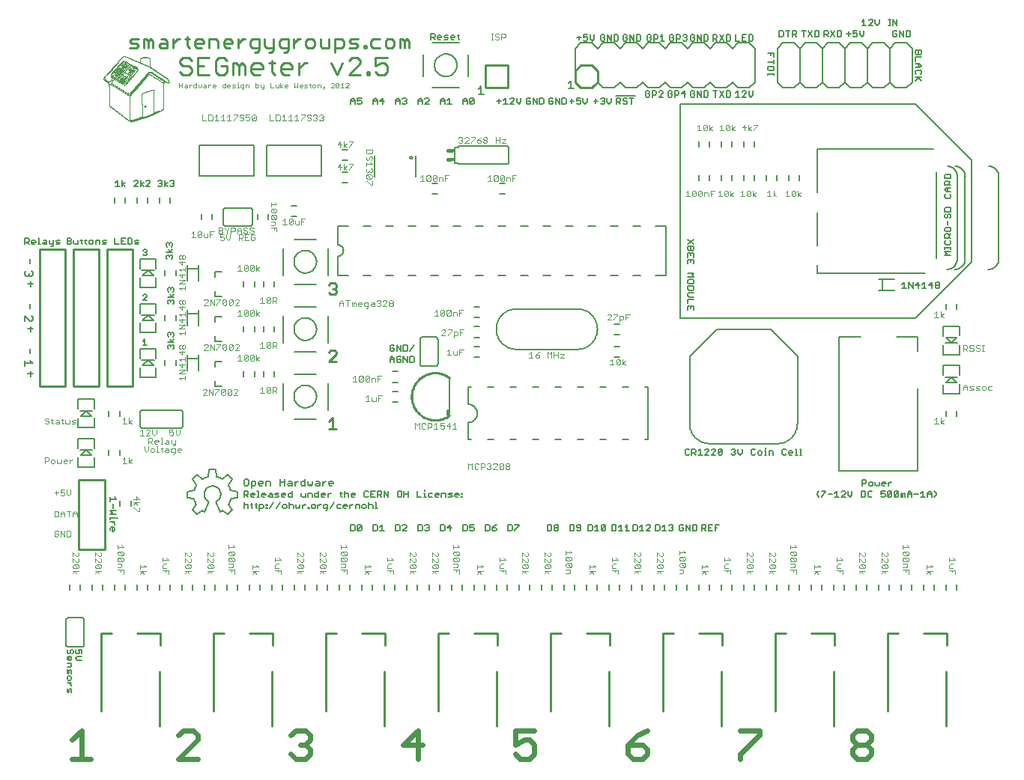
<source format=gto>
G75*
G70*
%OFA0B0*%
%FSLAX24Y24*%
%IPPOS*%
%LPD*%
%AMOC8*
5,1,8,0,0,1.08239X$1,22.5*
%
%ADD10C,0.0230*%
%ADD11C,0.0040*%
%ADD12C,0.0090*%
%ADD13C,0.0110*%
%ADD14R,0.0098X0.0006*%
%ADD15R,0.0149X0.0006*%
%ADD16R,0.0059X0.0006*%
%ADD17R,0.0078X0.0006*%
%ADD18R,0.0045X0.0006*%
%ADD19R,0.0078X0.0006*%
%ADD20R,0.0039X0.0007*%
%ADD21R,0.0071X0.0007*%
%ADD22R,0.0039X0.0006*%
%ADD23R,0.0072X0.0006*%
%ADD24R,0.0065X0.0006*%
%ADD25R,0.0033X0.0006*%
%ADD26R,0.0111X0.0006*%
%ADD27R,0.0032X0.0006*%
%ADD28R,0.0039X0.0006*%
%ADD29R,0.0156X0.0006*%
%ADD30R,0.0052X0.0006*%
%ADD31R,0.0124X0.0006*%
%ADD32R,0.0163X0.0006*%
%ADD33R,0.0058X0.0006*%
%ADD34R,0.0013X0.0006*%
%ADD35R,0.0013X0.0007*%
%ADD36R,0.0059X0.0007*%
%ADD37R,0.0046X0.0007*%
%ADD38R,0.0052X0.0006*%
%ADD39R,0.0046X0.0006*%
%ADD40R,0.0071X0.0006*%
%ADD41R,0.0032X0.0007*%
%ADD42R,0.0052X0.0007*%
%ADD43R,0.0078X0.0007*%
%ADD44R,0.0084X0.0006*%
%ADD45R,0.0085X0.0006*%
%ADD46R,0.0033X0.0007*%
%ADD47R,0.0058X0.0007*%
%ADD48R,0.0020X0.0006*%
%ADD49R,0.0013X0.0006*%
%ADD50R,0.0013X0.0007*%
%ADD51R,0.0019X0.0006*%
%ADD52R,0.0007X0.0006*%
%ADD53R,0.0104X0.0006*%
%ADD54R,0.0026X0.0006*%
%ADD55R,0.0026X0.0006*%
%ADD56R,0.0019X0.0007*%
%ADD57R,0.0020X0.0007*%
%ADD58R,0.0091X0.0006*%
%ADD59R,0.0026X0.0007*%
%ADD60R,0.0026X0.0007*%
%ADD61R,0.0039X0.0007*%
%ADD62R,0.0104X0.0006*%
%ADD63R,0.0136X0.0006*%
%ADD64R,0.0072X0.0007*%
%ADD65R,0.0006X0.0007*%
%ADD66R,0.0006X0.0006*%
%ADD67R,0.0091X0.0007*%
%ADD68R,0.0007X0.0007*%
%ADD69R,0.0097X0.0006*%
%ADD70R,0.0130X0.0006*%
%ADD71R,0.0045X0.0007*%
%ADD72R,0.0091X0.0007*%
%ADD73R,0.0091X0.0006*%
%ADD74R,0.0084X0.0007*%
%ADD75R,0.0117X0.0006*%
%ADD76R,0.0052X0.0007*%
%ADD77R,0.0123X0.0006*%
%ADD78R,0.0110X0.0006*%
%ADD79R,0.0195X0.0006*%
%ADD80C,0.0060*%
%ADD81C,0.0100*%
%ADD82C,0.0050*%
%ADD83C,0.0080*%
%ADD84C,0.0010*%
%ADD85C,0.0160*%
%ADD86R,0.0230X0.0160*%
D10*
X003535Y001525D02*
X004382Y001525D01*
X003959Y001525D02*
X003959Y002796D01*
X003535Y002372D01*
X008285Y002584D02*
X008497Y002796D01*
X008921Y002796D01*
X009132Y002584D01*
X009132Y002372D01*
X008285Y001525D01*
X009132Y001525D01*
X013285Y001737D02*
X013497Y001525D01*
X013921Y001525D01*
X014132Y001737D01*
X014132Y001949D01*
X013921Y002161D01*
X013709Y002161D01*
X013921Y002161D02*
X014132Y002372D01*
X014132Y002584D01*
X013921Y002796D01*
X013497Y002796D01*
X013285Y002584D01*
X018285Y002161D02*
X019132Y002161D01*
X018921Y002796D02*
X018921Y001525D01*
X018285Y002161D02*
X018921Y002796D01*
X023254Y002796D02*
X023254Y002161D01*
X023677Y002372D01*
X023889Y002372D01*
X024101Y002161D01*
X024101Y001737D01*
X023889Y001525D01*
X023466Y001525D01*
X023254Y001737D01*
X023254Y002796D02*
X024101Y002796D01*
X028285Y002161D02*
X028285Y001737D01*
X028497Y001525D01*
X028921Y001525D01*
X029132Y001737D01*
X029132Y001949D01*
X028921Y002161D01*
X028285Y002161D01*
X028709Y002584D01*
X029132Y002796D01*
X033285Y002796D02*
X034132Y002796D01*
X034132Y002584D01*
X033285Y001737D01*
X033285Y001525D01*
X038254Y001737D02*
X038254Y001949D01*
X038466Y002161D01*
X038889Y002161D01*
X039101Y001949D01*
X039101Y001737D01*
X038889Y001525D01*
X038466Y001525D01*
X038254Y001737D01*
X038466Y002161D02*
X038254Y002372D01*
X038254Y002584D01*
X038466Y002796D01*
X038889Y002796D01*
X039101Y002584D01*
X039101Y002372D01*
X038889Y002161D01*
D11*
X038751Y009769D02*
X038664Y009899D01*
X038578Y009769D01*
X038578Y009899D02*
X038838Y009899D01*
X038794Y010002D02*
X038621Y010175D01*
X038578Y010132D01*
X038578Y010045D01*
X038621Y010002D01*
X038794Y010002D01*
X038838Y010045D01*
X038838Y010132D01*
X038794Y010175D01*
X038621Y010175D01*
X038578Y010278D02*
X038578Y010451D01*
X038751Y010278D01*
X038794Y010278D01*
X038838Y010321D01*
X038838Y010408D01*
X038794Y010451D01*
X038794Y010554D02*
X038838Y010597D01*
X038838Y010684D01*
X038794Y010728D01*
X038794Y010554D02*
X038751Y010554D01*
X038578Y010728D01*
X038578Y010554D01*
X037838Y010391D02*
X037578Y010391D01*
X037578Y010478D02*
X037578Y010304D01*
X037621Y010201D02*
X037578Y010158D01*
X037578Y010028D01*
X037751Y010028D01*
X037708Y009925D02*
X037708Y009838D01*
X037838Y009752D02*
X037838Y009925D01*
X037578Y009925D01*
X037621Y010201D02*
X037751Y010201D01*
X037838Y010391D02*
X037751Y010478D01*
X036838Y010078D02*
X036578Y010078D01*
X036578Y009992D02*
X036578Y010165D01*
X036751Y010165D02*
X036838Y010078D01*
X036838Y009889D02*
X036578Y009889D01*
X036664Y009889D02*
X036578Y009759D01*
X036664Y009889D02*
X036751Y009759D01*
X035775Y009762D02*
X035775Y009935D01*
X035515Y009935D01*
X035515Y010038D02*
X035645Y010038D01*
X035688Y010081D01*
X035688Y010211D01*
X035515Y010211D01*
X035558Y010314D02*
X035515Y010357D01*
X035515Y010444D01*
X035558Y010488D01*
X035732Y010314D01*
X035558Y010314D01*
X035558Y010488D02*
X035732Y010488D01*
X035775Y010444D01*
X035775Y010357D01*
X035732Y010314D01*
X035732Y010590D02*
X035558Y010764D01*
X035515Y010720D01*
X035515Y010634D01*
X035558Y010590D01*
X035732Y010590D01*
X035775Y010634D01*
X035775Y010720D01*
X035732Y010764D01*
X035558Y010764D01*
X035515Y010867D02*
X035515Y011040D01*
X035515Y010953D02*
X035775Y010953D01*
X035688Y011040D01*
X034838Y010684D02*
X034794Y010728D01*
X034838Y010684D02*
X034838Y010597D01*
X034794Y010554D01*
X034751Y010554D01*
X034578Y010728D01*
X034578Y010554D01*
X034578Y010451D02*
X034751Y010278D01*
X034794Y010278D01*
X034838Y010321D01*
X034838Y010408D01*
X034794Y010451D01*
X034578Y010451D02*
X034578Y010278D01*
X034621Y010175D02*
X034794Y010002D01*
X034621Y010002D01*
X034578Y010045D01*
X034578Y010132D01*
X034621Y010175D01*
X034794Y010175D01*
X034838Y010132D01*
X034838Y010045D01*
X034794Y010002D01*
X034838Y009899D02*
X034578Y009899D01*
X034664Y009899D02*
X034751Y009769D01*
X034664Y009899D02*
X034578Y009769D01*
X033838Y009899D02*
X033578Y009899D01*
X033664Y009899D02*
X033751Y009769D01*
X033664Y009899D02*
X033578Y009769D01*
X033621Y010002D02*
X033578Y010045D01*
X033578Y010132D01*
X033621Y010175D01*
X033794Y010002D01*
X033621Y010002D01*
X033621Y010175D02*
X033794Y010175D01*
X033838Y010132D01*
X033838Y010045D01*
X033794Y010002D01*
X033794Y010278D02*
X033838Y010321D01*
X033838Y010408D01*
X033794Y010451D01*
X033794Y010554D02*
X033838Y010597D01*
X033838Y010684D01*
X033794Y010728D01*
X033794Y010554D02*
X033751Y010554D01*
X033578Y010728D01*
X033578Y010554D01*
X033578Y010451D02*
X033751Y010278D01*
X033794Y010278D01*
X033578Y010278D02*
X033578Y010451D01*
X032838Y010391D02*
X032578Y010391D01*
X032578Y010478D02*
X032578Y010304D01*
X032621Y010201D02*
X032578Y010158D01*
X032578Y010028D01*
X032751Y010028D01*
X032708Y009925D02*
X032708Y009838D01*
X032838Y009752D02*
X032838Y009925D01*
X032578Y009925D01*
X032621Y010201D02*
X032751Y010201D01*
X032838Y010391D02*
X032751Y010478D01*
X031838Y010078D02*
X031578Y010078D01*
X031578Y009992D02*
X031578Y010165D01*
X031751Y010165D02*
X031838Y010078D01*
X031838Y009889D02*
X031578Y009889D01*
X031664Y009889D02*
X031751Y009759D01*
X031664Y009889D02*
X031578Y009759D01*
X030838Y010107D02*
X030794Y010064D01*
X030621Y010238D01*
X030578Y010194D01*
X030578Y010107D01*
X030621Y010064D01*
X030794Y010064D01*
X030838Y010107D02*
X030838Y010194D01*
X030794Y010238D01*
X030621Y010238D01*
X030621Y010340D02*
X030578Y010384D01*
X030578Y010470D01*
X030621Y010514D01*
X030794Y010340D01*
X030621Y010340D01*
X030794Y010340D02*
X030838Y010384D01*
X030838Y010470D01*
X030794Y010514D01*
X030621Y010514D01*
X030578Y010617D02*
X030578Y010790D01*
X030578Y010703D02*
X030838Y010703D01*
X030751Y010790D01*
X030751Y009961D02*
X030578Y009961D01*
X030751Y009961D02*
X030751Y009831D01*
X030708Y009788D01*
X030578Y009788D01*
X029838Y009899D02*
X029578Y009899D01*
X029664Y009899D02*
X029578Y009769D01*
X029664Y009899D02*
X029751Y009769D01*
X029794Y010002D02*
X029621Y010175D01*
X029578Y010132D01*
X029578Y010045D01*
X029621Y010002D01*
X029794Y010002D01*
X029838Y010045D01*
X029838Y010132D01*
X029794Y010175D01*
X029621Y010175D01*
X029578Y010278D02*
X029578Y010451D01*
X029751Y010278D01*
X029794Y010278D01*
X029838Y010321D01*
X029838Y010408D01*
X029794Y010451D01*
X029794Y010554D02*
X029838Y010597D01*
X029838Y010684D01*
X029794Y010728D01*
X029794Y010554D02*
X029751Y010554D01*
X029578Y010728D01*
X029578Y010554D01*
X028838Y010597D02*
X028838Y010684D01*
X028794Y010728D01*
X028838Y010597D02*
X028794Y010554D01*
X028751Y010554D01*
X028578Y010728D01*
X028578Y010554D01*
X028578Y010451D02*
X028751Y010278D01*
X028794Y010278D01*
X028838Y010321D01*
X028838Y010408D01*
X028794Y010451D01*
X028578Y010451D02*
X028578Y010278D01*
X028621Y010175D02*
X028794Y010002D01*
X028621Y010002D01*
X028578Y010045D01*
X028578Y010132D01*
X028621Y010175D01*
X028794Y010175D01*
X028838Y010132D01*
X028838Y010045D01*
X028794Y010002D01*
X028838Y009899D02*
X028578Y009899D01*
X028664Y009899D02*
X028751Y009769D01*
X028664Y009899D02*
X028578Y009769D01*
X027838Y009752D02*
X027838Y009925D01*
X027578Y009925D01*
X027578Y010028D02*
X027751Y010028D01*
X027708Y009925D02*
X027708Y009838D01*
X027578Y010028D02*
X027578Y010158D01*
X027621Y010201D01*
X027751Y010201D01*
X027578Y010304D02*
X027578Y010478D01*
X027578Y010391D02*
X027838Y010391D01*
X027751Y010478D01*
X026838Y010078D02*
X026578Y010078D01*
X026578Y009992D02*
X026578Y010165D01*
X026751Y010165D02*
X026838Y010078D01*
X026838Y009889D02*
X026578Y009889D01*
X026664Y009889D02*
X026751Y009759D01*
X026664Y009889D02*
X026578Y009759D01*
X025775Y010107D02*
X025732Y010064D01*
X025558Y010238D01*
X025515Y010194D01*
X025515Y010107D01*
X025558Y010064D01*
X025732Y010064D01*
X025775Y010107D02*
X025775Y010194D01*
X025732Y010238D01*
X025558Y010238D01*
X025558Y010340D02*
X025515Y010384D01*
X025515Y010470D01*
X025558Y010514D01*
X025732Y010340D01*
X025558Y010340D01*
X025558Y010514D02*
X025732Y010514D01*
X025775Y010470D01*
X025775Y010384D01*
X025732Y010340D01*
X025515Y010617D02*
X025515Y010790D01*
X025515Y010703D02*
X025775Y010703D01*
X025688Y010790D01*
X025688Y009961D02*
X025688Y009831D01*
X025645Y009788D01*
X025515Y009788D01*
X025515Y009961D02*
X025688Y009961D01*
X024838Y009899D02*
X024578Y009899D01*
X024664Y009899D02*
X024751Y009769D01*
X024664Y009899D02*
X024578Y009769D01*
X024621Y010002D02*
X024578Y010045D01*
X024578Y010132D01*
X024621Y010175D01*
X024794Y010002D01*
X024621Y010002D01*
X024621Y010175D02*
X024794Y010175D01*
X024838Y010132D01*
X024838Y010045D01*
X024794Y010002D01*
X024794Y010278D02*
X024838Y010321D01*
X024838Y010408D01*
X024794Y010451D01*
X024794Y010554D02*
X024838Y010597D01*
X024838Y010684D01*
X024794Y010728D01*
X024794Y010554D02*
X024751Y010554D01*
X024578Y010728D01*
X024578Y010554D01*
X024578Y010451D02*
X024751Y010278D01*
X024794Y010278D01*
X024578Y010278D02*
X024578Y010451D01*
X023838Y010408D02*
X023794Y010451D01*
X023838Y010408D02*
X023838Y010321D01*
X023794Y010278D01*
X023751Y010278D01*
X023578Y010451D01*
X023578Y010278D01*
X023621Y010175D02*
X023794Y010002D01*
X023621Y010002D01*
X023578Y010045D01*
X023578Y010132D01*
X023621Y010175D01*
X023794Y010175D01*
X023838Y010132D01*
X023838Y010045D01*
X023794Y010002D01*
X023838Y009899D02*
X023578Y009899D01*
X023664Y009899D02*
X023578Y009769D01*
X023664Y009899D02*
X023751Y009769D01*
X023751Y010554D02*
X023578Y010728D01*
X023578Y010554D01*
X023751Y010554D02*
X023794Y010554D01*
X023838Y010597D01*
X023838Y010684D01*
X023794Y010728D01*
X022838Y010391D02*
X022578Y010391D01*
X022578Y010478D02*
X022578Y010304D01*
X022621Y010201D02*
X022578Y010158D01*
X022578Y010028D01*
X022751Y010028D01*
X022708Y009925D02*
X022708Y009838D01*
X022838Y009752D02*
X022838Y009925D01*
X022578Y009925D01*
X022621Y010201D02*
X022751Y010201D01*
X022838Y010391D02*
X022751Y010478D01*
X021838Y010078D02*
X021578Y010078D01*
X021578Y009992D02*
X021578Y010165D01*
X021751Y010165D02*
X021838Y010078D01*
X021838Y009889D02*
X021578Y009889D01*
X021664Y009889D02*
X021751Y009759D01*
X021664Y009889D02*
X021578Y009759D01*
X020775Y009762D02*
X020775Y009935D01*
X020515Y009935D01*
X020515Y010038D02*
X020645Y010038D01*
X020688Y010081D01*
X020688Y010211D01*
X020515Y010211D01*
X020558Y010314D02*
X020515Y010357D01*
X020515Y010444D01*
X020558Y010488D01*
X020732Y010314D01*
X020558Y010314D01*
X020558Y010488D02*
X020732Y010488D01*
X020775Y010444D01*
X020775Y010357D01*
X020732Y010314D01*
X020732Y010590D02*
X020558Y010764D01*
X020515Y010720D01*
X020515Y010634D01*
X020558Y010590D01*
X020732Y010590D01*
X020775Y010634D01*
X020775Y010720D01*
X020732Y010764D01*
X020558Y010764D01*
X020515Y010867D02*
X020515Y011040D01*
X020515Y010953D02*
X020775Y010953D01*
X020688Y011040D01*
X019838Y010684D02*
X019794Y010728D01*
X019838Y010684D02*
X019838Y010597D01*
X019794Y010554D01*
X019751Y010554D01*
X019578Y010728D01*
X019578Y010554D01*
X019578Y010451D02*
X019751Y010278D01*
X019794Y010278D01*
X019838Y010321D01*
X019838Y010408D01*
X019794Y010451D01*
X019578Y010451D02*
X019578Y010278D01*
X019621Y010175D02*
X019794Y010002D01*
X019621Y010002D01*
X019578Y010045D01*
X019578Y010132D01*
X019621Y010175D01*
X019794Y010175D01*
X019838Y010132D01*
X019838Y010045D01*
X019794Y010002D01*
X019838Y009899D02*
X019578Y009899D01*
X019664Y009899D02*
X019751Y009769D01*
X019664Y009899D02*
X019578Y009769D01*
X018838Y009899D02*
X018578Y009899D01*
X018664Y009899D02*
X018751Y009769D01*
X018664Y009899D02*
X018578Y009769D01*
X018621Y010002D02*
X018578Y010045D01*
X018578Y010132D01*
X018621Y010175D01*
X018794Y010002D01*
X018621Y010002D01*
X018621Y010175D02*
X018794Y010175D01*
X018838Y010132D01*
X018838Y010045D01*
X018794Y010002D01*
X018794Y010278D02*
X018838Y010321D01*
X018838Y010408D01*
X018794Y010451D01*
X018794Y010554D02*
X018838Y010597D01*
X018838Y010684D01*
X018794Y010728D01*
X018794Y010554D02*
X018751Y010554D01*
X018578Y010728D01*
X018578Y010554D01*
X018578Y010451D02*
X018751Y010278D01*
X018794Y010278D01*
X018578Y010278D02*
X018578Y010451D01*
X017838Y010391D02*
X017578Y010391D01*
X017578Y010478D02*
X017578Y010304D01*
X017621Y010201D02*
X017578Y010158D01*
X017578Y010028D01*
X017751Y010028D01*
X017708Y009925D02*
X017708Y009838D01*
X017838Y009752D02*
X017838Y009925D01*
X017578Y009925D01*
X017621Y010201D02*
X017751Y010201D01*
X017838Y010391D02*
X017751Y010478D01*
X016838Y010078D02*
X016578Y010078D01*
X016578Y009992D02*
X016578Y010165D01*
X016751Y010165D02*
X016838Y010078D01*
X016838Y009889D02*
X016578Y009889D01*
X016664Y009889D02*
X016751Y009759D01*
X016664Y009889D02*
X016578Y009759D01*
X015775Y009762D02*
X015775Y009935D01*
X015515Y009935D01*
X015515Y010038D02*
X015645Y010038D01*
X015688Y010081D01*
X015688Y010211D01*
X015515Y010211D01*
X015558Y010314D02*
X015515Y010357D01*
X015515Y010444D01*
X015558Y010488D01*
X015732Y010314D01*
X015558Y010314D01*
X015558Y010488D02*
X015732Y010488D01*
X015775Y010444D01*
X015775Y010357D01*
X015732Y010314D01*
X015732Y010590D02*
X015558Y010764D01*
X015515Y010720D01*
X015515Y010634D01*
X015558Y010590D01*
X015732Y010590D01*
X015775Y010634D01*
X015775Y010720D01*
X015732Y010764D01*
X015558Y010764D01*
X015515Y010867D02*
X015515Y011040D01*
X015515Y010953D02*
X015775Y010953D01*
X015688Y011040D01*
X014838Y010684D02*
X014794Y010728D01*
X014838Y010684D02*
X014838Y010597D01*
X014794Y010554D01*
X014751Y010554D01*
X014578Y010728D01*
X014578Y010554D01*
X014578Y010451D02*
X014751Y010278D01*
X014794Y010278D01*
X014838Y010321D01*
X014838Y010408D01*
X014794Y010451D01*
X014578Y010451D02*
X014578Y010278D01*
X014621Y010175D02*
X014794Y010002D01*
X014621Y010002D01*
X014578Y010045D01*
X014578Y010132D01*
X014621Y010175D01*
X014794Y010175D01*
X014838Y010132D01*
X014838Y010045D01*
X014794Y010002D01*
X014838Y009899D02*
X014578Y009899D01*
X014664Y009899D02*
X014751Y009769D01*
X014664Y009899D02*
X014578Y009769D01*
X013838Y009899D02*
X013578Y009899D01*
X013664Y009899D02*
X013751Y009769D01*
X013664Y009899D02*
X013578Y009769D01*
X013621Y010002D02*
X013578Y010045D01*
X013578Y010132D01*
X013621Y010175D01*
X013794Y010002D01*
X013621Y010002D01*
X013621Y010175D02*
X013794Y010175D01*
X013838Y010132D01*
X013838Y010045D01*
X013794Y010002D01*
X013794Y010278D02*
X013838Y010321D01*
X013838Y010408D01*
X013794Y010451D01*
X013794Y010554D02*
X013838Y010597D01*
X013838Y010684D01*
X013794Y010728D01*
X013794Y010554D02*
X013751Y010554D01*
X013578Y010728D01*
X013578Y010554D01*
X013578Y010451D02*
X013751Y010278D01*
X013794Y010278D01*
X013578Y010278D02*
X013578Y010451D01*
X012838Y010391D02*
X012578Y010391D01*
X012578Y010478D02*
X012578Y010304D01*
X012621Y010201D02*
X012578Y010158D01*
X012578Y010028D01*
X012751Y010028D01*
X012708Y009925D02*
X012708Y009838D01*
X012838Y009752D02*
X012838Y009925D01*
X012578Y009925D01*
X012621Y010201D02*
X012751Y010201D01*
X012838Y010391D02*
X012751Y010478D01*
X011838Y010078D02*
X011578Y010078D01*
X011578Y009992D02*
X011578Y010165D01*
X011751Y010165D02*
X011838Y010078D01*
X011838Y009889D02*
X011578Y009889D01*
X011664Y009889D02*
X011578Y009759D01*
X011664Y009889D02*
X011751Y009759D01*
X010775Y009762D02*
X010775Y009935D01*
X010515Y009935D01*
X010515Y010038D02*
X010645Y010038D01*
X010688Y010081D01*
X010688Y010211D01*
X010515Y010211D01*
X010558Y010314D02*
X010515Y010357D01*
X010515Y010444D01*
X010558Y010488D01*
X010732Y010314D01*
X010558Y010314D01*
X010558Y010488D02*
X010732Y010488D01*
X010775Y010444D01*
X010775Y010357D01*
X010732Y010314D01*
X010732Y010590D02*
X010558Y010764D01*
X010515Y010720D01*
X010515Y010634D01*
X010558Y010590D01*
X010732Y010590D01*
X010775Y010634D01*
X010775Y010720D01*
X010732Y010764D01*
X010558Y010764D01*
X010515Y010867D02*
X010515Y011040D01*
X010515Y010953D02*
X010775Y010953D01*
X010688Y011040D01*
X009838Y010684D02*
X009794Y010728D01*
X009838Y010684D02*
X009838Y010597D01*
X009794Y010554D01*
X009751Y010554D01*
X009578Y010728D01*
X009578Y010554D01*
X009578Y010451D02*
X009751Y010278D01*
X009794Y010278D01*
X009838Y010321D01*
X009838Y010408D01*
X009794Y010451D01*
X009578Y010451D02*
X009578Y010278D01*
X009621Y010175D02*
X009794Y010002D01*
X009621Y010002D01*
X009578Y010045D01*
X009578Y010132D01*
X009621Y010175D01*
X009794Y010175D01*
X009838Y010132D01*
X009838Y010045D01*
X009794Y010002D01*
X009838Y009899D02*
X009578Y009899D01*
X009664Y009899D02*
X009751Y009769D01*
X009664Y009899D02*
X009578Y009769D01*
X008838Y009899D02*
X008578Y009899D01*
X008664Y009899D02*
X008751Y009769D01*
X008664Y009899D02*
X008578Y009769D01*
X008621Y010002D02*
X008578Y010045D01*
X008578Y010132D01*
X008621Y010175D01*
X008794Y010002D01*
X008621Y010002D01*
X008621Y010175D02*
X008794Y010175D01*
X008838Y010132D01*
X008838Y010045D01*
X008794Y010002D01*
X008794Y010278D02*
X008838Y010321D01*
X008838Y010408D01*
X008794Y010451D01*
X008794Y010554D02*
X008838Y010597D01*
X008838Y010684D01*
X008794Y010728D01*
X008794Y010554D02*
X008751Y010554D01*
X008578Y010728D01*
X008578Y010554D01*
X008578Y010451D02*
X008751Y010278D01*
X008794Y010278D01*
X008578Y010278D02*
X008578Y010451D01*
X007838Y010391D02*
X007578Y010391D01*
X007578Y010478D02*
X007578Y010304D01*
X007621Y010201D02*
X007578Y010158D01*
X007578Y010028D01*
X007751Y010028D01*
X007708Y009925D02*
X007708Y009838D01*
X007838Y009752D02*
X007838Y009925D01*
X007578Y009925D01*
X007621Y010201D02*
X007751Y010201D01*
X007838Y010391D02*
X007751Y010478D01*
X006838Y010078D02*
X006578Y010078D01*
X006578Y009992D02*
X006578Y010165D01*
X006751Y010165D02*
X006838Y010078D01*
X006838Y009889D02*
X006578Y009889D01*
X006664Y009889D02*
X006751Y009759D01*
X006664Y009889D02*
X006578Y009759D01*
X005838Y009762D02*
X005838Y009935D01*
X005578Y009935D01*
X005578Y010038D02*
X005708Y010038D01*
X005751Y010081D01*
X005751Y010211D01*
X005578Y010211D01*
X005621Y010314D02*
X005578Y010357D01*
X005578Y010444D01*
X005621Y010488D01*
X005794Y010314D01*
X005621Y010314D01*
X005794Y010314D02*
X005838Y010357D01*
X005838Y010444D01*
X005794Y010488D01*
X005621Y010488D01*
X005621Y010590D02*
X005578Y010634D01*
X005578Y010720D01*
X005621Y010764D01*
X005794Y010590D01*
X005621Y010590D01*
X005794Y010590D02*
X005838Y010634D01*
X005838Y010720D01*
X005794Y010764D01*
X005621Y010764D01*
X005578Y010867D02*
X005578Y011040D01*
X005578Y010953D02*
X005838Y010953D01*
X005751Y011040D01*
X004838Y010684D02*
X004794Y010728D01*
X004838Y010684D02*
X004838Y010597D01*
X004794Y010554D01*
X004751Y010554D01*
X004578Y010728D01*
X004578Y010554D01*
X004578Y010451D02*
X004751Y010278D01*
X004794Y010278D01*
X004838Y010321D01*
X004838Y010408D01*
X004794Y010451D01*
X004578Y010451D02*
X004578Y010278D01*
X004621Y010175D02*
X004794Y010002D01*
X004621Y010002D01*
X004578Y010045D01*
X004578Y010132D01*
X004621Y010175D01*
X004794Y010175D01*
X004838Y010132D01*
X004838Y010045D01*
X004794Y010002D01*
X004838Y009899D02*
X004578Y009899D01*
X004664Y009899D02*
X004578Y009769D01*
X004664Y009899D02*
X004751Y009769D01*
X003838Y009899D02*
X003578Y009899D01*
X003664Y009899D02*
X003751Y009769D01*
X003664Y009899D02*
X003578Y009769D01*
X003621Y010002D02*
X003578Y010045D01*
X003578Y010132D01*
X003621Y010175D01*
X003794Y010002D01*
X003621Y010002D01*
X003621Y010175D02*
X003794Y010175D01*
X003838Y010132D01*
X003838Y010045D01*
X003794Y010002D01*
X003794Y010278D02*
X003838Y010321D01*
X003838Y010408D01*
X003794Y010451D01*
X003794Y010554D02*
X003838Y010597D01*
X003838Y010684D01*
X003794Y010728D01*
X003794Y010554D02*
X003751Y010554D01*
X003578Y010728D01*
X003578Y010554D01*
X003578Y010451D02*
X003751Y010278D01*
X003794Y010278D01*
X003578Y010278D02*
X003578Y010451D01*
X003435Y011430D02*
X003478Y011473D01*
X003478Y011647D01*
X003435Y011690D01*
X003305Y011690D01*
X003305Y011430D01*
X003435Y011430D01*
X003202Y011430D02*
X003202Y011690D01*
X003029Y011690D02*
X003202Y011430D01*
X003029Y011430D02*
X003029Y011690D01*
X002926Y011647D02*
X002883Y011690D01*
X002796Y011690D01*
X002753Y011647D01*
X002753Y011473D01*
X002796Y011430D01*
X002883Y011430D01*
X002926Y011473D01*
X002926Y011560D01*
X002839Y011560D01*
X002883Y012305D02*
X002753Y012305D01*
X002753Y012565D01*
X002883Y012565D01*
X002926Y012522D01*
X002926Y012348D01*
X002883Y012305D01*
X003029Y012305D02*
X003029Y012478D01*
X003115Y012565D01*
X003202Y012478D01*
X003202Y012305D01*
X003202Y012435D02*
X003029Y012435D01*
X003305Y012565D02*
X003478Y012565D01*
X003392Y012565D02*
X003392Y012305D01*
X003581Y012305D02*
X003581Y012478D01*
X003668Y012565D01*
X003755Y012478D01*
X003755Y012305D01*
X003755Y012435D02*
X003581Y012435D01*
X003392Y013243D02*
X003478Y013329D01*
X003478Y013503D01*
X003305Y013503D02*
X003305Y013329D01*
X003392Y013243D01*
X003202Y013286D02*
X003159Y013243D01*
X003072Y013243D01*
X003029Y013286D01*
X003029Y013373D02*
X003115Y013416D01*
X003159Y013416D01*
X003202Y013373D01*
X003202Y013286D01*
X003029Y013373D02*
X003029Y013503D01*
X003202Y013503D01*
X002926Y013373D02*
X002753Y013373D01*
X002839Y013459D02*
X002839Y013286D01*
X002925Y014688D02*
X002969Y014731D01*
X003012Y014688D01*
X003055Y014731D01*
X003055Y014862D01*
X003158Y014818D02*
X003201Y014862D01*
X003288Y014862D01*
X003332Y014818D01*
X003332Y014775D01*
X003158Y014775D01*
X003158Y014818D02*
X003158Y014731D01*
X003201Y014688D01*
X003288Y014688D01*
X003434Y014688D02*
X003434Y014862D01*
X003521Y014862D02*
X003564Y014862D01*
X003521Y014862D02*
X003434Y014775D01*
X002925Y014688D02*
X002882Y014731D01*
X002882Y014862D01*
X002779Y014818D02*
X002736Y014862D01*
X002649Y014862D01*
X002606Y014818D01*
X002606Y014731D01*
X002649Y014688D01*
X002736Y014688D01*
X002779Y014731D01*
X002779Y014818D01*
X002503Y014818D02*
X002459Y014775D01*
X002329Y014775D01*
X002329Y014688D02*
X002329Y014948D01*
X002459Y014948D01*
X002503Y014905D01*
X002503Y014818D01*
X002459Y016438D02*
X002373Y016438D01*
X002329Y016481D01*
X002373Y016568D02*
X002459Y016568D01*
X002503Y016525D01*
X002503Y016481D01*
X002459Y016438D01*
X002373Y016568D02*
X002329Y016612D01*
X002329Y016655D01*
X002373Y016698D01*
X002459Y016698D01*
X002503Y016655D01*
X002606Y016612D02*
X002692Y016612D01*
X002649Y016655D02*
X002649Y016481D01*
X002692Y016438D01*
X002790Y016481D02*
X002833Y016525D01*
X002963Y016525D01*
X002963Y016568D02*
X002963Y016438D01*
X002833Y016438D01*
X002790Y016481D01*
X002833Y016612D02*
X002920Y016612D01*
X002963Y016568D01*
X003066Y016612D02*
X003153Y016612D01*
X003109Y016655D02*
X003109Y016481D01*
X003153Y016438D01*
X003250Y016481D02*
X003294Y016438D01*
X003424Y016438D01*
X003424Y016612D01*
X003526Y016568D02*
X003570Y016612D01*
X003700Y016612D01*
X003657Y016525D02*
X003570Y016525D01*
X003526Y016568D01*
X003526Y016438D02*
X003657Y016438D01*
X003700Y016481D01*
X003657Y016525D01*
X003250Y016481D02*
X003250Y016612D01*
X005790Y016616D02*
X005877Y016703D01*
X005877Y016443D01*
X005963Y016443D02*
X005790Y016443D01*
X006066Y016443D02*
X006066Y016703D01*
X006196Y016616D02*
X006066Y016529D01*
X006196Y016443D01*
X006565Y016103D02*
X006652Y016190D01*
X006652Y015930D01*
X006738Y015930D02*
X006565Y015930D01*
X006841Y015930D02*
X007015Y016103D01*
X007015Y016147D01*
X006971Y016190D01*
X006885Y016190D01*
X006841Y016147D01*
X006841Y015930D02*
X007015Y015930D01*
X007070Y015815D02*
X007113Y015772D01*
X007113Y015685D01*
X007070Y015642D01*
X006940Y015642D01*
X007027Y015642D02*
X007113Y015555D01*
X007216Y015598D02*
X007216Y015685D01*
X007260Y015728D01*
X007346Y015728D01*
X007390Y015685D01*
X007390Y015642D01*
X007216Y015642D01*
X007216Y015598D02*
X007260Y015555D01*
X007346Y015555D01*
X007348Y015440D02*
X007348Y015180D01*
X007305Y015180D02*
X007392Y015180D01*
X007532Y015223D02*
X007532Y015397D01*
X007489Y015353D02*
X007576Y015353D01*
X007532Y015223D02*
X007576Y015180D01*
X007673Y015223D02*
X007717Y015267D01*
X007847Y015267D01*
X007847Y015310D02*
X007847Y015180D01*
X007717Y015180D01*
X007673Y015223D01*
X007717Y015353D02*
X007803Y015353D01*
X007847Y015310D01*
X007950Y015310D02*
X007950Y015223D01*
X007993Y015180D01*
X008123Y015180D01*
X008123Y015137D02*
X008123Y015353D01*
X007993Y015353D01*
X007950Y015310D01*
X008040Y015468D02*
X008083Y015468D01*
X008126Y015512D01*
X008126Y015728D01*
X008126Y015555D02*
X007996Y015555D01*
X007953Y015598D01*
X007953Y015728D01*
X007850Y015685D02*
X007850Y015555D01*
X007720Y015555D01*
X007677Y015598D01*
X007720Y015642D01*
X007850Y015642D01*
X007850Y015685D02*
X007807Y015728D01*
X007720Y015728D01*
X007536Y015815D02*
X007536Y015555D01*
X007579Y015555D02*
X007492Y015555D01*
X007348Y015440D02*
X007305Y015440D01*
X007202Y015310D02*
X007159Y015353D01*
X007072Y015353D01*
X007029Y015310D01*
X007029Y015223D01*
X007072Y015180D01*
X007159Y015180D01*
X007202Y015223D01*
X007202Y015310D01*
X006926Y015267D02*
X006926Y015440D01*
X006940Y015555D02*
X006940Y015815D01*
X007070Y015815D01*
X007204Y015930D02*
X007291Y016017D01*
X007291Y016190D01*
X007117Y016190D02*
X007117Y016017D01*
X007204Y015930D01*
X007492Y015815D02*
X007536Y015815D01*
X007878Y015973D02*
X007921Y015930D01*
X008008Y015930D01*
X008051Y015973D01*
X008051Y016060D01*
X008008Y016103D01*
X007964Y016103D01*
X007878Y016060D01*
X007878Y016190D01*
X008051Y016190D01*
X008154Y016190D02*
X008154Y016017D01*
X008240Y015930D01*
X008327Y016017D01*
X008327Y016190D01*
X008356Y015353D02*
X008269Y015353D01*
X008226Y015310D01*
X008226Y015223D01*
X008269Y015180D01*
X008356Y015180D01*
X008399Y015267D02*
X008226Y015267D01*
X008356Y015353D02*
X008399Y015310D01*
X008399Y015267D01*
X008123Y015137D02*
X008080Y015093D01*
X008036Y015093D01*
X006926Y015267D02*
X006839Y015180D01*
X006753Y015267D01*
X006753Y015440D01*
X006066Y014953D02*
X006066Y014693D01*
X006066Y014779D02*
X006196Y014866D01*
X006066Y014779D02*
X006196Y014693D01*
X005963Y014693D02*
X005790Y014693D01*
X005877Y014693D02*
X005877Y014953D01*
X005790Y014866D01*
X006395Y013228D02*
X006395Y013054D01*
X006352Y012951D02*
X006438Y012821D01*
X006525Y012721D02*
X006525Y012548D01*
X006482Y012548D01*
X006308Y012721D01*
X006265Y012721D01*
X006265Y012821D02*
X006352Y012951D01*
X006265Y012951D02*
X006525Y012951D01*
X006525Y013097D02*
X006395Y013228D01*
X006265Y013097D02*
X006525Y013097D01*
X005708Y009935D02*
X005708Y009848D01*
X010645Y009935D02*
X010645Y009848D01*
X015645Y009935D02*
X015645Y009848D01*
X020645Y009935D02*
X020645Y009848D01*
X021178Y014430D02*
X021178Y014690D01*
X021264Y014603D01*
X021351Y014690D01*
X021351Y014430D01*
X021454Y014473D02*
X021497Y014430D01*
X021584Y014430D01*
X021627Y014473D01*
X021730Y014430D02*
X021730Y014690D01*
X021860Y014690D01*
X021903Y014647D01*
X021903Y014560D01*
X021860Y014517D01*
X021730Y014517D01*
X021627Y014647D02*
X021584Y014690D01*
X021497Y014690D01*
X021454Y014647D01*
X021454Y014473D01*
X022006Y014473D02*
X022050Y014430D01*
X022136Y014430D01*
X022180Y014473D01*
X022180Y014517D01*
X022136Y014560D01*
X022093Y014560D01*
X022136Y014560D02*
X022180Y014603D01*
X022180Y014647D01*
X022136Y014690D01*
X022050Y014690D01*
X022006Y014647D01*
X022282Y014647D02*
X022326Y014690D01*
X022413Y014690D01*
X022456Y014647D01*
X022456Y014603D01*
X022282Y014430D01*
X022456Y014430D01*
X022559Y014473D02*
X022732Y014647D01*
X022732Y014473D01*
X022689Y014430D01*
X022602Y014430D01*
X022559Y014473D01*
X022559Y014647D01*
X022602Y014690D01*
X022689Y014690D01*
X022732Y014647D01*
X022835Y014647D02*
X022835Y014603D01*
X022878Y014560D01*
X022965Y014560D01*
X023008Y014517D01*
X023008Y014473D01*
X022965Y014430D01*
X022878Y014430D01*
X022835Y014473D01*
X022835Y014517D01*
X022878Y014560D01*
X022965Y014560D02*
X023008Y014603D01*
X023008Y014647D01*
X022965Y014690D01*
X022878Y014690D01*
X022835Y014647D01*
X020646Y016211D02*
X020472Y016211D01*
X020559Y016211D02*
X020559Y016471D01*
X020472Y016385D01*
X020370Y016341D02*
X020196Y016341D01*
X020326Y016471D01*
X020326Y016211D01*
X020093Y016255D02*
X020050Y016211D01*
X019963Y016211D01*
X019920Y016255D01*
X019920Y016341D02*
X020007Y016385D01*
X020050Y016385D01*
X020093Y016341D01*
X020093Y016255D01*
X019920Y016341D02*
X019920Y016471D01*
X020093Y016471D01*
X019730Y016471D02*
X019730Y016211D01*
X019644Y016211D02*
X019817Y016211D01*
X019644Y016385D02*
X019730Y016471D01*
X019541Y016428D02*
X019541Y016341D01*
X019498Y016298D01*
X019367Y016298D01*
X019367Y016211D02*
X019367Y016471D01*
X019498Y016471D01*
X019541Y016428D01*
X019265Y016428D02*
X019221Y016471D01*
X019135Y016471D01*
X019091Y016428D01*
X019091Y016255D01*
X019135Y016211D01*
X019221Y016211D01*
X019265Y016255D01*
X018988Y016211D02*
X018988Y016471D01*
X018902Y016385D01*
X018815Y016471D01*
X018815Y016211D01*
X017155Y017443D02*
X017155Y017703D01*
X017328Y017703D01*
X017242Y017573D02*
X017155Y017573D01*
X017052Y017616D02*
X017052Y017443D01*
X016922Y017443D01*
X016879Y017486D01*
X016879Y017616D01*
X016776Y017443D02*
X016603Y017443D01*
X016689Y017443D02*
X016689Y017703D01*
X016603Y017616D01*
X016636Y018318D02*
X016592Y018361D01*
X016766Y018534D01*
X016766Y018361D01*
X016723Y018318D01*
X016636Y018318D01*
X016592Y018361D02*
X016592Y018534D01*
X016636Y018578D01*
X016723Y018578D01*
X016766Y018534D01*
X016869Y018491D02*
X016999Y018491D01*
X017042Y018448D01*
X017042Y018318D01*
X017145Y018318D02*
X017145Y018578D01*
X017318Y018578D01*
X017232Y018448D02*
X017145Y018448D01*
X016869Y018491D02*
X016869Y018318D01*
X016490Y018361D02*
X016446Y018318D01*
X016360Y018318D01*
X016316Y018361D01*
X016490Y018534D01*
X016490Y018361D01*
X016490Y018534D02*
X016446Y018578D01*
X016360Y018578D01*
X016316Y018534D01*
X016316Y018361D01*
X016213Y018318D02*
X016040Y018318D01*
X016127Y018318D02*
X016127Y018578D01*
X016040Y018491D01*
X012641Y018034D02*
X012641Y017948D01*
X012598Y017904D01*
X012467Y017904D01*
X012467Y017818D02*
X012467Y018078D01*
X012598Y018078D01*
X012641Y018034D01*
X012554Y017904D02*
X012641Y017818D01*
X012365Y017861D02*
X012365Y018034D01*
X012191Y017861D01*
X012235Y017818D01*
X012321Y017818D01*
X012365Y017861D01*
X012365Y018034D02*
X012321Y018078D01*
X012235Y018078D01*
X012191Y018034D01*
X012191Y017861D01*
X012088Y017818D02*
X011915Y017818D01*
X012002Y017818D02*
X012002Y018078D01*
X011915Y017991D01*
X010907Y017947D02*
X010864Y017990D01*
X010777Y017990D01*
X010734Y017947D01*
X010631Y017947D02*
X010457Y017773D01*
X010501Y017730D01*
X010588Y017730D01*
X010631Y017773D01*
X010631Y017947D01*
X010588Y017990D01*
X010501Y017990D01*
X010457Y017947D01*
X010457Y017773D01*
X010355Y017773D02*
X010311Y017730D01*
X010225Y017730D01*
X010181Y017773D01*
X010355Y017947D01*
X010355Y017773D01*
X010181Y017773D02*
X010181Y017947D01*
X010225Y017990D01*
X010311Y017990D01*
X010355Y017947D01*
X010078Y017947D02*
X009905Y017773D01*
X009905Y017730D01*
X009802Y017730D02*
X009802Y017990D01*
X009905Y017990D02*
X010078Y017990D01*
X010078Y017947D01*
X009802Y017730D02*
X009629Y017990D01*
X009629Y017730D01*
X009526Y017730D02*
X009353Y017730D01*
X009526Y017903D01*
X009526Y017947D01*
X009483Y017990D01*
X009396Y017990D01*
X009353Y017947D01*
X008575Y018405D02*
X008575Y018578D01*
X008575Y018492D02*
X008315Y018492D01*
X008402Y018405D01*
X008315Y018681D02*
X008575Y018855D01*
X008315Y018855D01*
X008445Y018957D02*
X008315Y019088D01*
X008575Y019088D01*
X008445Y019131D02*
X008445Y018957D01*
X008402Y019234D02*
X008315Y019320D01*
X008575Y019320D01*
X008575Y019234D02*
X008575Y019407D01*
X008445Y019510D02*
X008445Y019683D01*
X008488Y019786D02*
X008445Y019830D01*
X008445Y019916D01*
X008488Y019960D01*
X008532Y019960D01*
X008575Y019916D01*
X008575Y019830D01*
X008532Y019786D01*
X008488Y019786D01*
X008445Y019830D02*
X008402Y019786D01*
X008358Y019786D01*
X008315Y019830D01*
X008315Y019916D01*
X008358Y019960D01*
X008402Y019960D01*
X008445Y019916D01*
X008575Y019640D02*
X008315Y019640D01*
X008445Y019510D01*
X008575Y018681D02*
X008315Y018681D01*
X009415Y019730D02*
X009588Y019903D01*
X009588Y019947D01*
X009545Y019990D01*
X009458Y019990D01*
X009415Y019947D01*
X009415Y019730D02*
X009588Y019730D01*
X009691Y019730D02*
X009691Y019990D01*
X009865Y019730D01*
X009865Y019990D01*
X009967Y019990D02*
X010141Y019990D01*
X010141Y019947D01*
X009967Y019773D01*
X009967Y019730D01*
X010244Y019773D02*
X010417Y019947D01*
X010417Y019773D01*
X010374Y019730D01*
X010287Y019730D01*
X010244Y019773D01*
X010244Y019947D01*
X010287Y019990D01*
X010374Y019990D01*
X010417Y019947D01*
X010520Y019947D02*
X010563Y019990D01*
X010650Y019990D01*
X010693Y019947D01*
X010520Y019773D01*
X010563Y019730D01*
X010650Y019730D01*
X010693Y019773D01*
X010693Y019947D01*
X010796Y019947D02*
X010840Y019990D01*
X010926Y019990D01*
X010970Y019947D01*
X010970Y019903D01*
X010796Y019730D01*
X010970Y019730D01*
X011002Y019515D02*
X011002Y019255D01*
X011088Y019255D02*
X010915Y019255D01*
X010915Y019428D02*
X011002Y019515D01*
X011191Y019472D02*
X011191Y019298D01*
X011365Y019472D01*
X011365Y019298D01*
X011321Y019255D01*
X011235Y019255D01*
X011191Y019298D01*
X011191Y019472D02*
X011235Y019515D01*
X011321Y019515D01*
X011365Y019472D01*
X011467Y019472D02*
X011511Y019515D01*
X011598Y019515D01*
X011641Y019472D01*
X011467Y019298D01*
X011511Y019255D01*
X011598Y019255D01*
X011641Y019298D01*
X011641Y019472D01*
X011744Y019515D02*
X011744Y019255D01*
X011744Y019342D02*
X011874Y019428D01*
X011744Y019342D02*
X011874Y019255D01*
X011467Y019298D02*
X011467Y019472D01*
X011915Y019818D02*
X012088Y019818D01*
X012002Y019818D02*
X012002Y020078D01*
X011915Y019991D01*
X012191Y020034D02*
X012235Y020078D01*
X012321Y020078D01*
X012365Y020034D01*
X012191Y019861D01*
X012235Y019818D01*
X012321Y019818D01*
X012365Y019861D01*
X012365Y020034D01*
X012467Y020078D02*
X012598Y020078D01*
X012641Y020034D01*
X012641Y019948D01*
X012598Y019904D01*
X012467Y019904D01*
X012467Y019818D02*
X012467Y020078D01*
X012554Y019904D02*
X012641Y019818D01*
X012191Y019861D02*
X012191Y020034D01*
X011874Y021255D02*
X011744Y021342D01*
X011874Y021428D01*
X011744Y021515D02*
X011744Y021255D01*
X011641Y021298D02*
X011598Y021255D01*
X011511Y021255D01*
X011467Y021298D01*
X011641Y021472D01*
X011641Y021298D01*
X011467Y021298D02*
X011467Y021472D01*
X011511Y021515D01*
X011598Y021515D01*
X011641Y021472D01*
X011365Y021472D02*
X011191Y021298D01*
X011235Y021255D01*
X011321Y021255D01*
X011365Y021298D01*
X011365Y021472D01*
X011321Y021515D01*
X011235Y021515D01*
X011191Y021472D01*
X011191Y021298D01*
X011088Y021255D02*
X010915Y021255D01*
X011002Y021255D02*
X011002Y021515D01*
X010915Y021428D01*
X010970Y021730D02*
X010796Y021730D01*
X010970Y021903D01*
X010970Y021947D01*
X010926Y021990D01*
X010840Y021990D01*
X010796Y021947D01*
X010693Y021947D02*
X010520Y021773D01*
X010563Y021730D01*
X010650Y021730D01*
X010693Y021773D01*
X010693Y021947D01*
X010650Y021990D01*
X010563Y021990D01*
X010520Y021947D01*
X010520Y021773D01*
X010417Y021773D02*
X010374Y021730D01*
X010287Y021730D01*
X010244Y021773D01*
X010417Y021947D01*
X010417Y021773D01*
X010244Y021773D02*
X010244Y021947D01*
X010287Y021990D01*
X010374Y021990D01*
X010417Y021947D01*
X010141Y021947D02*
X010141Y021990D01*
X009967Y021990D01*
X009865Y021990D02*
X009865Y021730D01*
X009691Y021990D01*
X009691Y021730D01*
X009588Y021730D02*
X009415Y021730D01*
X009588Y021903D01*
X009588Y021947D01*
X009545Y021990D01*
X009458Y021990D01*
X009415Y021947D01*
X009967Y021773D02*
X009967Y021730D01*
X009967Y021773D02*
X010141Y021947D01*
X008575Y021916D02*
X008575Y021830D01*
X008532Y021786D01*
X008488Y021786D01*
X008445Y021830D01*
X008445Y021916D01*
X008488Y021960D01*
X008532Y021960D01*
X008575Y021916D01*
X008445Y021916D02*
X008402Y021960D01*
X008358Y021960D01*
X008315Y021916D01*
X008315Y021830D01*
X008358Y021786D01*
X008402Y021786D01*
X008445Y021830D01*
X008445Y021683D02*
X008445Y021510D01*
X008315Y021640D01*
X008575Y021640D01*
X008575Y021407D02*
X008575Y021234D01*
X008575Y021320D02*
X008315Y021320D01*
X008402Y021234D01*
X008445Y021131D02*
X008445Y020957D01*
X008315Y021088D01*
X008575Y021088D01*
X008575Y020855D02*
X008315Y020855D01*
X008315Y020681D02*
X008575Y020855D01*
X008575Y020681D02*
X008315Y020681D01*
X008315Y020492D02*
X008575Y020492D01*
X008575Y020578D02*
X008575Y020405D01*
X008402Y020405D02*
X008315Y020492D01*
X008402Y022405D02*
X008315Y022492D01*
X008575Y022492D01*
X008575Y022578D02*
X008575Y022405D01*
X008575Y022681D02*
X008315Y022681D01*
X008575Y022855D01*
X008315Y022855D01*
X008445Y022957D02*
X008315Y023088D01*
X008575Y023088D01*
X008445Y023131D02*
X008445Y022957D01*
X008402Y023234D02*
X008315Y023320D01*
X008575Y023320D01*
X008575Y023234D02*
X008575Y023407D01*
X008445Y023510D02*
X008315Y023640D01*
X008575Y023640D01*
X008445Y023683D02*
X008445Y023510D01*
X008488Y023786D02*
X008445Y023830D01*
X008445Y023916D01*
X008488Y023960D01*
X008532Y023960D01*
X008575Y023916D01*
X008575Y023830D01*
X008532Y023786D01*
X008488Y023786D01*
X008445Y023830D02*
X008402Y023786D01*
X008358Y023786D01*
X008315Y023830D01*
X008315Y023916D01*
X008358Y023960D01*
X008402Y023960D01*
X008445Y023916D01*
X008853Y024755D02*
X009026Y024755D01*
X008939Y024755D02*
X008939Y025015D01*
X008853Y024928D01*
X009129Y024972D02*
X009129Y024798D01*
X009302Y024972D01*
X009302Y024798D01*
X009259Y024755D01*
X009172Y024755D01*
X009129Y024798D01*
X009129Y024972D02*
X009172Y025015D01*
X009259Y025015D01*
X009302Y024972D01*
X009405Y024928D02*
X009405Y024798D01*
X009448Y024755D01*
X009578Y024755D01*
X009578Y024928D01*
X009681Y024885D02*
X009768Y024885D01*
X009681Y024755D02*
X009681Y025015D01*
X009855Y025015D01*
X010065Y025060D02*
X010195Y025060D01*
X010238Y025017D01*
X010238Y024973D01*
X010195Y024930D01*
X010065Y024930D01*
X010065Y025190D01*
X010195Y025190D01*
X010238Y025147D01*
X010238Y025103D01*
X010195Y025060D01*
X010341Y025147D02*
X010428Y025060D01*
X010428Y024930D01*
X010404Y024878D02*
X010404Y024704D01*
X010490Y024618D01*
X010577Y024704D01*
X010577Y024878D01*
X010617Y024930D02*
X010617Y025190D01*
X010748Y025190D01*
X010791Y025147D01*
X010791Y025060D01*
X010748Y025017D01*
X010617Y025017D01*
X010515Y025147D02*
X010515Y025190D01*
X010515Y025147D02*
X010428Y025060D01*
X010341Y025147D02*
X010341Y025190D01*
X010301Y024878D02*
X010128Y024878D01*
X010128Y024748D01*
X010214Y024791D01*
X010258Y024791D01*
X010301Y024748D01*
X010301Y024661D01*
X010258Y024618D01*
X010171Y024618D01*
X010128Y024661D01*
X010894Y024930D02*
X010894Y025103D01*
X010980Y025190D01*
X011067Y025103D01*
X011067Y024930D01*
X011086Y024878D02*
X011130Y024834D01*
X011130Y024748D01*
X011086Y024704D01*
X010956Y024704D01*
X010956Y024618D02*
X010956Y024878D01*
X011086Y024878D01*
X011170Y024973D02*
X011213Y024930D01*
X011300Y024930D01*
X011343Y024973D01*
X011343Y025017D01*
X011300Y025060D01*
X011213Y025060D01*
X011170Y025103D01*
X011170Y025147D01*
X011213Y025190D01*
X011300Y025190D01*
X011343Y025147D01*
X011446Y025147D02*
X011446Y025103D01*
X011490Y025060D01*
X011576Y025060D01*
X011620Y025017D01*
X011620Y024973D01*
X011576Y024930D01*
X011490Y024930D01*
X011446Y024973D01*
X011406Y024878D02*
X011232Y024878D01*
X011232Y024618D01*
X011406Y024618D01*
X011509Y024661D02*
X011552Y024618D01*
X011639Y024618D01*
X011682Y024661D01*
X011682Y024748D01*
X011595Y024748D01*
X011509Y024834D02*
X011509Y024661D01*
X011509Y024834D02*
X011552Y024878D01*
X011639Y024878D01*
X011682Y024834D01*
X011620Y025147D02*
X011576Y025190D01*
X011490Y025190D01*
X011446Y025147D01*
X011067Y025060D02*
X010894Y025060D01*
X011043Y024704D02*
X011130Y024618D01*
X011232Y024748D02*
X011319Y024748D01*
X012390Y025185D02*
X012650Y025185D01*
X012650Y025012D01*
X012520Y025098D02*
X012520Y025185D01*
X012520Y025288D02*
X012390Y025288D01*
X012520Y025288D02*
X012563Y025331D01*
X012563Y025461D01*
X012390Y025461D01*
X012433Y025564D02*
X012390Y025607D01*
X012390Y025694D01*
X012433Y025738D01*
X012607Y025564D01*
X012433Y025564D01*
X012433Y025738D02*
X012607Y025738D01*
X012650Y025694D01*
X012650Y025607D01*
X012607Y025564D01*
X012607Y025840D02*
X012433Y026014D01*
X012390Y025970D01*
X012390Y025884D01*
X012433Y025840D01*
X012607Y025840D01*
X012650Y025884D01*
X012650Y025970D01*
X012607Y026014D01*
X012433Y026014D01*
X012390Y026117D02*
X012390Y026290D01*
X012390Y026203D02*
X012650Y026203D01*
X012563Y026290D01*
X013002Y025578D02*
X012915Y025491D01*
X013002Y025578D02*
X013002Y025318D01*
X013088Y025318D02*
X012915Y025318D01*
X013191Y025361D02*
X013365Y025534D01*
X013365Y025361D01*
X013321Y025318D01*
X013235Y025318D01*
X013191Y025361D01*
X013191Y025534D01*
X013235Y025578D01*
X013321Y025578D01*
X013365Y025534D01*
X013467Y025491D02*
X013467Y025361D01*
X013511Y025318D01*
X013641Y025318D01*
X013641Y025491D01*
X013744Y025448D02*
X013830Y025448D01*
X013744Y025578D02*
X013917Y025578D01*
X013744Y025578D02*
X013744Y025318D01*
X011744Y023515D02*
X011744Y023255D01*
X011744Y023342D02*
X011874Y023428D01*
X011744Y023342D02*
X011874Y023255D01*
X011641Y023298D02*
X011598Y023255D01*
X011511Y023255D01*
X011467Y023298D01*
X011641Y023472D01*
X011641Y023298D01*
X011467Y023298D02*
X011467Y023472D01*
X011511Y023515D01*
X011598Y023515D01*
X011641Y023472D01*
X011365Y023472D02*
X011191Y023298D01*
X011235Y023255D01*
X011321Y023255D01*
X011365Y023298D01*
X011365Y023472D01*
X011321Y023515D01*
X011235Y023515D01*
X011191Y023472D01*
X011191Y023298D01*
X011088Y023255D02*
X010915Y023255D01*
X011002Y023255D02*
X011002Y023515D01*
X010915Y023428D01*
X012002Y022078D02*
X012002Y021818D01*
X012088Y021818D02*
X011915Y021818D01*
X011915Y021991D02*
X012002Y022078D01*
X012191Y022034D02*
X012191Y021861D01*
X012365Y022034D01*
X012365Y021861D01*
X012321Y021818D01*
X012235Y021818D01*
X012191Y021861D01*
X012191Y022034D02*
X012235Y022078D01*
X012321Y022078D01*
X012365Y022034D01*
X012467Y022078D02*
X012598Y022078D01*
X012641Y022034D01*
X012641Y021948D01*
X012598Y021904D01*
X012467Y021904D01*
X012467Y021818D02*
X012467Y022078D01*
X012554Y021904D02*
X012641Y021818D01*
X010520Y019947D02*
X010520Y019773D01*
X010907Y017947D02*
X010907Y017903D01*
X010734Y017730D01*
X010907Y017730D01*
X015440Y021680D02*
X015440Y021853D01*
X015527Y021940D01*
X015613Y021853D01*
X015613Y021680D01*
X015613Y021810D02*
X015440Y021810D01*
X015716Y021940D02*
X015890Y021940D01*
X015803Y021940D02*
X015803Y021680D01*
X015992Y021680D02*
X015992Y021853D01*
X016036Y021853D01*
X016079Y021810D01*
X016123Y021853D01*
X016166Y021810D01*
X016166Y021680D01*
X016079Y021680D02*
X016079Y021810D01*
X016269Y021810D02*
X016312Y021853D01*
X016399Y021853D01*
X016442Y021810D01*
X016442Y021767D01*
X016269Y021767D01*
X016269Y021810D02*
X016269Y021723D01*
X016312Y021680D01*
X016399Y021680D01*
X016545Y021723D02*
X016588Y021680D01*
X016718Y021680D01*
X016718Y021637D02*
X016718Y021853D01*
X016588Y021853D01*
X016545Y021810D01*
X016545Y021723D01*
X016632Y021593D02*
X016675Y021593D01*
X016718Y021637D01*
X016821Y021723D02*
X016865Y021767D01*
X016995Y021767D01*
X016995Y021810D02*
X016995Y021680D01*
X016865Y021680D01*
X016821Y021723D01*
X016865Y021853D02*
X016951Y021853D01*
X016995Y021810D01*
X017097Y021723D02*
X017141Y021680D01*
X017228Y021680D01*
X017271Y021723D01*
X017271Y021767D01*
X017228Y021810D01*
X017184Y021810D01*
X017228Y021810D02*
X017271Y021853D01*
X017271Y021897D01*
X017228Y021940D01*
X017141Y021940D01*
X017097Y021897D01*
X017374Y021897D02*
X017417Y021940D01*
X017504Y021940D01*
X017547Y021897D01*
X017547Y021853D01*
X017374Y021680D01*
X017547Y021680D01*
X017650Y021723D02*
X017650Y021767D01*
X017693Y021810D01*
X017780Y021810D01*
X017823Y021767D01*
X017823Y021723D01*
X017780Y021680D01*
X017693Y021680D01*
X017650Y021723D01*
X017693Y021810D02*
X017650Y021853D01*
X017650Y021897D01*
X017693Y021940D01*
X017780Y021940D01*
X017823Y021897D01*
X017823Y021853D01*
X017780Y021810D01*
X019665Y021428D02*
X019752Y021515D01*
X019752Y021255D01*
X019838Y021255D02*
X019665Y021255D01*
X019941Y021298D02*
X020115Y021472D01*
X020115Y021298D01*
X020071Y021255D01*
X019985Y021255D01*
X019941Y021298D01*
X019941Y021472D01*
X019985Y021515D01*
X020071Y021515D01*
X020115Y021472D01*
X020217Y021472D02*
X020261Y021515D01*
X020348Y021515D01*
X020391Y021472D01*
X020217Y021298D01*
X020261Y021255D01*
X020348Y021255D01*
X020391Y021298D01*
X020391Y021472D01*
X020494Y021428D02*
X020624Y021428D01*
X020667Y021385D01*
X020667Y021255D01*
X020770Y021255D02*
X020770Y021515D01*
X020943Y021515D01*
X020857Y021385D02*
X020770Y021385D01*
X020494Y021428D02*
X020494Y021255D01*
X020217Y021298D02*
X020217Y021472D01*
X020254Y020640D02*
X020427Y020640D01*
X020427Y020597D01*
X020254Y020423D01*
X020254Y020380D01*
X020151Y020380D02*
X019978Y020380D01*
X020151Y020553D01*
X020151Y020597D01*
X020108Y020640D01*
X020021Y020640D01*
X019978Y020597D01*
X020530Y020553D02*
X020530Y020293D01*
X020530Y020380D02*
X020660Y020380D01*
X020703Y020423D01*
X020703Y020510D01*
X020660Y020553D01*
X020530Y020553D01*
X020806Y020510D02*
X020893Y020510D01*
X020806Y020380D02*
X020806Y020640D01*
X020980Y020640D01*
X020953Y019765D02*
X020780Y019765D01*
X020780Y019505D01*
X020677Y019505D02*
X020677Y019678D01*
X020780Y019635D02*
X020867Y019635D01*
X020677Y019505D02*
X020547Y019505D01*
X020504Y019548D01*
X020504Y019678D01*
X020401Y019505D02*
X020228Y019505D01*
X020314Y019505D02*
X020314Y019765D01*
X020228Y019678D01*
X023878Y019553D02*
X023964Y019640D01*
X023964Y019380D01*
X023878Y019380D02*
X024051Y019380D01*
X024154Y019423D02*
X024197Y019380D01*
X024284Y019380D01*
X024327Y019423D01*
X024327Y019467D01*
X024284Y019510D01*
X024154Y019510D01*
X024154Y019423D01*
X024154Y019510D02*
X024240Y019597D01*
X024327Y019640D01*
X024706Y019640D02*
X024793Y019553D01*
X024880Y019640D01*
X024880Y019380D01*
X024982Y019380D02*
X024982Y019640D01*
X024982Y019510D02*
X025156Y019510D01*
X025259Y019553D02*
X025432Y019553D01*
X025259Y019380D01*
X025432Y019380D01*
X025156Y019380D02*
X025156Y019640D01*
X024706Y019640D02*
X024706Y019380D01*
X027478Y019241D02*
X027564Y019328D01*
X027564Y019068D01*
X027478Y019068D02*
X027651Y019068D01*
X027754Y019111D02*
X027927Y019284D01*
X027927Y019111D01*
X027884Y019068D01*
X027797Y019068D01*
X027754Y019111D01*
X027754Y019284D01*
X027797Y019328D01*
X027884Y019328D01*
X027927Y019284D01*
X028030Y019328D02*
X028030Y019068D01*
X028030Y019154D02*
X028160Y019241D01*
X028030Y019154D02*
X028160Y019068D01*
X027905Y020981D02*
X027905Y021241D01*
X028035Y021241D01*
X028078Y021198D01*
X028078Y021111D01*
X028035Y021068D01*
X027905Y021068D01*
X027802Y021284D02*
X027629Y021111D01*
X027629Y021068D01*
X027526Y021068D02*
X027353Y021068D01*
X027526Y021241D01*
X027526Y021284D01*
X027483Y021328D01*
X027396Y021328D01*
X027353Y021284D01*
X027629Y021328D02*
X027802Y021328D01*
X027802Y021284D01*
X028181Y021328D02*
X028355Y021328D01*
X028268Y021198D02*
X028181Y021198D01*
X028181Y021068D02*
X028181Y021328D01*
X030853Y026568D02*
X031026Y026568D01*
X030939Y026568D02*
X030939Y026828D01*
X030853Y026741D01*
X031129Y026784D02*
X031172Y026828D01*
X031259Y026828D01*
X031302Y026784D01*
X031129Y026611D01*
X031172Y026568D01*
X031259Y026568D01*
X031302Y026611D01*
X031302Y026784D01*
X031405Y026784D02*
X031448Y026828D01*
X031535Y026828D01*
X031578Y026784D01*
X031405Y026611D01*
X031448Y026568D01*
X031535Y026568D01*
X031578Y026611D01*
X031578Y026784D01*
X031681Y026741D02*
X031811Y026741D01*
X031855Y026698D01*
X031855Y026568D01*
X031957Y026568D02*
X031957Y026828D01*
X032131Y026828D01*
X032044Y026698D02*
X031957Y026698D01*
X031681Y026741D02*
X031681Y026568D01*
X031405Y026611D02*
X031405Y026784D01*
X031129Y026784D02*
X031129Y026611D01*
X032290Y026568D02*
X032463Y026568D01*
X032377Y026568D02*
X032377Y026828D01*
X032290Y026741D01*
X032566Y026784D02*
X032610Y026828D01*
X032696Y026828D01*
X032740Y026784D01*
X032566Y026611D01*
X032610Y026568D01*
X032696Y026568D01*
X032740Y026611D01*
X032740Y026784D01*
X032842Y026828D02*
X032842Y026568D01*
X032842Y026654D02*
X032973Y026741D01*
X032842Y026654D02*
X032973Y026568D01*
X033290Y026568D02*
X033463Y026568D01*
X033377Y026568D02*
X033377Y026828D01*
X033290Y026741D01*
X033566Y026784D02*
X033610Y026828D01*
X033696Y026828D01*
X033740Y026784D01*
X033566Y026611D01*
X033610Y026568D01*
X033696Y026568D01*
X033740Y026611D01*
X033740Y026784D01*
X033842Y026828D02*
X033842Y026568D01*
X033842Y026654D02*
X033973Y026741D01*
X033842Y026654D02*
X033973Y026568D01*
X033566Y026611D02*
X033566Y026784D01*
X034478Y026741D02*
X034564Y026828D01*
X034564Y026568D01*
X034478Y026568D02*
X034651Y026568D01*
X034754Y026568D02*
X034754Y026828D01*
X034884Y026741D02*
X034754Y026654D01*
X034884Y026568D01*
X035290Y026568D02*
X035463Y026568D01*
X035377Y026568D02*
X035377Y026828D01*
X035290Y026741D01*
X035566Y026784D02*
X035610Y026828D01*
X035696Y026828D01*
X035740Y026784D01*
X035566Y026611D01*
X035610Y026568D01*
X035696Y026568D01*
X035740Y026611D01*
X035740Y026784D01*
X035842Y026828D02*
X035842Y026568D01*
X035842Y026654D02*
X035973Y026741D01*
X035842Y026654D02*
X035973Y026568D01*
X035566Y026611D02*
X035566Y026784D01*
X032566Y026784D02*
X032566Y026611D01*
X032526Y029505D02*
X032353Y029505D01*
X032439Y029505D02*
X032439Y029765D01*
X032353Y029678D01*
X032629Y029722D02*
X032672Y029765D01*
X032759Y029765D01*
X032802Y029722D01*
X032629Y029548D01*
X032672Y029505D01*
X032759Y029505D01*
X032802Y029548D01*
X032802Y029722D01*
X032905Y029765D02*
X032905Y029505D01*
X032905Y029592D02*
X033035Y029678D01*
X032905Y029592D02*
X033035Y029505D01*
X033353Y029635D02*
X033526Y029635D01*
X033629Y029592D02*
X033759Y029678D01*
X033859Y029765D02*
X034032Y029765D01*
X034032Y029722D01*
X033859Y029548D01*
X033859Y029505D01*
X033759Y029505D02*
X033629Y029592D01*
X033629Y029505D02*
X033629Y029765D01*
X033483Y029765D02*
X033353Y029635D01*
X033483Y029505D02*
X033483Y029765D01*
X032629Y029722D02*
X032629Y029548D01*
X032035Y029505D02*
X031905Y029592D01*
X032035Y029678D01*
X031905Y029765D02*
X031905Y029505D01*
X031802Y029548D02*
X031759Y029505D01*
X031672Y029505D01*
X031629Y029548D01*
X031802Y029722D01*
X031802Y029548D01*
X031629Y029548D02*
X031629Y029722D01*
X031672Y029765D01*
X031759Y029765D01*
X031802Y029722D01*
X031526Y029505D02*
X031353Y029505D01*
X031439Y029505D02*
X031439Y029765D01*
X031353Y029678D01*
X023318Y027515D02*
X023145Y027515D01*
X023145Y027255D01*
X023042Y027255D02*
X023042Y027385D01*
X022999Y027428D01*
X022869Y027428D01*
X022869Y027255D01*
X022766Y027298D02*
X022723Y027255D01*
X022636Y027255D01*
X022592Y027298D01*
X022766Y027472D01*
X022766Y027298D01*
X022592Y027298D02*
X022592Y027472D01*
X022636Y027515D01*
X022723Y027515D01*
X022766Y027472D01*
X022490Y027472D02*
X022316Y027298D01*
X022360Y027255D01*
X022446Y027255D01*
X022490Y027298D01*
X022490Y027472D01*
X022446Y027515D01*
X022360Y027515D01*
X022316Y027472D01*
X022316Y027298D01*
X022213Y027255D02*
X022040Y027255D01*
X022127Y027255D02*
X022127Y027515D01*
X022040Y027428D01*
X023145Y027385D02*
X023232Y027385D01*
X022847Y028943D02*
X022674Y028943D01*
X022847Y029116D01*
X022674Y029116D01*
X022571Y029073D02*
X022397Y029073D01*
X022397Y028943D02*
X022397Y029203D01*
X022571Y029203D02*
X022571Y028943D01*
X022018Y028986D02*
X021975Y028943D01*
X021888Y028943D01*
X021845Y028986D01*
X021845Y029029D01*
X021888Y029073D01*
X021975Y029073D01*
X022018Y029029D01*
X022018Y028986D01*
X021975Y029073D02*
X022018Y029116D01*
X022018Y029159D01*
X021975Y029203D01*
X021888Y029203D01*
X021845Y029159D01*
X021845Y029116D01*
X021888Y029073D01*
X021742Y029029D02*
X021699Y029073D01*
X021569Y029073D01*
X021569Y028986D01*
X021612Y028943D01*
X021699Y028943D01*
X021742Y028986D01*
X021742Y029029D01*
X021655Y029159D02*
X021569Y029073D01*
X021655Y029159D02*
X021742Y029203D01*
X021466Y029203D02*
X021466Y029159D01*
X021292Y028986D01*
X021292Y028943D01*
X021190Y028943D02*
X021016Y028943D01*
X021190Y029116D01*
X021190Y029159D01*
X021146Y029203D01*
X021060Y029203D01*
X021016Y029159D01*
X020913Y029159D02*
X020913Y029116D01*
X020870Y029073D01*
X020913Y029029D01*
X020913Y028986D01*
X020870Y028943D01*
X020783Y028943D01*
X020740Y028986D01*
X020827Y029073D02*
X020870Y029073D01*
X020913Y029159D02*
X020870Y029203D01*
X020783Y029203D01*
X020740Y029159D01*
X021292Y029203D02*
X021466Y029203D01*
X020318Y027515D02*
X020145Y027515D01*
X020145Y027255D01*
X020042Y027255D02*
X020042Y027385D01*
X019999Y027428D01*
X019869Y027428D01*
X019869Y027255D01*
X019766Y027298D02*
X019723Y027255D01*
X019636Y027255D01*
X019592Y027298D01*
X019766Y027472D01*
X019766Y027298D01*
X019592Y027298D02*
X019592Y027472D01*
X019636Y027515D01*
X019723Y027515D01*
X019766Y027472D01*
X019490Y027472D02*
X019316Y027298D01*
X019360Y027255D01*
X019446Y027255D01*
X019490Y027298D01*
X019490Y027472D01*
X019446Y027515D01*
X019360Y027515D01*
X019316Y027472D01*
X019316Y027298D01*
X019213Y027255D02*
X019040Y027255D01*
X019127Y027255D02*
X019127Y027515D01*
X019040Y027428D01*
X020145Y027385D02*
X020232Y027385D01*
X016888Y027405D02*
X016844Y027362D01*
X016671Y027535D01*
X016628Y027492D01*
X016628Y027405D01*
X016671Y027362D01*
X016844Y027362D01*
X016888Y027405D02*
X016888Y027492D01*
X016844Y027535D01*
X016671Y027535D01*
X016671Y027638D02*
X016628Y027681D01*
X016628Y027768D01*
X016671Y027811D01*
X016628Y027914D02*
X016628Y028088D01*
X016628Y028001D02*
X016888Y028001D01*
X016801Y028088D01*
X016844Y028190D02*
X016888Y028234D01*
X016888Y028320D01*
X016844Y028364D01*
X016801Y028364D01*
X016758Y028320D01*
X016758Y028234D01*
X016714Y028190D01*
X016671Y028190D01*
X016628Y028234D01*
X016628Y028320D01*
X016671Y028364D01*
X016671Y028467D02*
X016844Y028467D01*
X016888Y028510D01*
X016888Y028640D01*
X016628Y028640D01*
X016628Y028510D01*
X016671Y028467D01*
X016032Y028015D02*
X016032Y027972D01*
X015859Y027798D01*
X015859Y027755D01*
X015759Y027755D02*
X015629Y027842D01*
X015759Y027928D01*
X015859Y028015D02*
X016032Y028015D01*
X015629Y028015D02*
X015629Y027755D01*
X015483Y027755D02*
X015483Y028015D01*
X015353Y027885D01*
X015526Y027885D01*
X016671Y027638D02*
X016714Y027638D01*
X016758Y027681D01*
X016758Y027725D01*
X016758Y027681D02*
X016801Y027638D01*
X016844Y027638D01*
X016888Y027681D01*
X016888Y027768D01*
X016844Y027811D01*
X016888Y027259D02*
X016888Y027085D01*
X016844Y027085D01*
X016671Y027259D01*
X016628Y027259D01*
X015859Y028755D02*
X015859Y028798D01*
X016032Y028972D01*
X016032Y029015D01*
X015859Y029015D01*
X015759Y028928D02*
X015629Y028842D01*
X015759Y028755D01*
X015629Y028755D02*
X015629Y029015D01*
X015483Y029015D02*
X015353Y028885D01*
X015526Y028885D01*
X015483Y028755D02*
X015483Y029015D01*
X014680Y029943D02*
X014593Y029943D01*
X014550Y029986D01*
X014447Y029986D02*
X014404Y029943D01*
X014317Y029943D01*
X014274Y029986D01*
X014171Y029986D02*
X014128Y029943D01*
X014041Y029943D01*
X013997Y029986D01*
X014041Y030073D02*
X014128Y030073D01*
X014171Y030029D01*
X014171Y029986D01*
X014041Y030073D02*
X013997Y030116D01*
X013997Y030159D01*
X014041Y030203D01*
X014128Y030203D01*
X014171Y030159D01*
X014274Y030159D02*
X014317Y030203D01*
X014404Y030203D01*
X014447Y030159D01*
X014447Y030116D01*
X014404Y030073D01*
X014447Y030029D01*
X014447Y029986D01*
X014404Y030073D02*
X014360Y030073D01*
X014550Y030159D02*
X014593Y030203D01*
X014680Y030203D01*
X014723Y030159D01*
X014723Y030116D01*
X014680Y030073D01*
X014723Y030029D01*
X014723Y029986D01*
X014680Y029943D01*
X014680Y030073D02*
X014637Y030073D01*
X013895Y030159D02*
X013721Y029986D01*
X013721Y029943D01*
X013618Y029943D02*
X013445Y029943D01*
X013532Y029943D02*
X013532Y030203D01*
X013445Y030116D01*
X013342Y029943D02*
X013169Y029943D01*
X013255Y029943D02*
X013255Y030203D01*
X013169Y030116D01*
X013066Y029943D02*
X012892Y029943D01*
X012979Y029943D02*
X012979Y030203D01*
X012892Y030116D01*
X012790Y030159D02*
X012746Y030203D01*
X012616Y030203D01*
X012616Y029943D01*
X012746Y029943D01*
X012790Y029986D01*
X012790Y030159D01*
X012513Y029943D02*
X012340Y029943D01*
X012340Y030203D01*
X011723Y030159D02*
X011550Y029986D01*
X011593Y029943D01*
X011680Y029943D01*
X011723Y029986D01*
X011723Y030159D01*
X011680Y030203D01*
X011593Y030203D01*
X011550Y030159D01*
X011550Y029986D01*
X011447Y029986D02*
X011404Y029943D01*
X011317Y029943D01*
X011274Y029986D01*
X011274Y030073D02*
X011360Y030116D01*
X011404Y030116D01*
X011447Y030073D01*
X011447Y029986D01*
X011274Y030073D02*
X011274Y030203D01*
X011447Y030203D01*
X011171Y030159D02*
X011128Y030203D01*
X011041Y030203D01*
X010997Y030159D01*
X010997Y030116D01*
X011041Y030073D01*
X011128Y030073D01*
X011171Y030029D01*
X011171Y029986D01*
X011128Y029943D01*
X011041Y029943D01*
X010997Y029986D01*
X010895Y030159D02*
X010721Y029986D01*
X010721Y029943D01*
X010618Y029943D02*
X010445Y029943D01*
X010532Y029943D02*
X010532Y030203D01*
X010445Y030116D01*
X010342Y029943D02*
X010169Y029943D01*
X010255Y029943D02*
X010255Y030203D01*
X010169Y030116D01*
X010066Y029943D02*
X009892Y029943D01*
X009979Y029943D02*
X009979Y030203D01*
X009892Y030116D01*
X009790Y030159D02*
X009746Y030203D01*
X009616Y030203D01*
X009616Y029943D01*
X009746Y029943D01*
X009790Y029986D01*
X009790Y030159D01*
X009513Y029943D02*
X009340Y029943D01*
X009340Y030203D01*
X009416Y031430D02*
X009383Y031463D01*
X009416Y031497D01*
X009517Y031497D01*
X009517Y031530D02*
X009517Y031430D01*
X009416Y031430D01*
X009296Y031463D02*
X009296Y031563D01*
X009296Y031463D02*
X009262Y031430D01*
X009229Y031463D01*
X009195Y031430D01*
X009162Y031463D01*
X009162Y031563D01*
X009075Y031563D02*
X008974Y031563D01*
X008941Y031530D01*
X008941Y031463D01*
X008974Y031430D01*
X009075Y031430D01*
X009075Y031630D01*
X008857Y031563D02*
X008824Y031563D01*
X008757Y031497D01*
X008757Y031563D02*
X008757Y031430D01*
X008669Y031430D02*
X008569Y031430D01*
X008536Y031463D01*
X008569Y031497D01*
X008669Y031497D01*
X008669Y031530D02*
X008669Y031430D01*
X008669Y031530D02*
X008636Y031563D01*
X008569Y031563D01*
X008448Y031530D02*
X008315Y031530D01*
X008315Y031430D02*
X008315Y031630D01*
X008448Y031630D02*
X008448Y031430D01*
X009416Y031563D02*
X009483Y031563D01*
X009517Y031530D01*
X009604Y031497D02*
X009671Y031563D01*
X009704Y031563D01*
X009788Y031530D02*
X009822Y031563D01*
X009888Y031563D01*
X009922Y031530D01*
X009922Y031497D01*
X009788Y031497D01*
X009788Y031530D02*
X009788Y031463D01*
X009822Y031430D01*
X009888Y031430D01*
X009604Y031430D02*
X009604Y031563D01*
X010230Y031530D02*
X010264Y031563D01*
X010364Y031563D01*
X010364Y031630D02*
X010364Y031430D01*
X010264Y031430D01*
X010230Y031463D01*
X010230Y031530D01*
X010451Y031530D02*
X010485Y031563D01*
X010551Y031563D01*
X010585Y031530D01*
X010585Y031497D01*
X010451Y031497D01*
X010451Y031530D02*
X010451Y031463D01*
X010485Y031430D01*
X010551Y031430D01*
X010672Y031430D02*
X010772Y031430D01*
X010806Y031463D01*
X010772Y031497D01*
X010706Y031497D01*
X010672Y031530D01*
X010706Y031563D01*
X010806Y031563D01*
X010893Y031563D02*
X010927Y031563D01*
X010927Y031430D01*
X010960Y031430D02*
X010893Y031430D01*
X011041Y031463D02*
X011074Y031430D01*
X011174Y031430D01*
X011174Y031397D02*
X011174Y031563D01*
X011074Y031563D01*
X011041Y031530D01*
X011041Y031463D01*
X011107Y031363D02*
X011141Y031363D01*
X011174Y031397D01*
X011262Y031430D02*
X011262Y031563D01*
X011362Y031563D01*
X011395Y031530D01*
X011395Y031430D01*
X011703Y031430D02*
X011804Y031430D01*
X011837Y031463D01*
X011837Y031530D01*
X011804Y031563D01*
X011703Y031563D01*
X011703Y031630D02*
X011703Y031430D01*
X011924Y031463D02*
X011958Y031430D01*
X012058Y031430D01*
X012058Y031397D02*
X012025Y031363D01*
X011991Y031363D01*
X012058Y031397D02*
X012058Y031563D01*
X011924Y031563D02*
X011924Y031463D01*
X012366Y031430D02*
X012500Y031430D01*
X012587Y031463D02*
X012621Y031430D01*
X012721Y031430D01*
X012721Y031563D01*
X012808Y031497D02*
X012909Y031563D01*
X012993Y031530D02*
X013026Y031563D01*
X013093Y031563D01*
X013126Y031530D01*
X013126Y031497D01*
X012993Y031497D01*
X012993Y031530D02*
X012993Y031463D01*
X013026Y031430D01*
X013093Y031430D01*
X012909Y031430D02*
X012808Y031497D01*
X012808Y031430D02*
X012808Y031630D01*
X012587Y031563D02*
X012587Y031463D01*
X012366Y031430D02*
X012366Y031630D01*
X013435Y031630D02*
X013435Y031430D01*
X013501Y031497D01*
X013568Y031430D01*
X013568Y031630D01*
X013656Y031530D02*
X013689Y031563D01*
X013756Y031563D01*
X013789Y031530D01*
X013789Y031497D01*
X013656Y031497D01*
X013656Y031530D02*
X013656Y031463D01*
X013689Y031430D01*
X013756Y031430D01*
X013877Y031430D02*
X013977Y031430D01*
X014010Y031463D01*
X013977Y031497D01*
X013910Y031497D01*
X013877Y031530D01*
X013910Y031563D01*
X014010Y031563D01*
X014098Y031563D02*
X014164Y031563D01*
X014131Y031597D02*
X014131Y031463D01*
X014164Y031430D01*
X014245Y031463D02*
X014278Y031430D01*
X014345Y031430D01*
X014378Y031463D01*
X014378Y031530D01*
X014345Y031563D01*
X014278Y031563D01*
X014245Y031530D01*
X014245Y031463D01*
X014466Y031430D02*
X014466Y031563D01*
X014566Y031563D01*
X014599Y031530D01*
X014599Y031430D01*
X014687Y031363D02*
X014754Y031430D01*
X014720Y031430D01*
X014720Y031463D01*
X014754Y031463D01*
X014754Y031430D01*
X015055Y031430D02*
X015189Y031563D01*
X015189Y031597D01*
X015155Y031630D01*
X015088Y031630D01*
X015055Y031597D01*
X015055Y031430D02*
X015189Y031430D01*
X015276Y031463D02*
X015410Y031597D01*
X015410Y031463D01*
X015376Y031430D01*
X015309Y031430D01*
X015276Y031463D01*
X015276Y031597D01*
X015309Y031630D01*
X015376Y031630D01*
X015410Y031597D01*
X015497Y031563D02*
X015564Y031630D01*
X015564Y031430D01*
X015497Y031430D02*
X015631Y031430D01*
X015718Y031430D02*
X015852Y031563D01*
X015852Y031597D01*
X015818Y031630D01*
X015751Y031630D01*
X015718Y031597D01*
X015718Y031430D02*
X015852Y031430D01*
X013895Y030203D02*
X013895Y030159D01*
X013895Y030203D02*
X013721Y030203D01*
X010895Y030203D02*
X010895Y030159D01*
X010895Y030203D02*
X010721Y030203D01*
X010927Y031630D02*
X010927Y031664D01*
X022190Y033555D02*
X022277Y033555D01*
X022233Y033555D02*
X022233Y033815D01*
X022190Y033815D02*
X022277Y033815D01*
X022374Y033772D02*
X022374Y033728D01*
X022418Y033685D01*
X022504Y033685D01*
X022548Y033642D01*
X022548Y033598D01*
X022504Y033555D01*
X022418Y033555D01*
X022374Y033598D01*
X022374Y033772D02*
X022418Y033815D01*
X022504Y033815D01*
X022548Y033772D01*
X022650Y033815D02*
X022781Y033815D01*
X022824Y033772D01*
X022824Y033685D01*
X022781Y033642D01*
X022650Y033642D01*
X022650Y033555D02*
X022650Y033815D01*
X041915Y021366D02*
X042002Y021453D01*
X042002Y021193D01*
X042088Y021193D02*
X041915Y021193D01*
X042191Y021193D02*
X042191Y021453D01*
X042321Y021366D02*
X042191Y021279D01*
X042321Y021193D01*
X043204Y019948D02*
X043334Y019948D01*
X043378Y019905D01*
X043378Y019818D01*
X043334Y019775D01*
X043204Y019775D01*
X043204Y019688D02*
X043204Y019948D01*
X043291Y019775D02*
X043378Y019688D01*
X043481Y019731D02*
X043524Y019688D01*
X043611Y019688D01*
X043654Y019731D01*
X043654Y019775D01*
X043611Y019818D01*
X043524Y019818D01*
X043481Y019862D01*
X043481Y019905D01*
X043524Y019948D01*
X043611Y019948D01*
X043654Y019905D01*
X043757Y019905D02*
X043757Y019862D01*
X043800Y019818D01*
X043887Y019818D01*
X043930Y019775D01*
X043930Y019731D01*
X043887Y019688D01*
X043800Y019688D01*
X043757Y019731D01*
X043757Y019905D02*
X043800Y019948D01*
X043887Y019948D01*
X043930Y019905D01*
X044033Y019948D02*
X044120Y019948D01*
X044076Y019948D02*
X044076Y019688D01*
X044033Y019688D02*
X044120Y019688D01*
X044163Y018112D02*
X044076Y018112D01*
X044033Y018068D01*
X044033Y017981D01*
X044076Y017938D01*
X044163Y017938D01*
X044207Y017981D01*
X044207Y018068D01*
X044163Y018112D01*
X044309Y018068D02*
X044309Y017981D01*
X044353Y017938D01*
X044483Y017938D01*
X044483Y018112D02*
X044353Y018112D01*
X044309Y018068D01*
X043930Y018112D02*
X043800Y018112D01*
X043757Y018068D01*
X043800Y018025D01*
X043887Y018025D01*
X043930Y017981D01*
X043887Y017938D01*
X043757Y017938D01*
X043654Y017981D02*
X043611Y018025D01*
X043524Y018025D01*
X043481Y018068D01*
X043524Y018112D01*
X043654Y018112D01*
X043654Y017981D02*
X043611Y017938D01*
X043481Y017938D01*
X043378Y017938D02*
X043378Y018112D01*
X043291Y018198D01*
X043204Y018112D01*
X043204Y017938D01*
X043204Y018068D02*
X043378Y018068D01*
X042321Y016616D02*
X042191Y016529D01*
X042321Y016443D01*
X042191Y016443D02*
X042191Y016703D01*
X042002Y016703D02*
X042002Y016443D01*
X042088Y016443D02*
X041915Y016443D01*
X041915Y016616D02*
X042002Y016703D01*
X040688Y011040D02*
X040775Y010953D01*
X040515Y010953D01*
X040515Y010867D02*
X040515Y011040D01*
X040558Y010764D02*
X040732Y010590D01*
X040558Y010590D01*
X040515Y010634D01*
X040515Y010720D01*
X040558Y010764D01*
X040732Y010764D01*
X040775Y010720D01*
X040775Y010634D01*
X040732Y010590D01*
X040732Y010488D02*
X040775Y010444D01*
X040775Y010357D01*
X040732Y010314D01*
X040558Y010488D01*
X040515Y010444D01*
X040515Y010357D01*
X040558Y010314D01*
X040732Y010314D01*
X040688Y010211D02*
X040688Y010081D01*
X040645Y010038D01*
X040515Y010038D01*
X040515Y009935D02*
X040775Y009935D01*
X040775Y009762D01*
X040645Y009848D02*
X040645Y009935D01*
X040688Y010211D02*
X040515Y010211D01*
X040558Y010488D02*
X040732Y010488D01*
X039838Y010408D02*
X039794Y010451D01*
X039838Y010408D02*
X039838Y010321D01*
X039794Y010278D01*
X039751Y010278D01*
X039578Y010451D01*
X039578Y010278D01*
X039621Y010175D02*
X039794Y010002D01*
X039621Y010002D01*
X039578Y010045D01*
X039578Y010132D01*
X039621Y010175D01*
X039794Y010175D01*
X039838Y010132D01*
X039838Y010045D01*
X039794Y010002D01*
X039838Y009899D02*
X039578Y009899D01*
X039664Y009899D02*
X039751Y009769D01*
X039664Y009899D02*
X039578Y009769D01*
X039578Y010554D02*
X039578Y010728D01*
X039751Y010554D01*
X039794Y010554D01*
X039838Y010597D01*
X039838Y010684D01*
X039794Y010728D01*
X041578Y010165D02*
X041578Y009992D01*
X041578Y010078D02*
X041838Y010078D01*
X041751Y010165D01*
X041838Y009889D02*
X041578Y009889D01*
X041664Y009889D02*
X041751Y009759D01*
X041664Y009889D02*
X041578Y009759D01*
X042578Y009925D02*
X042838Y009925D01*
X042838Y009752D01*
X042708Y009838D02*
X042708Y009925D01*
X042751Y010028D02*
X042578Y010028D01*
X042578Y010158D01*
X042621Y010201D01*
X042751Y010201D01*
X042578Y010304D02*
X042578Y010478D01*
X042578Y010391D02*
X042838Y010391D01*
X042751Y010478D01*
X035645Y009935D02*
X035645Y009848D01*
D12*
X015305Y016205D02*
X014965Y016205D01*
X015135Y016205D02*
X015135Y016715D01*
X014965Y016545D01*
X014965Y019205D02*
X015305Y019545D01*
X015305Y019630D01*
X015220Y019715D01*
X015050Y019715D01*
X014965Y019630D01*
X014965Y019205D02*
X015305Y019205D01*
X015220Y022205D02*
X015050Y022205D01*
X014965Y022290D01*
X015135Y022460D02*
X015220Y022460D01*
X015305Y022375D01*
X015305Y022290D01*
X015220Y022205D01*
X015220Y022460D02*
X015305Y022545D01*
X015305Y022630D01*
X015220Y022715D01*
X015050Y022715D01*
X014965Y022630D01*
X015328Y031986D02*
X015585Y032500D01*
X015863Y032628D02*
X015991Y032757D01*
X016248Y032757D01*
X016377Y032628D01*
X016377Y032500D01*
X015863Y031986D01*
X016377Y031986D01*
X016655Y031986D02*
X016783Y031986D01*
X016783Y032115D01*
X016655Y032115D01*
X016655Y031986D01*
X017051Y032115D02*
X017179Y031986D01*
X017436Y031986D01*
X017564Y032115D01*
X017564Y032372D01*
X017436Y032500D01*
X017308Y032500D01*
X017051Y032372D01*
X017051Y032757D01*
X017564Y032757D01*
X015328Y031986D02*
X015071Y032500D01*
X014005Y032500D02*
X013876Y032500D01*
X013619Y032243D01*
X013619Y031986D02*
X013619Y032500D01*
X013341Y032372D02*
X013341Y032243D01*
X012827Y032243D01*
X012827Y032115D02*
X012827Y032372D01*
X012956Y032500D01*
X013213Y032500D01*
X013341Y032372D01*
X013213Y031986D02*
X012956Y031986D01*
X012827Y032115D01*
X012556Y031986D02*
X012428Y032115D01*
X012428Y032628D01*
X012299Y032500D02*
X012556Y032500D01*
X012021Y032372D02*
X012021Y032243D01*
X011508Y032243D01*
X011508Y032115D02*
X011508Y032372D01*
X011636Y032500D01*
X011893Y032500D01*
X012021Y032372D01*
X011893Y031986D02*
X011636Y031986D01*
X011508Y032115D01*
X011229Y031986D02*
X011229Y032372D01*
X011101Y032500D01*
X010973Y032372D01*
X010973Y031986D01*
X010716Y031986D02*
X010716Y032500D01*
X010844Y032500D01*
X010973Y032372D01*
X010438Y032372D02*
X010181Y032372D01*
X010438Y032372D02*
X010438Y032115D01*
X010309Y031986D01*
X010052Y031986D01*
X009924Y032115D01*
X009924Y032628D01*
X010052Y032757D01*
X010309Y032757D01*
X010438Y032628D01*
X009646Y032757D02*
X009132Y032757D01*
X009132Y031986D01*
X009646Y031986D01*
X009389Y032372D02*
X009132Y032372D01*
X008854Y032243D02*
X008854Y032115D01*
X008725Y031986D01*
X008468Y031986D01*
X008340Y032115D01*
X008468Y032372D02*
X008725Y032372D01*
X008854Y032243D01*
X008854Y032628D02*
X008725Y032757D01*
X008468Y032757D01*
X008340Y032628D01*
X008340Y032500D01*
X008468Y032372D01*
D13*
X008768Y033184D02*
X008669Y033282D01*
X008669Y033676D01*
X008571Y033577D02*
X008768Y033577D01*
X009000Y033479D02*
X009099Y033577D01*
X009296Y033577D01*
X009394Y033479D01*
X009394Y033381D01*
X009000Y033381D01*
X009000Y033479D02*
X009000Y033282D01*
X009099Y033184D01*
X009296Y033184D01*
X009645Y033184D02*
X009645Y033577D01*
X009940Y033577D01*
X010039Y033479D01*
X010039Y033184D01*
X010290Y033282D02*
X010290Y033479D01*
X010388Y033577D01*
X010585Y033577D01*
X010683Y033479D01*
X010683Y033381D01*
X010290Y033381D01*
X010290Y033282D02*
X010388Y033184D01*
X010585Y033184D01*
X010934Y033184D02*
X010934Y033577D01*
X010934Y033381D02*
X011131Y033577D01*
X011229Y033577D01*
X011471Y033479D02*
X011570Y033577D01*
X011865Y033577D01*
X011865Y033085D01*
X011766Y032987D01*
X011668Y032987D01*
X011570Y033184D02*
X011865Y033184D01*
X012116Y033282D02*
X012116Y033577D01*
X012116Y033282D02*
X012214Y033184D01*
X012509Y033184D01*
X012509Y033085D02*
X012411Y032987D01*
X012313Y032987D01*
X012509Y033085D02*
X012509Y033577D01*
X012760Y033479D02*
X012760Y033282D01*
X012859Y033184D01*
X013154Y033184D01*
X013154Y033085D02*
X013154Y033577D01*
X012859Y033577D01*
X012760Y033479D01*
X012957Y032987D02*
X013056Y032987D01*
X013154Y033085D01*
X013405Y033184D02*
X013405Y033577D01*
X013405Y033381D02*
X013602Y033577D01*
X013700Y033577D01*
X013942Y033479D02*
X013942Y033282D01*
X014040Y033184D01*
X014237Y033184D01*
X014336Y033282D01*
X014336Y033479D01*
X014237Y033577D01*
X014040Y033577D01*
X013942Y033479D01*
X014587Y033577D02*
X014587Y033282D01*
X014685Y033184D01*
X014980Y033184D01*
X014980Y033577D01*
X015231Y033577D02*
X015526Y033577D01*
X015625Y033479D01*
X015625Y033282D01*
X015526Y033184D01*
X015231Y033184D01*
X015231Y032987D02*
X015231Y033577D01*
X015876Y033479D02*
X015974Y033577D01*
X016269Y033577D01*
X016171Y033381D02*
X015974Y033381D01*
X015876Y033479D01*
X015876Y033184D02*
X016171Y033184D01*
X016269Y033282D01*
X016171Y033381D01*
X016520Y033282D02*
X016619Y033282D01*
X016619Y033184D01*
X016520Y033184D01*
X016520Y033282D01*
X016842Y033282D02*
X016941Y033184D01*
X017236Y033184D01*
X017487Y033282D02*
X017585Y033184D01*
X017782Y033184D01*
X017881Y033282D01*
X017881Y033479D01*
X017782Y033577D01*
X017585Y033577D01*
X017487Y033479D01*
X017487Y033282D01*
X017236Y033577D02*
X016941Y033577D01*
X016842Y033479D01*
X016842Y033282D01*
X018132Y033184D02*
X018132Y033577D01*
X018230Y033577D01*
X018328Y033479D01*
X018427Y033577D01*
X018525Y033479D01*
X018525Y033184D01*
X018328Y033184D02*
X018328Y033479D01*
X011570Y033184D02*
X011471Y033282D01*
X011471Y033479D01*
X008329Y033577D02*
X008230Y033577D01*
X008034Y033381D01*
X008034Y033577D02*
X008034Y033184D01*
X007783Y033184D02*
X007488Y033184D01*
X007389Y033282D01*
X007488Y033381D01*
X007783Y033381D01*
X007783Y033479D02*
X007783Y033184D01*
X007783Y033479D02*
X007684Y033577D01*
X007488Y033577D01*
X007138Y033479D02*
X007138Y033184D01*
X006941Y033184D02*
X006941Y033479D01*
X007040Y033577D01*
X007138Y033479D01*
X006941Y033479D02*
X006843Y033577D01*
X006745Y033577D01*
X006745Y033184D01*
X006494Y033282D02*
X006395Y033381D01*
X006198Y033381D01*
X006100Y033479D01*
X006198Y033577D01*
X006494Y033577D01*
X006494Y033282D02*
X006395Y033184D01*
X006100Y033184D01*
D14*
X005883Y032775D03*
X005798Y032359D03*
X005811Y032352D03*
X006013Y032014D03*
X007040Y032047D03*
X007826Y031605D03*
X006201Y029869D03*
X006201Y029869D03*
D15*
X006208Y029876D03*
D16*
X006208Y029909D03*
X006208Y029909D03*
X006149Y029882D03*
X006149Y029882D03*
X006299Y029934D03*
X006403Y029928D03*
X006422Y029934D03*
X006441Y029941D03*
X006481Y029954D03*
X006513Y029967D03*
X006533Y029974D03*
X006448Y029987D03*
X006844Y030104D03*
X006936Y030097D03*
X007066Y030149D03*
X007228Y030272D03*
X007364Y030337D03*
X007416Y030324D03*
X007163Y031280D03*
X007676Y031664D03*
X007274Y032144D03*
X007254Y032157D03*
X006676Y032717D03*
X006389Y032262D03*
X006299Y032307D03*
X006259Y032249D03*
X006104Y032197D03*
X005980Y032294D03*
X005934Y032444D03*
X005948Y032457D03*
X005980Y032489D03*
X005785Y032509D03*
X005779Y032502D03*
X005779Y032392D03*
X005571Y032274D03*
X005564Y032268D03*
X005636Y032177D03*
X005674Y032132D03*
X005980Y032021D03*
X005726Y031696D03*
X005707Y031702D03*
X005869Y031612D03*
D17*
X005944Y032047D03*
X006724Y030032D03*
X006263Y029882D03*
X006263Y029882D03*
D18*
X006130Y029889D03*
X006130Y029889D03*
X006656Y030084D03*
X006981Y030149D03*
X007046Y030175D03*
X007118Y030207D03*
X007235Y030234D03*
X007508Y030364D03*
X007560Y030389D03*
X007573Y030396D03*
X007040Y031247D03*
X007625Y031605D03*
X007696Y031657D03*
X006331Y032294D03*
X006338Y032327D03*
X006325Y032333D03*
X006273Y032333D03*
X006273Y032157D03*
X006208Y032092D03*
X005948Y032346D03*
X005818Y032314D03*
X005811Y032307D03*
X005746Y032372D03*
X005805Y032411D03*
X005811Y032417D03*
X005818Y032424D03*
X005876Y032541D03*
X006006Y032736D03*
X006065Y032710D03*
X006201Y032652D03*
X006338Y032593D03*
X006403Y032567D03*
X006468Y032541D03*
X005818Y032197D03*
X005811Y032190D03*
X005805Y032184D03*
X005753Y032125D03*
X005558Y032222D03*
X005421Y032073D03*
X005363Y031917D03*
X005356Y031839D03*
X005415Y031852D03*
X005740Y031689D03*
X005298Y031507D03*
D19*
X005476Y031832D03*
X005905Y032060D03*
X005840Y032320D03*
X005983Y032482D03*
X006165Y032177D03*
X007036Y032054D03*
X006081Y031124D03*
X006256Y029954D03*
X006289Y029889D03*
X006289Y029889D03*
X006672Y030019D03*
X006757Y030039D03*
X006750Y030077D03*
D20*
X006497Y030026D03*
X006120Y029896D03*
X006120Y029896D03*
X006029Y029961D03*
X005262Y030546D03*
X006042Y031066D03*
X006867Y031196D03*
X007004Y031976D03*
X007082Y032041D03*
X007023Y032301D03*
X006880Y032366D03*
X006614Y032691D03*
X006243Y032106D03*
X006107Y032171D03*
X005970Y032366D03*
X005964Y032496D03*
X006022Y032496D03*
X005587Y032496D03*
X005502Y032041D03*
X005509Y031846D03*
X005697Y031976D03*
X007413Y032041D03*
X007595Y031716D03*
X007797Y031781D03*
X007608Y030416D03*
X007212Y030221D03*
X007140Y030221D03*
D21*
X006799Y030091D03*
X006311Y029896D03*
X006311Y029896D03*
X005499Y031781D03*
D22*
X005502Y031774D03*
X005515Y031767D03*
X005528Y031761D03*
X005580Y031735D03*
X005593Y031729D03*
X005405Y031819D03*
X005385Y031826D03*
X005372Y031832D03*
X005372Y031872D03*
X005327Y031852D03*
X005333Y031904D03*
X005509Y031962D03*
X005522Y032092D03*
X005652Y032112D03*
X005704Y032067D03*
X005697Y032060D03*
X005730Y032099D03*
X005723Y032197D03*
X005730Y032209D03*
X005769Y032262D03*
X005795Y032294D03*
X005795Y032372D03*
X005782Y032379D03*
X005840Y032450D03*
X005847Y032457D03*
X005853Y032463D03*
X005905Y032411D03*
X005899Y032404D03*
X005957Y032352D03*
X005964Y032359D03*
X005892Y032281D03*
X006107Y032209D03*
X006113Y032216D03*
X006120Y032222D03*
X006152Y032138D03*
X006120Y032099D03*
X006113Y032092D03*
X006107Y032086D03*
X006100Y032079D03*
X006094Y032073D03*
X006087Y032067D03*
X006172Y032054D03*
X006178Y032060D03*
X006185Y032067D03*
X006152Y031930D03*
X006029Y032002D03*
X005730Y031995D03*
X005658Y032014D03*
X005652Y032008D03*
X005645Y032002D03*
X005658Y032242D03*
X005665Y032249D03*
X005593Y032502D03*
X005840Y032574D03*
X005957Y032528D03*
X005970Y032522D03*
X005983Y032515D03*
X006035Y032489D03*
X006159Y032417D03*
X006172Y032411D03*
X006217Y032385D03*
X006230Y032379D03*
X006243Y032372D03*
X006282Y032352D03*
X006295Y032346D03*
X006308Y032339D03*
X006295Y032314D03*
X006282Y032327D03*
X006289Y032184D03*
X006282Y032177D03*
X006633Y032469D03*
X006679Y032450D03*
X006744Y032424D03*
X006757Y032417D03*
X006809Y032398D03*
X006822Y032392D03*
X006867Y032372D03*
X007062Y032274D03*
X007082Y032262D03*
X007140Y032222D03*
X007160Y032209D03*
X007199Y032184D03*
X007212Y032177D03*
X007290Y032125D03*
X007329Y032099D03*
X007335Y032092D03*
X007355Y032079D03*
X007394Y032054D03*
X007452Y032014D03*
X007459Y032008D03*
X007478Y031995D03*
X007517Y031969D03*
X007537Y031956D03*
X007595Y031917D03*
X007615Y031904D03*
X007654Y031878D03*
X007673Y031865D03*
X007712Y031839D03*
X007732Y031826D03*
X007719Y031644D03*
X007732Y031637D03*
X007205Y031293D03*
X006828Y031182D03*
X006809Y031176D03*
X006757Y031157D03*
X006087Y031046D03*
X006029Y031072D03*
X006029Y031137D03*
X005912Y031501D03*
X005795Y031612D03*
X005574Y031364D03*
X005470Y031423D03*
X005457Y031429D03*
X005379Y031469D03*
X005340Y031488D03*
X005327Y031494D03*
X005184Y031592D03*
X005177Y031599D03*
X005138Y031624D03*
X005125Y031631D03*
X005073Y031664D03*
X005067Y031670D03*
X005047Y031683D03*
X005177Y031664D03*
X005015Y031859D03*
X005112Y031962D03*
X006035Y032723D03*
X007017Y032684D03*
X007004Y032079D03*
X007095Y032073D03*
X007095Y032034D03*
X007595Y030409D03*
X007582Y030402D03*
X007550Y030383D03*
X007264Y030292D03*
X007205Y030253D03*
X007192Y030247D03*
X007199Y030214D03*
X007192Y030207D03*
X007153Y030227D03*
X007127Y030214D03*
X007088Y030194D03*
X007075Y030188D03*
X007062Y030182D03*
X006562Y030052D03*
X006445Y030006D03*
X006425Y029999D03*
X006107Y029902D03*
X006107Y029902D03*
X006100Y029909D03*
X006100Y029909D03*
X005977Y029999D03*
X005970Y030006D03*
X005892Y030064D03*
X005782Y030149D03*
X005665Y030240D03*
X005645Y030253D03*
X005587Y030299D03*
X005528Y030344D03*
X005450Y030402D03*
X005444Y030409D03*
X005372Y030461D03*
X005340Y030487D03*
X005314Y030507D03*
D23*
X006331Y029902D03*
X006331Y029902D03*
X005941Y032054D03*
X005876Y032782D03*
D24*
X005918Y032769D03*
X005847Y032567D03*
X005951Y032463D03*
X005834Y032327D03*
X005710Y032385D03*
X005489Y032034D03*
X005457Y031800D03*
X006042Y031989D03*
X006146Y031937D03*
X006282Y032092D03*
X006263Y032255D03*
X006263Y032262D03*
X006178Y032372D03*
X006919Y032723D03*
X007264Y032151D03*
X007010Y031969D03*
X007192Y031287D03*
X007387Y030344D03*
X006900Y030084D03*
X006880Y030077D03*
X006861Y030071D03*
X006822Y030097D03*
X006614Y030045D03*
X006588Y029993D03*
X006568Y029987D03*
X006549Y029980D03*
X006386Y029922D03*
X006367Y029915D03*
X006367Y029915D03*
X006347Y029909D03*
X006347Y029909D03*
X006276Y029928D03*
X006146Y029928D03*
D25*
X006091Y029915D03*
X006091Y029915D03*
X006045Y029947D03*
X006039Y029954D03*
X005986Y029993D03*
X005961Y030012D03*
X005915Y030045D03*
X005909Y030052D03*
X005902Y030058D03*
X005850Y030097D03*
X005844Y030104D03*
X005831Y030110D03*
X005791Y030142D03*
X005766Y030162D03*
X005720Y030194D03*
X005714Y030201D03*
X005707Y030207D03*
X005655Y030247D03*
X005636Y030259D03*
X005596Y030292D03*
X005577Y030305D03*
X005571Y030312D03*
X005512Y030357D03*
X005466Y030389D03*
X005460Y030396D03*
X005401Y030442D03*
X005389Y030448D03*
X005382Y030454D03*
X005330Y030494D03*
X005324Y030500D03*
X005271Y030539D03*
X005252Y030552D03*
X005714Y031280D03*
X005701Y031287D03*
X005661Y031312D03*
X005701Y031345D03*
X005649Y031377D03*
X005596Y031352D03*
X005584Y031358D03*
X005596Y031410D03*
X005531Y031449D03*
X005512Y031462D03*
X005506Y031404D03*
X005519Y031397D03*
X005447Y031436D03*
X005447Y031501D03*
X005401Y031527D03*
X005336Y031566D03*
X005454Y031748D03*
X005466Y031742D03*
X005506Y031722D03*
X005531Y031709D03*
X005571Y031689D03*
X005584Y031683D03*
X005571Y031742D03*
X005571Y031807D03*
X005642Y031702D03*
X005655Y031696D03*
X005661Y031689D03*
X005655Y031644D03*
X005701Y031618D03*
X005714Y031612D03*
X005726Y031605D03*
X005772Y031624D03*
X005785Y031618D03*
X005772Y031579D03*
X005831Y031592D03*
X005850Y031618D03*
X005837Y031540D03*
X005850Y031534D03*
X005896Y031507D03*
X005720Y031657D03*
X005707Y031664D03*
X005506Y031956D03*
X005454Y032008D03*
X005460Y032014D03*
X005466Y032021D03*
X005441Y032067D03*
X005506Y032079D03*
X005512Y032086D03*
X005584Y032060D03*
X005571Y032002D03*
X005642Y032099D03*
X005636Y032190D03*
X005661Y032209D03*
X005596Y032197D03*
X005590Y032190D03*
X005590Y032281D03*
X005596Y032287D03*
X005636Y032327D03*
X005642Y032333D03*
X005649Y032339D03*
X005655Y032346D03*
X005661Y032352D03*
X005707Y032398D03*
X005791Y032287D03*
X005772Y032268D03*
X005766Y032255D03*
X005831Y032209D03*
X005837Y032216D03*
X005921Y032203D03*
X005921Y032307D03*
X005974Y032372D03*
X006051Y032346D03*
X006026Y032216D03*
X006097Y032177D03*
X006116Y032164D03*
X006246Y032268D03*
X006299Y032197D03*
X006292Y032190D03*
X006351Y032138D03*
X006357Y032144D03*
X006246Y032021D03*
X006240Y032014D03*
X006116Y031989D03*
X006116Y031943D03*
X006221Y031878D03*
X006429Y032294D03*
X006441Y032287D03*
X006617Y032476D03*
X006896Y032359D03*
X006942Y032339D03*
X006955Y032333D03*
X007072Y032268D03*
X007091Y032255D03*
X007131Y032229D03*
X007150Y032216D03*
X007267Y032138D03*
X007280Y032132D03*
X007345Y032086D03*
X007404Y032047D03*
X007469Y032002D03*
X007527Y031962D03*
X007546Y031949D03*
X007586Y031924D03*
X007664Y031872D03*
X007722Y031832D03*
X007741Y031819D03*
X007781Y031794D03*
X007787Y031787D03*
X007806Y031774D03*
X007605Y031709D03*
X007586Y031722D03*
X007592Y031761D03*
X007540Y031748D03*
X007527Y031754D03*
X007540Y031794D03*
X007521Y031807D03*
X007475Y031787D03*
X007456Y031800D03*
X007404Y031832D03*
X007416Y031872D03*
X007345Y031872D03*
X007326Y031884D03*
X007267Y031924D03*
X007261Y031930D03*
X007221Y031956D03*
X007209Y031962D03*
X007202Y031969D03*
X007209Y032008D03*
X007150Y032002D03*
X007131Y032014D03*
X007137Y032054D03*
X007079Y031943D03*
X007091Y031937D03*
X007066Y031949D03*
X007326Y031787D03*
X007481Y031689D03*
X007592Y031618D03*
X006741Y031150D03*
X005986Y031098D03*
X005974Y031104D03*
X005915Y031144D03*
X005909Y031150D03*
X005850Y031189D03*
X005831Y031202D03*
X005791Y031228D03*
X005772Y031241D03*
X005135Y031683D03*
X005122Y031689D03*
X005057Y031677D03*
X004992Y031839D03*
X004999Y031852D03*
X005265Y032144D03*
X005324Y032209D03*
X005376Y032268D03*
X005441Y032346D03*
X005447Y032352D03*
X005596Y032509D03*
X005766Y032704D03*
X005772Y032710D03*
X005779Y032717D03*
X005831Y032762D03*
X005837Y032769D03*
X005856Y032469D03*
X006045Y032482D03*
X006181Y032404D03*
X007026Y032677D03*
X007326Y030324D03*
X007215Y030259D03*
X006546Y030045D03*
X006481Y030019D03*
D26*
X006208Y029915D03*
X006208Y029915D03*
X005753Y032164D03*
D27*
X005740Y032222D03*
X005746Y032229D03*
X005753Y032242D03*
X005681Y032268D03*
X005675Y032262D03*
X005668Y032203D03*
X005675Y032197D03*
X005603Y032209D03*
X005603Y032294D03*
X005616Y032307D03*
X005623Y032314D03*
X005629Y032320D03*
X005668Y032359D03*
X005681Y032372D03*
X005688Y032379D03*
X005746Y032411D03*
X005870Y032314D03*
X005883Y032268D03*
X005876Y032262D03*
X005870Y032255D03*
X005870Y032249D03*
X005824Y032203D03*
X005824Y032099D03*
X005740Y032002D03*
X005616Y031989D03*
X005629Y032086D03*
X005473Y032027D03*
X005421Y032079D03*
X005499Y031949D03*
X005369Y031924D03*
X005428Y031761D03*
X005480Y031735D03*
X005493Y031729D03*
X005545Y031702D03*
X005558Y031696D03*
X005558Y031748D03*
X005616Y031664D03*
X005629Y031657D03*
X005668Y031637D03*
X005694Y031670D03*
X005688Y031677D03*
X005675Y031683D03*
X005759Y031631D03*
X005746Y031592D03*
X005805Y031605D03*
X005818Y031599D03*
X005805Y031559D03*
X005818Y031553D03*
X005863Y031527D03*
X005883Y031514D03*
X005954Y031599D03*
X006013Y031761D03*
X006123Y031962D03*
X006123Y031995D03*
X006149Y032027D03*
X006253Y032027D03*
X006260Y032034D03*
X006273Y032047D03*
X006279Y032054D03*
X006318Y032112D03*
X006338Y032125D03*
X006344Y032132D03*
X006396Y032184D03*
X006344Y032242D03*
X006253Y032274D03*
X006208Y032203D03*
X006136Y032151D03*
X006123Y032157D03*
X006019Y032209D03*
X006013Y032203D03*
X006006Y032197D03*
X006000Y032190D03*
X005993Y032184D03*
X005935Y032216D03*
X005928Y032209D03*
X006013Y032307D03*
X006019Y032314D03*
X006084Y032287D03*
X006123Y032333D03*
X006130Y032339D03*
X006136Y032346D03*
X006143Y032352D03*
X006149Y032359D03*
X006195Y032398D03*
X006208Y032392D03*
X006149Y032424D03*
X006058Y032476D03*
X006000Y032404D03*
X005993Y032398D03*
X005993Y032392D03*
X005941Y032469D03*
X005746Y032684D03*
X005759Y032697D03*
X005870Y032788D03*
X005603Y032515D03*
X005493Y032398D03*
X005428Y032327D03*
X005421Y032320D03*
X005369Y032262D03*
X005363Y032255D03*
X005168Y032034D03*
X005096Y031949D03*
X005090Y031943D03*
X005083Y031937D03*
X005038Y031891D03*
X005031Y031884D03*
X005025Y031878D03*
X005018Y031872D03*
X005018Y031865D03*
X005018Y031709D03*
X005025Y031702D03*
X005031Y031696D03*
X005038Y031689D03*
X005148Y031677D03*
X005161Y031670D03*
X005233Y031644D03*
X005369Y031547D03*
X005421Y031449D03*
X005434Y031442D03*
X005480Y031482D03*
X005545Y031442D03*
X005564Y031429D03*
X005538Y031384D03*
X005551Y031377D03*
X005564Y031371D03*
X005610Y031345D03*
X005623Y031339D03*
X005629Y031332D03*
X005668Y031364D03*
X005675Y031306D03*
X005681Y031299D03*
X005694Y031293D03*
X005733Y031267D03*
X005753Y031254D03*
X005753Y031312D03*
X005811Y031215D03*
X005870Y031176D03*
X005889Y031163D03*
X005928Y031137D03*
X005954Y031117D03*
X005993Y031092D03*
X006006Y031085D03*
X006019Y031079D03*
X006019Y031144D03*
X006006Y031150D03*
X005993Y031157D03*
X005941Y031189D03*
X006130Y031137D03*
X006793Y031169D03*
X007053Y031956D03*
X007040Y031962D03*
X007118Y032021D03*
X007124Y032060D03*
X007111Y032067D03*
X007189Y032021D03*
X007170Y031989D03*
X007228Y031949D03*
X007241Y031943D03*
X007248Y031937D03*
X007306Y031897D03*
X007365Y031859D03*
X007378Y031852D03*
X007423Y031819D03*
X007436Y031859D03*
X007488Y031826D03*
X007495Y031774D03*
X007508Y031767D03*
X007514Y031761D03*
X007560Y031735D03*
X007573Y031729D03*
X007573Y031774D03*
X007618Y031702D03*
X007631Y031696D03*
X007761Y031807D03*
X007813Y031767D03*
X007820Y031761D03*
X007826Y031754D03*
X007839Y031742D03*
X007885Y031624D03*
X007683Y031859D03*
X007644Y031884D03*
X007625Y031897D03*
X007488Y031989D03*
X007443Y032021D03*
X007423Y032034D03*
X007384Y032060D03*
X007365Y032073D03*
X007300Y032119D03*
X007189Y032190D03*
X007170Y032203D03*
X007111Y032242D03*
X007053Y032281D03*
X007033Y032294D03*
X006994Y032314D03*
X006981Y032320D03*
X006968Y032327D03*
X006851Y032379D03*
X006838Y032385D03*
X006448Y032281D03*
X006266Y031904D03*
X005954Y032027D03*
X005278Y030532D03*
X005298Y030519D03*
X005304Y030513D03*
X005356Y030474D03*
X005408Y030435D03*
X005428Y030422D03*
X005486Y030377D03*
X005493Y030370D03*
X005499Y030364D03*
X005538Y030337D03*
X005545Y030331D03*
X005551Y030324D03*
X005610Y030279D03*
X005623Y030272D03*
X005629Y030266D03*
X005681Y030227D03*
X005694Y030214D03*
X005733Y030188D03*
X005740Y030182D03*
X005798Y030136D03*
X005805Y030129D03*
X005818Y030123D03*
X005824Y030117D03*
X005876Y030077D03*
X005883Y030071D03*
X005928Y030039D03*
X005935Y030032D03*
X005954Y030019D03*
X006013Y029974D03*
X006019Y029967D03*
X006058Y029941D03*
X006065Y029934D03*
X006071Y029928D03*
X006201Y029863D03*
X006461Y030012D03*
X006513Y030032D03*
X007313Y030318D03*
X007618Y030422D03*
X007625Y030429D03*
D28*
X007303Y030312D03*
X007244Y030240D03*
X007179Y030240D03*
X007166Y030234D03*
X007179Y030201D03*
X007166Y030194D03*
X007101Y030201D03*
X006601Y030064D03*
X006581Y030058D03*
X006529Y030039D03*
X006406Y029993D03*
X006386Y029987D03*
X006081Y029922D03*
X006003Y029980D03*
X005996Y029987D03*
X005866Y030084D03*
X005756Y030169D03*
X005749Y030175D03*
X005671Y030234D03*
X005561Y030318D03*
X005476Y030383D03*
X005418Y030429D03*
X005366Y030467D03*
X005288Y030526D03*
X005496Y031410D03*
X005483Y031417D03*
X005366Y031475D03*
X005353Y031482D03*
X005216Y031540D03*
X005164Y031605D03*
X005158Y031612D03*
X005106Y031644D03*
X005086Y031657D03*
X005106Y031956D03*
X005418Y031813D03*
X005431Y031807D03*
X005541Y031754D03*
X005561Y031800D03*
X005756Y031637D03*
X005873Y031605D03*
X006081Y031962D03*
X006126Y032002D03*
X006133Y032008D03*
X006139Y032014D03*
X006146Y032021D03*
X006191Y032073D03*
X006198Y032079D03*
X006204Y032086D03*
X006133Y032112D03*
X006081Y032060D03*
X006074Y032054D03*
X006068Y032047D03*
X005944Y032034D03*
X005886Y032274D03*
X005931Y032314D03*
X006009Y032502D03*
X005996Y032509D03*
X005736Y032379D03*
X005671Y032255D03*
X005691Y032184D03*
X005736Y032216D03*
X005691Y032054D03*
X005684Y032047D03*
X005619Y032079D03*
X005613Y032073D03*
X005489Y032067D03*
X005483Y032073D03*
X006126Y032229D03*
X006198Y032190D03*
X006204Y032197D03*
X006341Y032287D03*
X006269Y032359D03*
X006588Y032489D03*
X006601Y032482D03*
X006646Y032463D03*
X006666Y032457D03*
X006711Y032437D03*
X006776Y032411D03*
X006789Y032404D03*
X006913Y032352D03*
X006926Y032346D03*
X007043Y032287D03*
X007101Y032249D03*
X007179Y032197D03*
X007309Y032112D03*
X007374Y032067D03*
X007433Y032027D03*
X007498Y031982D03*
X007556Y031943D03*
X007563Y031937D03*
X007576Y031930D03*
X007634Y031891D03*
X007693Y031852D03*
X007751Y031813D03*
X007771Y031800D03*
X007628Y031599D03*
X007108Y032027D03*
X007036Y032060D03*
X006256Y031897D03*
X006776Y031163D03*
X006848Y031189D03*
X006926Y031215D03*
D29*
X007823Y031618D03*
X006211Y029922D03*
D30*
X006126Y029934D03*
X006321Y029941D03*
X006341Y029947D03*
X006360Y029954D03*
X006321Y029967D03*
X006412Y029974D03*
X006432Y029980D03*
X006484Y029999D03*
X006516Y030012D03*
X006536Y030019D03*
X006575Y030032D03*
X006867Y030110D03*
X006887Y030117D03*
X006906Y030123D03*
X006926Y030129D03*
X006945Y030136D03*
X006965Y030142D03*
X006971Y030110D03*
X006952Y030104D03*
X007004Y030123D03*
X007017Y030129D03*
X007036Y030136D03*
X007030Y030169D03*
X007095Y030162D03*
X007127Y030175D03*
X007140Y030182D03*
X007290Y030266D03*
X007387Y030312D03*
X007400Y030318D03*
X007446Y030337D03*
X006815Y030526D03*
X006991Y031234D03*
X007017Y031241D03*
X007062Y031254D03*
X007134Y031274D03*
X007654Y031689D03*
X007660Y031683D03*
X007036Y032092D03*
X007017Y032307D03*
X006965Y032710D03*
X006945Y032717D03*
X006640Y032704D03*
X006562Y032502D03*
X006542Y032509D03*
X006516Y032522D03*
X006497Y032528D03*
X006484Y032534D03*
X006451Y032547D03*
X006432Y032554D03*
X006367Y032580D03*
X006354Y032587D03*
X006321Y032599D03*
X006308Y032606D03*
X006185Y032658D03*
X006172Y032664D03*
X006126Y032684D03*
X006081Y032704D03*
X005977Y032749D03*
X005905Y032528D03*
X005918Y032522D03*
X005931Y032515D03*
X005801Y032528D03*
X005795Y032522D03*
X005788Y032515D03*
X005769Y032489D03*
X005762Y032482D03*
X005756Y032476D03*
X005736Y032457D03*
X005730Y032450D03*
X005723Y032444D03*
X005762Y032138D03*
X005671Y032125D03*
X005561Y032138D03*
X005340Y032014D03*
X005333Y032008D03*
X005327Y032002D03*
X005320Y031897D03*
X005431Y031754D03*
X005197Y031657D03*
X006022Y031995D03*
X006042Y032021D03*
X006107Y031969D03*
X006152Y032144D03*
X006126Y032190D03*
X006100Y032203D03*
X006217Y032359D03*
X006230Y032352D03*
X006243Y032346D03*
X006256Y032339D03*
D31*
X005603Y032229D03*
X006812Y032742D03*
X006155Y029941D03*
D32*
X006181Y029947D03*
D33*
X006461Y029947D03*
X007111Y030169D03*
X005226Y031534D03*
X005941Y032339D03*
X005941Y032450D03*
X005941Y032762D03*
X006396Y032307D03*
X006656Y032710D03*
D34*
X006601Y032554D03*
X006601Y032547D03*
X006601Y032541D03*
X006601Y032534D03*
X006601Y032528D03*
X006601Y032522D03*
X006601Y032515D03*
X006601Y032509D03*
X006601Y032502D03*
X006484Y032222D03*
X006289Y032274D03*
X006185Y032274D03*
X006178Y032268D03*
X006159Y032268D03*
X006152Y032262D03*
X006146Y032255D03*
X006139Y032249D03*
X006133Y032242D03*
X006152Y032242D03*
X006159Y032249D03*
X006159Y032132D03*
X006152Y032125D03*
X006146Y032119D03*
X006139Y032132D03*
X006133Y032125D03*
X006126Y032119D03*
X006159Y032047D03*
X006146Y032034D03*
X006178Y032047D03*
X006243Y032119D03*
X006289Y032164D03*
X006250Y031878D03*
X006211Y031826D03*
X006191Y031800D03*
X006126Y031722D03*
X005996Y031832D03*
X005990Y031826D03*
X005964Y031852D03*
X005983Y031865D03*
X006003Y031878D03*
X006022Y031865D03*
X006029Y031897D03*
X005944Y031839D03*
X005964Y031794D03*
X005892Y031767D03*
X005879Y031748D03*
X005860Y031722D03*
X005886Y031696D03*
X005860Y031664D03*
X005834Y031689D03*
X005827Y031683D03*
X005821Y031677D03*
X005814Y031670D03*
X005808Y031664D03*
X005801Y031657D03*
X005801Y031735D03*
X005808Y031742D03*
X005827Y031754D03*
X005801Y031774D03*
X005788Y031813D03*
X005795Y031819D03*
X005814Y031832D03*
X005821Y031839D03*
X005801Y031884D03*
X005808Y031891D03*
X005814Y031897D03*
X005821Y031904D03*
X005834Y031917D03*
X005899Y031878D03*
X005879Y031787D03*
X005762Y031794D03*
X005736Y031807D03*
X005730Y031800D03*
X005736Y031774D03*
X005756Y031832D03*
X005626Y031774D03*
X005626Y031767D03*
X005626Y031761D03*
X005509Y031859D03*
X005502Y031852D03*
X005496Y031937D03*
X005502Y031943D03*
X005502Y031969D03*
X005509Y031982D03*
X005379Y031943D03*
X005372Y031937D03*
X005366Y031930D03*
X005314Y031962D03*
X005314Y031969D03*
X005294Y031943D03*
X005294Y031937D03*
X005301Y031904D03*
X005307Y031878D03*
X005333Y031807D03*
X005333Y031800D03*
X005340Y031774D03*
X005340Y031754D03*
X005333Y031742D03*
X005379Y031696D03*
X005398Y031729D03*
X005411Y031748D03*
X005424Y031767D03*
X005359Y031664D03*
X005340Y031631D03*
X005210Y031501D03*
X005216Y031462D03*
X005223Y031423D03*
X005223Y031417D03*
X005223Y031410D03*
X005229Y031358D03*
X005229Y031352D03*
X005229Y031345D03*
X005236Y031280D03*
X005236Y031274D03*
X005236Y031267D03*
X005236Y031254D03*
X005236Y031247D03*
X005236Y031241D03*
X005034Y031761D03*
X005034Y031767D03*
X005028Y031787D03*
X005028Y031794D03*
X005028Y031800D03*
X005028Y031807D03*
X005028Y031813D03*
X005028Y031819D03*
X005028Y031826D03*
X005028Y031832D03*
X005028Y031839D03*
X005028Y031852D03*
X005418Y032086D03*
X005463Y032119D03*
X005379Y032222D03*
X005541Y032404D03*
X005574Y032450D03*
X005697Y032294D03*
X005691Y032287D03*
X005684Y032281D03*
X005678Y032274D03*
X005697Y032274D03*
X005749Y032249D03*
X005769Y032249D03*
X005769Y032274D03*
X005788Y032274D03*
X005795Y032281D03*
X005853Y032242D03*
X005860Y032229D03*
X005853Y032222D03*
X005834Y032222D03*
X005873Y032242D03*
X005879Y032287D03*
X005951Y032307D03*
X005990Y032379D03*
X005996Y032385D03*
X005996Y032411D03*
X006016Y032411D03*
X005736Y032203D03*
X005723Y032184D03*
X005665Y032157D03*
X005665Y032151D03*
X005886Y032073D03*
X006523Y031559D03*
X006588Y031514D03*
X006523Y031436D03*
X006516Y031429D03*
X006607Y031657D03*
X006763Y031722D03*
X006770Y031729D03*
X006802Y031767D03*
X006835Y031807D03*
X006861Y031839D03*
X006900Y031884D03*
X007004Y031982D03*
X007296Y032138D03*
X007030Y032404D03*
X007030Y032411D03*
X007030Y032417D03*
X007030Y032424D03*
X007030Y032437D03*
X007030Y032444D03*
X007030Y032450D03*
X007030Y032457D03*
X007030Y032463D03*
X007030Y032469D03*
X007030Y032476D03*
X007628Y031559D03*
X007628Y031553D03*
X007621Y031488D03*
X007621Y031482D03*
X007621Y031475D03*
X007621Y031469D03*
X007621Y031462D03*
X007621Y031449D03*
X007621Y031442D03*
X007621Y031436D03*
X007621Y031429D03*
X007621Y031423D03*
X007621Y031417D03*
X007621Y031410D03*
X007621Y031404D03*
X007621Y031397D03*
X007621Y031384D03*
X007621Y031377D03*
X007621Y031371D03*
X007621Y031364D03*
X007621Y031358D03*
X007621Y031352D03*
X007621Y031345D03*
X007621Y031339D03*
X007621Y031332D03*
X007621Y031319D03*
X007621Y031228D03*
X007621Y031222D03*
X007621Y031215D03*
X007621Y031052D03*
X007621Y031046D03*
X007621Y031039D03*
X007621Y031033D03*
X007621Y031027D03*
X007621Y031020D03*
X007621Y031014D03*
X007621Y031007D03*
X007621Y030994D03*
X007621Y030987D03*
X007621Y030981D03*
X007621Y030974D03*
X007621Y030968D03*
X007621Y030962D03*
X007621Y030955D03*
X007621Y030949D03*
X007621Y030942D03*
X007621Y030929D03*
X007621Y030922D03*
X007621Y030916D03*
X007621Y030909D03*
X007621Y030903D03*
X007621Y030897D03*
X007621Y030890D03*
X007621Y030884D03*
X007621Y030877D03*
X007621Y030864D03*
X007621Y030857D03*
X007621Y030851D03*
X007621Y030844D03*
X007621Y030838D03*
X007621Y030832D03*
X007621Y030825D03*
X007621Y030819D03*
X007621Y030812D03*
X007621Y030799D03*
X007621Y030792D03*
X007621Y030786D03*
X007621Y030779D03*
X007621Y030773D03*
X007621Y030767D03*
X007621Y030760D03*
X007621Y030754D03*
X007621Y030747D03*
X007621Y030734D03*
X007621Y030727D03*
X007621Y030721D03*
X007621Y030714D03*
X007621Y030708D03*
X007621Y030702D03*
X007621Y030695D03*
X007621Y030689D03*
X007621Y030682D03*
X007621Y030669D03*
X007621Y030662D03*
X007621Y030656D03*
X007621Y030649D03*
X007621Y030643D03*
X007621Y030637D03*
X007621Y030630D03*
X007621Y030624D03*
X007628Y030500D03*
X007628Y030494D03*
X007628Y030487D03*
X007218Y031052D03*
X007218Y031059D03*
X007218Y031072D03*
X007218Y031079D03*
X007218Y031085D03*
X007218Y031092D03*
X007218Y031098D03*
X007218Y031104D03*
X007218Y031111D03*
X007218Y031117D03*
X007218Y031124D03*
X007218Y031137D03*
X007218Y031144D03*
X007218Y031150D03*
X007218Y031157D03*
X007218Y031163D03*
X007218Y031169D03*
X007218Y031176D03*
X007218Y031182D03*
X007218Y031189D03*
X007218Y031202D03*
X007218Y031209D03*
X007218Y031215D03*
X007218Y031222D03*
X007218Y031228D03*
X007218Y031234D03*
X007218Y031241D03*
X007218Y031247D03*
X007218Y031254D03*
X007218Y031267D03*
X007218Y031274D03*
X007218Y031280D03*
X006705Y031124D03*
X006698Y031117D03*
X006698Y031111D03*
X006315Y031202D03*
X006217Y031098D03*
X006211Y031092D03*
X006204Y031085D03*
X006185Y031059D03*
X006159Y031020D03*
X006152Y031007D03*
X006146Y030994D03*
X006146Y030987D03*
X006146Y030981D03*
X006139Y030968D03*
X006139Y030962D03*
X006139Y030955D03*
X006139Y030949D03*
X006139Y030942D03*
X006139Y030929D03*
X006139Y030922D03*
X006133Y030909D03*
X006133Y030903D03*
X006133Y030897D03*
X006133Y030890D03*
X006133Y030884D03*
X006133Y030877D03*
X006133Y030864D03*
X006133Y030857D03*
X006133Y030851D03*
X006133Y030844D03*
X006133Y030838D03*
X006133Y030832D03*
X006133Y030825D03*
X006133Y030819D03*
X006133Y030812D03*
X006133Y030799D03*
X006133Y030792D03*
X006133Y030786D03*
X006133Y030779D03*
X006133Y030773D03*
X006133Y030767D03*
X006133Y030760D03*
X006133Y030754D03*
X006133Y030747D03*
X006133Y030734D03*
X006133Y030727D03*
X006133Y030721D03*
X006133Y030714D03*
X006133Y030708D03*
X006133Y030702D03*
X006133Y030695D03*
X006133Y030689D03*
X006133Y030682D03*
X006133Y030669D03*
X006133Y030662D03*
X006133Y030656D03*
X006133Y030649D03*
X006133Y030643D03*
X006133Y030637D03*
X006133Y030630D03*
X006133Y030624D03*
X006133Y030617D03*
X006133Y030604D03*
X006133Y030597D03*
X006133Y030591D03*
X006133Y030584D03*
X006133Y030578D03*
X006133Y030572D03*
X006133Y030565D03*
X006133Y030559D03*
X006133Y030552D03*
X006133Y030539D03*
X006133Y030532D03*
X006133Y030526D03*
X006133Y030519D03*
X006133Y030513D03*
X006133Y030507D03*
X006133Y030500D03*
X006133Y030494D03*
X006133Y030487D03*
X006133Y030474D03*
X006133Y030467D03*
X006133Y030461D03*
X006133Y030454D03*
X006133Y030448D03*
X006133Y030442D03*
X006133Y030435D03*
X006133Y030429D03*
X006133Y030422D03*
X006133Y030409D03*
X006133Y030402D03*
X006133Y030396D03*
X006133Y030389D03*
X006133Y030383D03*
X006133Y030377D03*
X006133Y030370D03*
X006133Y030364D03*
X006133Y030357D03*
X006133Y030344D03*
X006133Y030337D03*
X006133Y030331D03*
X006133Y030324D03*
X006133Y030318D03*
X006139Y030305D03*
X006139Y030299D03*
X006139Y030292D03*
X006139Y030279D03*
X006139Y030272D03*
X006139Y030266D03*
X006139Y030259D03*
X006139Y030253D03*
X006139Y030247D03*
X006139Y030240D03*
X006139Y030234D03*
X006139Y030227D03*
X006139Y030214D03*
X006139Y030207D03*
X006139Y030201D03*
X006139Y030194D03*
X006139Y030188D03*
X006139Y030182D03*
X006139Y030175D03*
X006139Y030169D03*
X006139Y030162D03*
X006139Y030149D03*
X006139Y030142D03*
X006139Y030136D03*
X006139Y030129D03*
X006139Y030123D03*
X006139Y030117D03*
X006139Y030110D03*
X006139Y030104D03*
X006139Y030097D03*
X006139Y030084D03*
X006139Y030077D03*
X006139Y030071D03*
X006139Y030064D03*
X006139Y030058D03*
X006139Y030052D03*
X006139Y030045D03*
X006139Y030039D03*
X006139Y030032D03*
X006139Y030019D03*
X006139Y030012D03*
X006139Y030006D03*
X006139Y029999D03*
X006139Y029993D03*
X006139Y029987D03*
X006139Y029980D03*
X006139Y029974D03*
X006139Y029967D03*
X006139Y029954D03*
X006698Y030234D03*
X006698Y030240D03*
X006698Y030247D03*
X006698Y030253D03*
X006698Y030259D03*
X006698Y030266D03*
X006698Y030272D03*
X006698Y030279D03*
X006698Y030292D03*
X006698Y030299D03*
X006698Y030305D03*
X006698Y030312D03*
X006698Y030318D03*
X006698Y030324D03*
X006698Y030331D03*
X006698Y030337D03*
X006698Y030344D03*
X006789Y030539D03*
X006783Y030552D03*
X006783Y030559D03*
X006789Y030572D03*
X006848Y030565D03*
X006848Y030559D03*
X006848Y030552D03*
D35*
X006848Y030546D03*
X006783Y030546D03*
X006698Y030286D03*
X006139Y030286D03*
X006133Y030351D03*
X006133Y030416D03*
X006133Y030481D03*
X006133Y030546D03*
X006133Y030611D03*
X006133Y030676D03*
X006133Y030741D03*
X006133Y030806D03*
X006133Y030871D03*
X006139Y030936D03*
X006601Y031651D03*
X007218Y031261D03*
X007218Y031196D03*
X007218Y031131D03*
X007218Y031066D03*
X007621Y031001D03*
X007621Y030936D03*
X007621Y030871D03*
X007621Y030806D03*
X007621Y030741D03*
X007621Y030676D03*
X007621Y031326D03*
X007621Y031391D03*
X007621Y031456D03*
X007030Y032431D03*
X006601Y032561D03*
X006146Y032236D03*
X006152Y032041D03*
X006074Y032041D03*
X005827Y031911D03*
X005866Y031781D03*
X005866Y032236D03*
X005561Y032431D03*
X005301Y031911D03*
X005340Y031781D03*
X005314Y031586D03*
X005216Y031456D03*
X005236Y031261D03*
X004982Y031781D03*
X005028Y031846D03*
X006139Y030221D03*
X006139Y030156D03*
X006139Y030091D03*
X006139Y030026D03*
X006139Y029961D03*
D36*
X006292Y029961D03*
X006500Y029961D03*
X007416Y030351D03*
X005779Y031651D03*
X005336Y031846D03*
X006175Y032171D03*
X006578Y032496D03*
D37*
X006416Y032561D03*
X006409Y032301D03*
X006279Y032171D03*
X005921Y032431D03*
X005791Y032171D03*
X005649Y032236D03*
X005519Y031976D03*
X005129Y031976D03*
X005844Y031586D03*
X006110Y032691D03*
X007007Y032691D03*
X007221Y032171D03*
X007085Y031261D03*
X007254Y030286D03*
X007332Y030286D03*
X007475Y030351D03*
X006376Y029961D03*
D38*
X006393Y029967D03*
X006464Y029993D03*
X006594Y030039D03*
X006984Y030117D03*
X007049Y030142D03*
X007244Y030279D03*
X007303Y030272D03*
X007374Y030305D03*
X007433Y030331D03*
X007108Y031267D03*
X007758Y031624D03*
X007238Y032164D03*
X006978Y032704D03*
X006529Y032515D03*
X006139Y032677D03*
X005944Y032509D03*
X005814Y032541D03*
X005808Y032534D03*
X005749Y032469D03*
X005743Y032463D03*
X005613Y032222D03*
X005554Y032262D03*
X005548Y032255D03*
X005554Y032132D03*
X005548Y032125D03*
D39*
X005525Y032099D03*
X005499Y032060D03*
X005564Y031995D03*
X005603Y032067D03*
X005661Y032021D03*
X005661Y031989D03*
X005720Y031989D03*
X005720Y032086D03*
X005726Y032092D03*
X005759Y032132D03*
X005701Y032138D03*
X005661Y032119D03*
X005636Y032184D03*
X005798Y032177D03*
X005896Y032067D03*
X006051Y032027D03*
X006058Y032034D03*
X006091Y031956D03*
X006162Y031943D03*
X006240Y031884D03*
X006246Y031891D03*
X006299Y032099D03*
X006279Y032294D03*
X006357Y032320D03*
X006376Y032314D03*
X006175Y032379D03*
X005980Y032287D03*
X005909Y032417D03*
X005915Y032424D03*
X005928Y032437D03*
X005954Y032502D03*
X005928Y032541D03*
X005798Y032404D03*
X005779Y032385D03*
X005707Y032392D03*
X005831Y032333D03*
X005577Y032476D03*
X005577Y032482D03*
X005584Y032489D03*
X005571Y032469D03*
X005993Y032742D03*
X006019Y032729D03*
X006051Y032717D03*
X006097Y032697D03*
X006156Y032671D03*
X006214Y032645D03*
X006234Y032639D03*
X006246Y032632D03*
X006279Y032619D03*
X006292Y032612D03*
X006383Y032574D03*
X006624Y032697D03*
X006695Y032444D03*
X006994Y032697D03*
X007079Y032079D03*
X007670Y031677D03*
X007676Y031670D03*
X007741Y031631D03*
X006968Y031228D03*
X006949Y031222D03*
X006903Y031209D03*
X006884Y031202D03*
X006819Y030584D03*
X007221Y030266D03*
X007254Y030247D03*
X007267Y030253D03*
X007280Y030259D03*
X007274Y030299D03*
X007286Y030305D03*
X007319Y030279D03*
X007345Y030292D03*
X007358Y030299D03*
X007345Y030331D03*
X007462Y030344D03*
X007521Y030370D03*
X007534Y030377D03*
X007221Y030227D03*
X007156Y030188D03*
X007014Y030162D03*
X006636Y030077D03*
X006617Y030071D03*
X006500Y030006D03*
X006364Y029980D03*
X006344Y029974D03*
X006084Y031117D03*
X005824Y031637D03*
X006019Y031767D03*
X006026Y031774D03*
X005538Y031878D03*
X005395Y031859D03*
X005382Y031865D03*
X005317Y031891D03*
X005122Y031969D03*
X005116Y031637D03*
X005148Y031618D03*
X005246Y031527D03*
X005278Y031514D03*
X005311Y031501D03*
X005395Y031462D03*
D40*
X005889Y031572D03*
X006123Y031949D03*
X006357Y032249D03*
X006110Y032437D03*
X006097Y032444D03*
X006084Y032450D03*
X005779Y032398D03*
X005701Y032190D03*
X005733Y032151D03*
X005726Y032144D03*
X005629Y031995D03*
X006084Y031052D03*
X006643Y030052D03*
X006649Y030012D03*
X006624Y030006D03*
X006604Y029999D03*
X006779Y030045D03*
X006799Y030052D03*
X006825Y030058D03*
X006844Y030064D03*
X006773Y030084D03*
X006701Y032723D03*
D41*
X006136Y032431D03*
X006266Y032041D03*
X005935Y032041D03*
X005675Y032366D03*
X005610Y032301D03*
X005753Y032691D03*
X005824Y032756D03*
X005759Y031586D03*
X005733Y031326D03*
X005935Y031131D03*
X006123Y031066D03*
X005415Y031521D03*
X005350Y030481D03*
X005434Y030416D03*
X005603Y030286D03*
X005688Y030221D03*
X005941Y030026D03*
X007384Y031846D03*
X007488Y031781D03*
X007508Y031976D03*
X007703Y031846D03*
X007118Y032236D03*
D42*
X005957Y032756D03*
X005775Y032496D03*
X005431Y031846D03*
X005262Y031521D03*
X006048Y031131D03*
X006555Y030026D03*
X006997Y030156D03*
X007082Y030156D03*
D43*
X006698Y030026D03*
X006302Y032301D03*
D44*
X006058Y032463D03*
X006045Y032469D03*
X005915Y032327D03*
X005629Y031722D03*
X006669Y030058D03*
X006695Y030064D03*
D45*
X006721Y030071D03*
X006013Y032008D03*
X006071Y032457D03*
D46*
X006311Y032106D03*
X005974Y032041D03*
X005779Y032041D03*
X005649Y032106D03*
X005519Y031716D03*
X005642Y031651D03*
X005726Y031651D03*
X005531Y031391D03*
X005642Y031326D03*
X006116Y031131D03*
X005519Y030351D03*
X005772Y030156D03*
X005856Y030091D03*
X006676Y030091D03*
X005194Y031586D03*
X004992Y031846D03*
X007156Y032041D03*
X007286Y031911D03*
X007456Y031846D03*
X007605Y031911D03*
D47*
X006916Y030091D03*
D48*
X006689Y030097D03*
X007209Y030584D03*
X007215Y031046D03*
X006682Y031007D03*
X006357Y031247D03*
X006370Y031267D03*
X006370Y031332D03*
X006357Y031371D03*
X006357Y031377D03*
X006364Y031384D03*
X006429Y031332D03*
X006435Y031339D03*
X006494Y031404D03*
X006500Y031410D03*
X006552Y031469D03*
X006559Y031482D03*
X006565Y031488D03*
X006552Y031534D03*
X006559Y031540D03*
X006552Y031592D03*
X006559Y031599D03*
X006565Y031605D03*
X006565Y031612D03*
X006617Y031612D03*
X006624Y031618D03*
X006630Y031624D03*
X006617Y031670D03*
X006624Y031677D03*
X006630Y031683D03*
X006682Y031689D03*
X006689Y031696D03*
X006695Y031702D03*
X006682Y031742D03*
X006689Y031754D03*
X006695Y031761D03*
X006747Y031767D03*
X006754Y031774D03*
X006747Y031819D03*
X006754Y031826D03*
X006760Y031832D03*
X006825Y031859D03*
X006812Y031897D03*
X006819Y031904D03*
X006877Y031859D03*
X006884Y031865D03*
X006890Y031872D03*
X006890Y031930D03*
X006877Y031969D03*
X006890Y031982D03*
X006942Y031930D03*
X006949Y031937D03*
X006955Y031943D03*
X007144Y031904D03*
X006825Y031794D03*
X006819Y031787D03*
X006754Y031709D03*
X006747Y031702D03*
X006695Y031644D03*
X006689Y031631D03*
X006682Y031624D03*
X006630Y031566D03*
X006617Y031547D03*
X006500Y031534D03*
X006494Y031527D03*
X006435Y031462D03*
X006422Y031449D03*
X006305Y031312D03*
X006299Y031299D03*
X006292Y031293D03*
X006305Y031254D03*
X006299Y031247D03*
X006292Y031234D03*
X006305Y031189D03*
X006299Y031182D03*
X006292Y031176D03*
X006240Y031176D03*
X006227Y031215D03*
X006234Y031222D03*
X006240Y031228D03*
X006240Y031124D03*
X006234Y031117D03*
X006227Y031111D03*
X006175Y031046D03*
X006169Y031039D03*
X006162Y031027D03*
X005915Y031494D03*
X005967Y031547D03*
X005974Y031553D03*
X005980Y031559D03*
X006032Y031618D03*
X006039Y031624D03*
X006045Y031631D03*
X006039Y031683D03*
X006045Y031689D03*
X006097Y031689D03*
X006104Y031696D03*
X006110Y031702D03*
X006097Y031754D03*
X006104Y031761D03*
X006110Y031767D03*
X006162Y031767D03*
X006162Y031761D03*
X006169Y031774D03*
X006162Y031826D03*
X006169Y031832D03*
X006175Y031839D03*
X006234Y031859D03*
X006240Y031865D03*
X006292Y031930D03*
X006299Y031937D03*
X006305Y031943D03*
X006364Y032008D03*
X006370Y032014D03*
X006422Y032073D03*
X006487Y032157D03*
X006487Y032164D03*
X006487Y032177D03*
X006487Y032184D03*
X006487Y032190D03*
X006487Y032197D03*
X006487Y032203D03*
X006487Y032209D03*
X006487Y032216D03*
X006429Y032229D03*
X006305Y032209D03*
X006292Y032281D03*
X006292Y032287D03*
X006227Y032099D03*
X006292Y032086D03*
X006110Y031865D03*
X005980Y031709D03*
X005974Y031702D03*
X005967Y031696D03*
X005655Y031813D03*
X005649Y031807D03*
X005642Y031878D03*
X005649Y031884D03*
X005655Y031897D03*
X005707Y031969D03*
X005655Y032027D03*
X005720Y032073D03*
X005779Y032144D03*
X005785Y032151D03*
X005720Y032177D03*
X005714Y032203D03*
X005655Y032222D03*
X005525Y032242D03*
X005512Y032229D03*
X005454Y032157D03*
X005447Y032151D03*
X005460Y032112D03*
X005460Y032099D03*
X005447Y032060D03*
X005454Y032054D03*
X005460Y032047D03*
X005512Y032027D03*
X005512Y032021D03*
X005512Y032014D03*
X005512Y032008D03*
X005512Y032002D03*
X005512Y031995D03*
X005512Y031989D03*
X005525Y031969D03*
X005584Y031962D03*
X005584Y031956D03*
X005584Y031982D03*
X005525Y031884D03*
X005519Y031872D03*
X005512Y031865D03*
X005525Y031852D03*
X005395Y031722D03*
X005389Y031709D03*
X005382Y031702D03*
X005330Y031735D03*
X005324Y031722D03*
X005265Y031664D03*
X005330Y031618D03*
X005324Y031605D03*
X005317Y031592D03*
X005317Y031579D03*
X005200Y031572D03*
X005200Y031566D03*
X005200Y031559D03*
X004992Y031748D03*
X005324Y031832D03*
X005330Y031813D03*
X005317Y031937D03*
X005317Y031943D03*
X005317Y031949D03*
X005317Y031956D03*
X005330Y032021D03*
X005265Y032086D03*
X005259Y032079D03*
X005252Y032073D03*
X005317Y032144D03*
X005324Y032157D03*
X005330Y032164D03*
X005382Y032229D03*
X005395Y032242D03*
X005454Y032307D03*
X005460Y032314D03*
X005519Y032372D03*
X005519Y032379D03*
X005525Y032385D03*
X005577Y032457D03*
X005655Y032385D03*
X005649Y032379D03*
X005642Y032372D03*
X005655Y032580D03*
X005974Y032274D03*
X005974Y032268D03*
X005974Y032262D03*
X006039Y032229D03*
X006097Y032411D03*
X006097Y032417D03*
X006097Y032424D03*
X005909Y032073D03*
X005850Y032027D03*
X005844Y032021D03*
X005837Y032014D03*
X005525Y032112D03*
X007657Y031702D03*
X007664Y031696D03*
X007657Y031657D03*
X007865Y031709D03*
D49*
X007212Y031039D03*
X007212Y031033D03*
X007212Y031027D03*
X007212Y031020D03*
X007212Y031014D03*
X007212Y031007D03*
X007212Y030994D03*
X007212Y030987D03*
X007212Y030981D03*
X007212Y030974D03*
X007212Y030968D03*
X007212Y030962D03*
X007212Y030955D03*
X007212Y030949D03*
X007212Y030942D03*
X007212Y030929D03*
X007212Y030922D03*
X007212Y030916D03*
X007212Y030909D03*
X007212Y030903D03*
X007212Y030897D03*
X007212Y030890D03*
X007212Y030884D03*
X007212Y030877D03*
X007212Y030864D03*
X007212Y030857D03*
X007212Y030851D03*
X007212Y030844D03*
X007212Y030838D03*
X007212Y030832D03*
X007212Y030825D03*
X007212Y030819D03*
X007212Y030812D03*
X007212Y030799D03*
X007212Y030792D03*
X007212Y030786D03*
X007212Y030779D03*
X007212Y030773D03*
X007212Y030767D03*
X007212Y030760D03*
X007212Y030754D03*
X007212Y030747D03*
X007212Y030734D03*
X007212Y030727D03*
X007212Y030721D03*
X007212Y030714D03*
X007212Y030708D03*
X007212Y030702D03*
X007212Y030695D03*
X007212Y030689D03*
X007212Y030682D03*
X007212Y030669D03*
X007212Y030662D03*
X007212Y030656D03*
X007212Y030649D03*
X007212Y030643D03*
X007212Y030637D03*
X007212Y030630D03*
X007212Y030624D03*
X007212Y030617D03*
X007205Y030604D03*
X007205Y030597D03*
X007212Y030591D03*
X007205Y030578D03*
X007205Y030572D03*
X007205Y030565D03*
X007205Y030559D03*
X007205Y030552D03*
X007205Y030539D03*
X007205Y030532D03*
X007205Y030526D03*
X007205Y030519D03*
X007205Y030513D03*
X007205Y030507D03*
X007205Y030500D03*
X007205Y030494D03*
X007205Y030487D03*
X007205Y030474D03*
X007205Y030467D03*
X007205Y030461D03*
X007205Y030454D03*
X007205Y030448D03*
X007205Y030442D03*
X007205Y030435D03*
X007205Y030429D03*
X007205Y030422D03*
X007205Y030409D03*
X007205Y030402D03*
X007205Y030396D03*
X007205Y030389D03*
X007205Y030383D03*
X007205Y030377D03*
X007205Y030370D03*
X007205Y030364D03*
X007205Y030357D03*
X007205Y030344D03*
X007205Y030337D03*
X007205Y030331D03*
X007205Y030324D03*
X007205Y030318D03*
X007205Y030312D03*
X007205Y030305D03*
X007205Y030299D03*
X007205Y030292D03*
X007205Y030279D03*
X006815Y030591D03*
X006692Y030591D03*
X006692Y030597D03*
X006692Y030604D03*
X006692Y030617D03*
X006692Y030624D03*
X006692Y030630D03*
X006692Y030637D03*
X006692Y030643D03*
X006692Y030649D03*
X006692Y030656D03*
X006685Y030662D03*
X006685Y030669D03*
X006685Y030682D03*
X006685Y030689D03*
X006685Y030695D03*
X006685Y030702D03*
X006685Y030708D03*
X006685Y030714D03*
X006685Y030721D03*
X006685Y030727D03*
X006685Y030734D03*
X006685Y030747D03*
X006685Y030754D03*
X006685Y030760D03*
X006685Y030767D03*
X006685Y030773D03*
X006685Y030779D03*
X006685Y030786D03*
X006685Y030792D03*
X006685Y030799D03*
X006685Y030812D03*
X006685Y030819D03*
X006685Y030825D03*
X006685Y030832D03*
X006685Y030838D03*
X006685Y030844D03*
X006685Y030851D03*
X006685Y030857D03*
X006685Y030864D03*
X006685Y030877D03*
X006685Y030884D03*
X006685Y030890D03*
X006685Y030897D03*
X006685Y030903D03*
X006685Y030909D03*
X006685Y030916D03*
X006685Y030922D03*
X006685Y030929D03*
X006685Y030942D03*
X006685Y030949D03*
X006685Y030955D03*
X006685Y030962D03*
X006685Y030968D03*
X006685Y030974D03*
X006685Y030981D03*
X006685Y030987D03*
X006685Y030994D03*
X006685Y031014D03*
X006685Y031020D03*
X006685Y031027D03*
X006685Y031033D03*
X006685Y031039D03*
X006685Y031046D03*
X006685Y031052D03*
X006685Y031059D03*
X006685Y031072D03*
X006685Y031079D03*
X006685Y031085D03*
X006692Y031092D03*
X006692Y031098D03*
X006692Y031104D03*
X006490Y031397D03*
X006555Y031475D03*
X006620Y031553D03*
X006627Y031559D03*
X006692Y031637D03*
X006685Y031748D03*
X006230Y031852D03*
X006042Y031891D03*
X006035Y031904D03*
X005977Y031807D03*
X005970Y031800D03*
X005912Y031729D03*
X005847Y031767D03*
X005782Y031807D03*
X005905Y031884D03*
X005912Y031891D03*
X006165Y032034D03*
X006165Y032255D03*
X006172Y032262D03*
X006165Y032274D03*
X006172Y032281D03*
X006172Y032385D03*
X005977Y032385D03*
X005970Y032379D03*
X005847Y032444D03*
X005840Y032437D03*
X005775Y032281D03*
X005840Y032229D03*
X005580Y032463D03*
X005320Y032151D03*
X005392Y031956D03*
X005385Y031949D03*
X005392Y031937D03*
X005385Y031930D03*
X005320Y031930D03*
X005320Y031924D03*
X005320Y031917D03*
X005327Y031884D03*
X005320Y031839D03*
X005327Y031826D03*
X005327Y031819D03*
X005327Y031729D03*
X005327Y031612D03*
X005320Y031599D03*
X005587Y031969D03*
X005580Y031989D03*
X006302Y031306D03*
X006360Y031254D03*
X006165Y031033D03*
X006692Y030584D03*
X006692Y030578D03*
X006692Y030572D03*
X006692Y030565D03*
X006692Y030559D03*
X006692Y030552D03*
X006692Y030539D03*
X006692Y030532D03*
X006692Y030526D03*
X006692Y030519D03*
X006692Y030513D03*
X006692Y030507D03*
X006692Y030500D03*
X006692Y030494D03*
X006692Y030487D03*
X006692Y030474D03*
X006692Y030467D03*
X006692Y030461D03*
X006692Y030454D03*
X006692Y030448D03*
X006692Y030442D03*
X006692Y030435D03*
X006692Y030429D03*
X006692Y030422D03*
X006692Y030409D03*
X006692Y030402D03*
X006692Y030396D03*
X006692Y030389D03*
X006692Y030383D03*
X006692Y030377D03*
X006692Y030370D03*
X006692Y030364D03*
X006692Y030357D03*
X006692Y030227D03*
X006692Y030214D03*
X006692Y030207D03*
X006692Y030201D03*
X006692Y030194D03*
X006692Y030188D03*
X006692Y030182D03*
X006692Y030175D03*
X006692Y030169D03*
X006692Y030162D03*
X006692Y030149D03*
X006692Y030142D03*
X006692Y030136D03*
X006692Y030129D03*
X006692Y030123D03*
X006692Y030117D03*
X006692Y030110D03*
X006692Y030104D03*
D50*
X006692Y030156D03*
X006692Y030221D03*
X006692Y030351D03*
X006692Y030416D03*
X006692Y030481D03*
X006692Y030546D03*
X006692Y030611D03*
X006685Y030676D03*
X006685Y030741D03*
X006685Y030806D03*
X006685Y030871D03*
X006685Y030936D03*
X006685Y031001D03*
X006685Y031066D03*
X007212Y031001D03*
X007212Y030936D03*
X007212Y030871D03*
X007212Y030806D03*
X007212Y030741D03*
X007212Y030676D03*
X007205Y030546D03*
X007205Y030481D03*
X007205Y030416D03*
X007205Y030351D03*
X007205Y030286D03*
X005392Y031716D03*
X005320Y031911D03*
X005847Y032236D03*
X006172Y032041D03*
D51*
X006201Y032099D03*
X006214Y032112D03*
X006220Y032119D03*
X006266Y032086D03*
X006285Y032067D03*
X006285Y032060D03*
X006279Y032112D03*
X006279Y032119D03*
X006279Y032125D03*
X006279Y032132D03*
X006279Y032138D03*
X006279Y032144D03*
X006285Y032151D03*
X006266Y032242D03*
X006285Y032268D03*
X006455Y032274D03*
X006461Y032268D03*
X006468Y032262D03*
X006468Y032255D03*
X006474Y032249D03*
X006474Y032242D03*
X006480Y032229D03*
X006480Y032151D03*
X006480Y032144D03*
X006474Y032132D03*
X006468Y032125D03*
X006415Y032067D03*
X006383Y032027D03*
X006377Y032021D03*
X006318Y031956D03*
X006312Y031949D03*
X006285Y031924D03*
X006247Y031872D03*
X006220Y031839D03*
X006214Y031832D03*
X006208Y031819D03*
X006201Y031813D03*
X006195Y031807D03*
X006188Y031794D03*
X006182Y031787D03*
X006155Y031819D03*
X006149Y031813D03*
X006143Y031807D03*
X006136Y031800D03*
X006130Y031794D03*
X006123Y031787D03*
X006155Y031754D03*
X006149Y031748D03*
X006143Y031742D03*
X006136Y031735D03*
X006130Y031729D03*
X006117Y031709D03*
X006084Y031735D03*
X006078Y031729D03*
X006071Y031722D03*
X006058Y031702D03*
X006052Y031696D03*
X006084Y031670D03*
X006078Y031664D03*
X006071Y031657D03*
X006058Y031644D03*
X006052Y031637D03*
X006025Y031612D03*
X006019Y031599D03*
X006013Y031592D03*
X006000Y031579D03*
X005993Y031572D03*
X005987Y031566D03*
X005960Y031540D03*
X005954Y031534D03*
X005948Y031527D03*
X005935Y031514D03*
X005928Y031507D03*
X005876Y031599D03*
X005922Y031644D03*
X005935Y031657D03*
X005941Y031664D03*
X005948Y031670D03*
X005993Y031631D03*
X006000Y031637D03*
X006006Y031644D03*
X006019Y031657D03*
X005987Y031722D03*
X005987Y031729D03*
X005993Y031735D03*
X005993Y031742D03*
X006000Y031748D03*
X006000Y031754D03*
X006058Y031800D03*
X006065Y031807D03*
X006071Y031813D03*
X006084Y031832D03*
X006090Y031839D03*
X006117Y031872D03*
X006123Y031884D03*
X006130Y031891D03*
X006136Y031897D03*
X006143Y031904D03*
X006149Y031917D03*
X006155Y031924D03*
X005993Y032002D03*
X005922Y032092D03*
X005870Y032054D03*
X005805Y032073D03*
X005798Y032067D03*
X005753Y032112D03*
X005759Y032119D03*
X005733Y032119D03*
X005727Y032112D03*
X005727Y032079D03*
X005700Y032079D03*
X005694Y032073D03*
X005688Y032034D03*
X005681Y032027D03*
X005662Y032034D03*
X005616Y032060D03*
X005610Y032054D03*
X005610Y032047D03*
X005603Y032034D03*
X005603Y032027D03*
X005603Y032021D03*
X005603Y032014D03*
X005603Y032008D03*
X005603Y032002D03*
X005570Y032008D03*
X005623Y031962D03*
X005629Y031969D03*
X005616Y031949D03*
X005610Y031943D03*
X005603Y031937D03*
X005558Y031924D03*
X005551Y031917D03*
X005545Y031904D03*
X005538Y031897D03*
X005532Y031891D03*
X005545Y031872D03*
X005538Y031865D03*
X005532Y031859D03*
X005499Y031826D03*
X005493Y031819D03*
X005486Y031813D03*
X005408Y031742D03*
X005402Y031735D03*
X005375Y031689D03*
X005369Y031683D03*
X005369Y031677D03*
X005363Y031670D03*
X005356Y031657D03*
X005350Y031644D03*
X005343Y031637D03*
X005337Y031624D03*
X005272Y031670D03*
X005298Y031696D03*
X005304Y031702D03*
X005310Y031709D03*
X005337Y031748D03*
X005343Y031761D03*
X005343Y031767D03*
X005337Y031787D03*
X005337Y031794D03*
X005310Y031865D03*
X005310Y031872D03*
X005304Y031884D03*
X005298Y031917D03*
X005298Y031924D03*
X005298Y031930D03*
X005291Y031949D03*
X005291Y031956D03*
X005291Y031962D03*
X005291Y031969D03*
X005291Y031982D03*
X005298Y031989D03*
X005304Y031995D03*
X005337Y032027D03*
X005272Y032092D03*
X005278Y032099D03*
X005285Y032112D03*
X005291Y032119D03*
X005298Y032125D03*
X005304Y032132D03*
X005310Y032138D03*
X005343Y032177D03*
X005350Y032184D03*
X005350Y032190D03*
X005356Y032197D03*
X005363Y032203D03*
X005369Y032209D03*
X005375Y032216D03*
X005402Y032249D03*
X005408Y032255D03*
X005415Y032262D03*
X005421Y032268D03*
X005428Y032281D03*
X005434Y032287D03*
X005440Y032294D03*
X005467Y032320D03*
X005473Y032327D03*
X005480Y032333D03*
X005486Y032339D03*
X005493Y032346D03*
X005499Y032352D03*
X005505Y032359D03*
X005480Y032385D03*
X005532Y032392D03*
X005538Y032398D03*
X005545Y032411D03*
X005551Y032417D03*
X005558Y032424D03*
X005564Y032437D03*
X005570Y032444D03*
X005629Y032359D03*
X005623Y032352D03*
X005570Y032294D03*
X005564Y032287D03*
X005558Y032281D03*
X005558Y032249D03*
X005493Y032203D03*
X005486Y032197D03*
X005480Y032190D03*
X005473Y032184D03*
X005480Y032151D03*
X005473Y032138D03*
X005467Y032132D03*
X005467Y032125D03*
X005467Y032092D03*
X005467Y032086D03*
X005415Y032112D03*
X005402Y032099D03*
X005440Y032144D03*
X005532Y032119D03*
X005551Y032112D03*
X005558Y032119D03*
X005551Y032144D03*
X005558Y032151D03*
X005662Y032144D03*
X005662Y032138D03*
X005662Y032164D03*
X005694Y032177D03*
X005700Y031962D03*
X005688Y031943D03*
X005681Y031937D03*
X005675Y031924D03*
X005668Y031917D03*
X005662Y031904D03*
X005635Y031872D03*
X005623Y031852D03*
X005610Y031839D03*
X005603Y031832D03*
X005662Y031819D03*
X005694Y031852D03*
X005753Y031917D03*
X005759Y031924D03*
X005765Y031930D03*
X005792Y031962D03*
X005798Y031969D03*
X005811Y031982D03*
X005818Y031989D03*
X005629Y031754D03*
X005629Y031748D03*
X005629Y031742D03*
X005629Y031735D03*
X005753Y031683D03*
X005759Y031677D03*
X005759Y031670D03*
X005759Y031664D03*
X005759Y031657D03*
X006090Y031748D03*
X006084Y032190D03*
X006090Y032398D03*
X005883Y032385D03*
X005824Y032444D03*
X005818Y032437D03*
X005733Y032437D03*
X005623Y032541D03*
X005688Y032619D03*
X005883Y032294D03*
X005369Y031904D03*
X005363Y031897D03*
X005363Y031891D03*
X005356Y031884D03*
X005207Y032027D03*
X005213Y032034D03*
X005226Y032047D03*
X005233Y032054D03*
X005239Y032060D03*
X005245Y032067D03*
X005168Y031995D03*
X004985Y031826D03*
X004979Y031819D03*
X004979Y031813D03*
X004979Y031807D03*
X004979Y031800D03*
X004979Y031794D03*
X004979Y031787D03*
X004985Y031774D03*
X004985Y031767D03*
X004985Y031761D03*
X005031Y031774D03*
X005038Y031754D03*
X005044Y031748D03*
X005050Y031742D03*
X005077Y031722D03*
X005207Y031527D03*
X005207Y031514D03*
X005207Y031507D03*
X005213Y031494D03*
X005213Y031488D03*
X005213Y031482D03*
X005213Y031475D03*
X005213Y031469D03*
X005220Y031449D03*
X005220Y031442D03*
X005220Y031436D03*
X005220Y031429D03*
X005226Y031404D03*
X005226Y031397D03*
X005226Y031384D03*
X005226Y031377D03*
X005226Y031371D03*
X005226Y031364D03*
X005233Y031339D03*
X005233Y031332D03*
X005233Y031319D03*
X005233Y031312D03*
X005233Y031306D03*
X005233Y031299D03*
X005233Y031293D03*
X005233Y031287D03*
X005239Y031234D03*
X005239Y031228D03*
X005239Y031222D03*
X005239Y031215D03*
X005239Y031209D03*
X005239Y031202D03*
X005239Y031189D03*
X005239Y031182D03*
X005239Y031176D03*
X005239Y031169D03*
X005239Y031163D03*
X005239Y031157D03*
X005239Y031150D03*
X005239Y031144D03*
X005239Y031137D03*
X005239Y031124D03*
X005239Y031117D03*
X005239Y031111D03*
X005239Y031104D03*
X005239Y031098D03*
X005239Y031092D03*
X005239Y031085D03*
X005239Y031079D03*
X005239Y031072D03*
X005239Y031059D03*
X005239Y031052D03*
X005239Y031046D03*
X005239Y031039D03*
X005239Y031033D03*
X005239Y031027D03*
X005239Y031020D03*
X005239Y031014D03*
X005239Y031007D03*
X005239Y030994D03*
X005239Y030987D03*
X005239Y030981D03*
X005239Y030974D03*
X005239Y030968D03*
X005239Y030962D03*
X005239Y030955D03*
X005239Y030949D03*
X005239Y030942D03*
X005239Y030929D03*
X005239Y030922D03*
X005239Y030916D03*
X005239Y030909D03*
X005239Y030903D03*
X005239Y030897D03*
X005239Y030890D03*
X005239Y030884D03*
X005239Y030877D03*
X005239Y030864D03*
X005239Y030857D03*
X005239Y030851D03*
X005239Y030844D03*
X005239Y030838D03*
X005239Y030832D03*
X005239Y030825D03*
X005239Y030819D03*
X005239Y030812D03*
X005239Y030799D03*
X005239Y030792D03*
X005239Y030786D03*
X005239Y030779D03*
X005239Y030773D03*
X005239Y030767D03*
X005239Y030760D03*
X005239Y030754D03*
X005239Y030747D03*
X005239Y030734D03*
X005239Y030727D03*
X005239Y030721D03*
X005239Y030714D03*
X005239Y030708D03*
X005239Y030702D03*
X005239Y030695D03*
X005239Y030689D03*
X005239Y030682D03*
X005239Y030669D03*
X005239Y030662D03*
X005239Y030656D03*
X005239Y030649D03*
X005239Y030643D03*
X005239Y030637D03*
X005239Y030630D03*
X005239Y030624D03*
X005239Y030617D03*
X005239Y030604D03*
X005239Y030597D03*
X005239Y030591D03*
X005239Y030584D03*
X005245Y030565D03*
X006136Y030312D03*
X006786Y030565D03*
X006799Y030578D03*
X006845Y030572D03*
X006845Y030539D03*
X006838Y030532D03*
X006715Y031137D03*
X006474Y031377D03*
X006468Y031371D03*
X006461Y031364D03*
X006455Y031358D03*
X006448Y031352D03*
X006442Y031345D03*
X006415Y031319D03*
X006409Y031312D03*
X006409Y031306D03*
X006403Y031299D03*
X006396Y031293D03*
X006390Y031287D03*
X006383Y031280D03*
X006377Y031274D03*
X006350Y031306D03*
X006344Y031299D03*
X006338Y031293D03*
X006331Y031287D03*
X006318Y031267D03*
X006285Y031287D03*
X006279Y031280D03*
X006279Y031274D03*
X006273Y031267D03*
X006260Y031254D03*
X006253Y031247D03*
X006253Y031241D03*
X006247Y031234D03*
X006273Y031215D03*
X006279Y031222D03*
X006285Y031228D03*
X006318Y031209D03*
X006325Y031215D03*
X006331Y031222D03*
X006338Y031228D03*
X006344Y031234D03*
X006350Y031241D03*
X006312Y031319D03*
X006325Y031332D03*
X006325Y031339D03*
X006331Y031345D03*
X006338Y031352D03*
X006344Y031358D03*
X006350Y031364D03*
X006377Y031339D03*
X006383Y031345D03*
X006390Y031352D03*
X006396Y031358D03*
X006403Y031364D03*
X006409Y031371D03*
X006415Y031377D03*
X006383Y031404D03*
X006390Y031410D03*
X006396Y031417D03*
X006403Y031423D03*
X006409Y031436D03*
X006415Y031442D03*
X006442Y031469D03*
X006448Y031475D03*
X006455Y031482D03*
X006461Y031488D03*
X006468Y031494D03*
X006474Y031501D03*
X006480Y031507D03*
X006507Y031482D03*
X006513Y031488D03*
X006520Y031494D03*
X006526Y031501D03*
X006533Y031507D03*
X006545Y031527D03*
X006520Y031553D03*
X006513Y031547D03*
X006507Y031540D03*
X006526Y031566D03*
X006533Y031572D03*
X006539Y031579D03*
X006578Y031566D03*
X006585Y031572D03*
X006591Y031579D03*
X006604Y031599D03*
X006610Y031605D03*
X006585Y031631D03*
X006591Y031637D03*
X006598Y031644D03*
X006610Y031664D03*
X006637Y031689D03*
X006643Y031696D03*
X006650Y031709D03*
X006663Y031722D03*
X006669Y031729D03*
X006675Y031735D03*
X006708Y031722D03*
X006715Y031729D03*
X006721Y031735D03*
X006728Y031742D03*
X006740Y031761D03*
X006721Y031787D03*
X006728Y031794D03*
X006728Y031800D03*
X006734Y031807D03*
X006740Y031813D03*
X006767Y031839D03*
X006773Y031852D03*
X006780Y031859D03*
X006786Y031865D03*
X006793Y031872D03*
X006799Y031878D03*
X006805Y031884D03*
X006832Y031865D03*
X006838Y031872D03*
X006845Y031878D03*
X006851Y031884D03*
X006858Y031891D03*
X006864Y031897D03*
X006838Y031924D03*
X006845Y031930D03*
X006851Y031937D03*
X006851Y031943D03*
X006858Y031949D03*
X006864Y031956D03*
X006870Y031962D03*
X006897Y031937D03*
X006903Y031943D03*
X006910Y031949D03*
X006923Y031962D03*
X006929Y031969D03*
X006903Y031995D03*
X006897Y031989D03*
X006916Y032014D03*
X006923Y032021D03*
X006929Y032027D03*
X006935Y032034D03*
X006968Y032060D03*
X006981Y031962D03*
X006935Y031924D03*
X006929Y031917D03*
X006916Y031904D03*
X006910Y031897D03*
X006903Y031891D03*
X006897Y031878D03*
X006870Y031852D03*
X006858Y031832D03*
X006851Y031826D03*
X006845Y031819D03*
X006838Y031813D03*
X006832Y031800D03*
X006805Y031774D03*
X006799Y031761D03*
X006793Y031754D03*
X006786Y031748D03*
X006780Y031742D03*
X006773Y031735D03*
X006740Y031696D03*
X006734Y031689D03*
X006728Y031683D03*
X006728Y031677D03*
X006721Y031670D03*
X006715Y031664D03*
X006708Y031657D03*
X006675Y031683D03*
X006669Y031677D03*
X006656Y031657D03*
X006643Y031644D03*
X006675Y031618D03*
X006669Y031612D03*
X006663Y031605D03*
X006656Y031599D03*
X006656Y031592D03*
X006643Y031579D03*
X006637Y031572D03*
X006610Y031540D03*
X006604Y031534D03*
X006598Y031527D03*
X006585Y031507D03*
X006578Y031501D03*
X006572Y031494D03*
X006545Y031462D03*
X006533Y031449D03*
X006526Y031442D03*
X006513Y031423D03*
X006507Y031417D03*
X006480Y031449D03*
X006474Y031442D03*
X006468Y031436D03*
X006455Y031417D03*
X006480Y031384D03*
X006377Y031397D03*
X006253Y031189D03*
X006247Y031182D03*
X006273Y031157D03*
X006279Y031163D03*
X006285Y031169D03*
X006266Y031150D03*
X006260Y031144D03*
X006253Y031137D03*
X006214Y031144D03*
X006208Y031137D03*
X006195Y031124D03*
X006188Y031117D03*
X006220Y031104D03*
X006201Y031079D03*
X006195Y031072D03*
X006182Y031052D03*
X006155Y031014D03*
X006143Y030974D03*
X006136Y030916D03*
X006195Y031182D03*
X006201Y031189D03*
X006214Y031202D03*
X006220Y031209D03*
X006572Y031618D03*
X006578Y031624D03*
X006702Y031767D03*
X006708Y031774D03*
X006780Y031807D03*
X006786Y031813D03*
X006793Y031819D03*
X006799Y031826D03*
X006805Y031832D03*
X006832Y031917D03*
X007163Y031891D03*
X007183Y031878D03*
X007612Y031748D03*
X007618Y031742D03*
X007625Y031735D03*
X007631Y031729D03*
X007638Y031722D03*
X007650Y031709D03*
X007650Y031644D03*
X007644Y031631D03*
X007644Y031624D03*
X007638Y031612D03*
X007631Y031592D03*
X007631Y031579D03*
X007631Y031572D03*
X007631Y031566D03*
X007625Y031547D03*
X007625Y031540D03*
X007625Y031534D03*
X007625Y031527D03*
X007625Y031514D03*
X007625Y031507D03*
X007625Y031501D03*
X007625Y031494D03*
X007625Y031312D03*
X007625Y031306D03*
X007625Y031299D03*
X007625Y031293D03*
X007625Y031287D03*
X007625Y031280D03*
X007625Y031274D03*
X007625Y031267D03*
X007625Y031254D03*
X007625Y031247D03*
X007625Y031241D03*
X007625Y031234D03*
X007625Y031209D03*
X007625Y031202D03*
X007625Y031189D03*
X007625Y031182D03*
X007625Y031176D03*
X007625Y031169D03*
X007625Y031163D03*
X007625Y031157D03*
X007625Y031150D03*
X007625Y031144D03*
X007625Y031137D03*
X007625Y031124D03*
X007625Y031117D03*
X007625Y031111D03*
X007625Y031104D03*
X007625Y031098D03*
X007625Y031092D03*
X007625Y031085D03*
X007625Y031079D03*
X007625Y031072D03*
X007625Y031059D03*
X007625Y030617D03*
X007625Y030604D03*
X007625Y030597D03*
X007625Y030591D03*
X007625Y030584D03*
X007625Y030578D03*
X007625Y030572D03*
X007625Y030565D03*
X007625Y030559D03*
X007625Y030552D03*
X007625Y030539D03*
X007625Y030532D03*
X007625Y030526D03*
X007625Y030519D03*
X007625Y030513D03*
X007625Y030507D03*
X007631Y030474D03*
X007631Y030442D03*
X007631Y030435D03*
X007891Y031631D03*
X007885Y031657D03*
X007885Y031664D03*
X007878Y031677D03*
X007878Y031683D03*
X007872Y031696D03*
X007033Y032314D03*
X007033Y032320D03*
X007033Y032327D03*
X007033Y032333D03*
X007033Y032339D03*
X007033Y032346D03*
X007033Y032352D03*
X007033Y032359D03*
X007033Y032372D03*
X007033Y032379D03*
X007033Y032385D03*
X007033Y032392D03*
X007033Y032398D03*
X007033Y032482D03*
X007033Y032489D03*
X007033Y032509D03*
X007033Y032515D03*
X007033Y032522D03*
X007033Y032528D03*
X007033Y032534D03*
X007033Y032541D03*
X007033Y032547D03*
X007033Y032554D03*
X007033Y032567D03*
X007033Y032574D03*
X007033Y032580D03*
X007033Y032587D03*
X007033Y032593D03*
X007033Y032599D03*
X007033Y032606D03*
X007033Y032612D03*
X007033Y032619D03*
X007033Y032632D03*
X007033Y032639D03*
X007033Y032645D03*
X007033Y032652D03*
X007033Y032658D03*
X007033Y032664D03*
X007033Y032671D03*
X006604Y032671D03*
X006604Y032677D03*
X006604Y032664D03*
X006604Y032658D03*
X006604Y032652D03*
X006604Y032645D03*
X006604Y032639D03*
X006604Y032632D03*
X006604Y032619D03*
X006604Y032612D03*
X006604Y032606D03*
X006604Y032599D03*
X006604Y032593D03*
X006604Y032587D03*
X006604Y032580D03*
X006604Y032574D03*
X006604Y032567D03*
D52*
X006039Y031884D03*
X005974Y031859D03*
X005909Y031794D03*
X005909Y031722D03*
X005844Y031702D03*
X005844Y031644D03*
X005779Y031735D03*
X005714Y031754D03*
X005714Y031774D03*
X005779Y031859D03*
X005844Y031930D03*
X005454Y032002D03*
X007274Y030312D03*
D53*
X007465Y030357D03*
X005775Y031644D03*
X005912Y032333D03*
X006373Y032255D03*
D54*
X006419Y032242D03*
X006425Y032222D03*
X006419Y032216D03*
X006419Y032209D03*
X006373Y032157D03*
X006367Y032151D03*
X006302Y032203D03*
X006243Y032138D03*
X006237Y032132D03*
X006230Y032125D03*
X006243Y032112D03*
X006178Y032157D03*
X006172Y032151D03*
X006048Y032242D03*
X006035Y032222D03*
X005970Y032255D03*
X005964Y032249D03*
X005977Y032281D03*
X006029Y032320D03*
X006035Y032327D03*
X006042Y032333D03*
X006048Y032339D03*
X006100Y032307D03*
X006107Y032314D03*
X006113Y032320D03*
X006094Y032404D03*
X005977Y032469D03*
X005905Y032320D03*
X005912Y032294D03*
X005905Y032287D03*
X005918Y032197D03*
X005912Y032190D03*
X005905Y032184D03*
X005899Y032177D03*
X005853Y032132D03*
X005847Y032125D03*
X005840Y032119D03*
X005834Y032112D03*
X005788Y032054D03*
X005782Y032047D03*
X005775Y032034D03*
X005769Y032027D03*
X005834Y032008D03*
X005853Y032034D03*
X005912Y032079D03*
X005918Y032086D03*
X005964Y032151D03*
X005970Y032157D03*
X005977Y032164D03*
X005983Y032034D03*
X005788Y031956D03*
X005782Y031949D03*
X005775Y031943D03*
X005769Y031937D03*
X005723Y031884D03*
X005717Y031878D03*
X005710Y031872D03*
X005704Y031865D03*
X005652Y031891D03*
X005593Y031924D03*
X005587Y031917D03*
X005574Y031904D03*
X005574Y031943D03*
X005580Y031949D03*
X005587Y031819D03*
X005580Y031813D03*
X005639Y031794D03*
X005645Y031800D03*
X005639Y031729D03*
X005593Y031677D03*
X005782Y031572D03*
X005840Y031624D03*
X005834Y031631D03*
X005899Y031624D03*
X005905Y031631D03*
X005918Y031637D03*
X005964Y031605D03*
X005970Y031612D03*
X005977Y031618D03*
X005983Y031624D03*
X006029Y031670D03*
X006035Y031677D03*
X006094Y031683D03*
X006113Y031774D03*
X006048Y031787D03*
X006100Y031852D03*
X006107Y031859D03*
X006178Y031949D03*
X006224Y031995D03*
X006230Y032002D03*
X006237Y032008D03*
X006354Y031995D03*
X006360Y032002D03*
X006425Y032079D03*
X006432Y032086D03*
X006438Y032092D03*
X006289Y032320D03*
X005704Y032437D03*
X005658Y032392D03*
X005593Y032320D03*
X005587Y032314D03*
X005580Y032307D03*
X005528Y032249D03*
X005509Y032222D03*
X005528Y032203D03*
X005522Y032197D03*
X005515Y032190D03*
X005509Y032184D03*
X005457Y032164D03*
X005398Y032092D03*
X005392Y032086D03*
X005385Y032079D03*
X005379Y032073D03*
X005398Y032060D03*
X005392Y032054D03*
X005385Y032047D03*
X005333Y031995D03*
X005327Y031989D03*
X005320Y031982D03*
X005320Y031859D03*
X005184Y032008D03*
X005190Y032014D03*
X005197Y032021D03*
X005184Y032054D03*
X005190Y032060D03*
X005197Y032067D03*
X005203Y032073D03*
X005249Y032125D03*
X005255Y032132D03*
X005262Y032138D03*
X005268Y032151D03*
X005314Y032197D03*
X005320Y032203D03*
X005327Y032216D03*
X005333Y032222D03*
X005379Y032274D03*
X005385Y032281D03*
X005392Y032287D03*
X005398Y032294D03*
X005457Y032359D03*
X005509Y032417D03*
X005515Y032424D03*
X005528Y032437D03*
X005645Y032567D03*
X005652Y032574D03*
X005658Y032587D03*
X005704Y032639D03*
X005710Y032645D03*
X005717Y032652D03*
X005723Y032658D03*
X005788Y032723D03*
X005652Y032216D03*
X005587Y032184D03*
X005580Y032177D03*
X005593Y032157D03*
X005587Y032151D03*
X005580Y032144D03*
X005138Y032002D03*
X005132Y031995D03*
X005125Y031989D03*
X005119Y031982D03*
X005073Y031924D03*
X005067Y031917D03*
X005054Y031904D03*
X004989Y031832D03*
X004989Y031754D03*
X004995Y031742D03*
X005002Y031735D03*
X005002Y031729D03*
X005008Y031722D03*
X005060Y031735D03*
X005067Y031729D03*
X005197Y031579D03*
X005203Y031553D03*
X005203Y031547D03*
X005255Y031657D03*
X005327Y031572D03*
X005379Y031540D03*
X005392Y031534D03*
X005457Y031494D03*
X005574Y031423D03*
X005587Y031417D03*
X005639Y031384D03*
X005658Y031371D03*
X005652Y031319D03*
X005710Y031339D03*
X005723Y031332D03*
X005723Y031274D03*
X005775Y031299D03*
X005782Y031293D03*
X005782Y031234D03*
X005840Y031254D03*
X005853Y031247D03*
X005899Y031215D03*
X005912Y031209D03*
X005918Y031202D03*
X005899Y031157D03*
X005964Y031176D03*
X005970Y031169D03*
X005983Y031163D03*
X005964Y031111D03*
X006159Y031092D03*
X006165Y031098D03*
X006172Y031104D03*
X006178Y031111D03*
X006159Y031157D03*
X006172Y031163D03*
X006178Y031169D03*
X006224Y031157D03*
X006230Y031163D03*
X006237Y031169D03*
X006295Y031241D03*
X006354Y031312D03*
X006360Y031319D03*
X006419Y031384D03*
X006432Y031397D03*
X006438Y031404D03*
X006490Y031462D03*
X006497Y031469D03*
X006503Y031475D03*
X006484Y031514D03*
X006562Y031547D03*
X006568Y031553D03*
X006633Y031631D03*
X006698Y031709D03*
X006763Y031787D03*
X006809Y031839D03*
X006822Y031852D03*
X006809Y031891D03*
X006880Y031917D03*
X006887Y031924D03*
X006939Y031982D03*
X006945Y031989D03*
X006952Y031995D03*
X006958Y032002D03*
X006952Y032047D03*
X006958Y032054D03*
X007140Y032008D03*
X007147Y032047D03*
X007199Y032014D03*
X007218Y032002D03*
X007270Y031969D03*
X007277Y031962D03*
X007277Y031917D03*
X007329Y031930D03*
X007335Y031924D03*
X007348Y031917D03*
X007335Y031878D03*
X007394Y031884D03*
X007407Y031878D03*
X007394Y031839D03*
X007413Y031826D03*
X007465Y031839D03*
X007478Y031832D03*
X007465Y031794D03*
X007530Y031800D03*
X007602Y031754D03*
X007524Y031664D03*
X007530Y031657D03*
X007472Y031696D03*
X007459Y031702D03*
X007407Y031735D03*
X007400Y031742D03*
X007348Y031774D03*
X007283Y031813D03*
X007270Y031819D03*
X007264Y031826D03*
X007212Y031859D03*
X007205Y031865D03*
X007153Y031897D03*
X007602Y031612D03*
X007849Y031729D03*
X007855Y031722D03*
X007868Y031702D03*
X007459Y030364D03*
X006815Y030519D03*
X005249Y030559D03*
X005964Y031689D03*
D55*
X005957Y031683D03*
X005951Y031677D03*
X006022Y031664D03*
X006022Y031605D03*
X005944Y031592D03*
X005892Y031618D03*
X005827Y031547D03*
X005795Y031566D03*
X005736Y031599D03*
X005691Y031624D03*
X005678Y031631D03*
X005606Y031670D03*
X005632Y031787D03*
X005600Y031826D03*
X005626Y031859D03*
X005632Y031865D03*
X005671Y031826D03*
X005678Y031832D03*
X005684Y031839D03*
X005697Y031859D03*
X005730Y031891D03*
X005736Y031897D03*
X005743Y031904D03*
X005697Y031956D03*
X005691Y031949D03*
X005678Y031930D03*
X005619Y031956D03*
X005600Y031930D03*
X005567Y031937D03*
X005561Y031930D03*
X005567Y031897D03*
X005561Y031891D03*
X005554Y031884D03*
X005541Y031982D03*
X005548Y031989D03*
X005470Y032079D03*
X005424Y032125D03*
X005418Y032119D03*
X005431Y032132D03*
X005437Y032138D03*
X005476Y032144D03*
X005483Y032157D03*
X005489Y032164D03*
X005502Y032177D03*
X005470Y032177D03*
X005496Y032209D03*
X005502Y032216D03*
X005535Y032209D03*
X005561Y032242D03*
X005606Y032203D03*
X005600Y032164D03*
X005567Y032164D03*
X005561Y032157D03*
X005632Y032092D03*
X005749Y032008D03*
X005756Y032014D03*
X005762Y032021D03*
X005795Y032060D03*
X005808Y032079D03*
X005814Y032086D03*
X005821Y032092D03*
X005860Y032138D03*
X005866Y032144D03*
X005873Y032151D03*
X005879Y032157D03*
X005886Y032164D03*
X005938Y032119D03*
X005944Y032125D03*
X005951Y032132D03*
X005951Y032138D03*
X005957Y032144D03*
X005931Y032112D03*
X005925Y032099D03*
X005866Y032047D03*
X005827Y032002D03*
X005821Y031995D03*
X005990Y032027D03*
X006061Y031969D03*
X006133Y031956D03*
X006185Y031956D03*
X006191Y031962D03*
X006198Y031969D03*
X006211Y031982D03*
X006217Y031989D03*
X006282Y031917D03*
X006321Y031962D03*
X006328Y031969D03*
X006341Y031982D03*
X006347Y031989D03*
X006386Y032034D03*
X006399Y032047D03*
X006406Y032054D03*
X006412Y032060D03*
X006445Y032099D03*
X006458Y032112D03*
X006464Y032119D03*
X006477Y032138D03*
X006412Y032203D03*
X006406Y032197D03*
X006399Y032190D03*
X006393Y032177D03*
X006380Y032164D03*
X006328Y032119D03*
X006282Y032073D03*
X006276Y032079D03*
X006256Y032099D03*
X006250Y032144D03*
X006256Y032151D03*
X006263Y032164D03*
X006211Y032209D03*
X006185Y032164D03*
X006256Y032281D03*
X006263Y032287D03*
X006334Y032262D03*
X006341Y032268D03*
X006347Y032274D03*
X006347Y032281D03*
X006393Y032268D03*
X006412Y032249D03*
X006120Y032327D03*
X006087Y032294D03*
X006081Y032281D03*
X006074Y032274D03*
X006068Y032268D03*
X006061Y032262D03*
X006061Y032255D03*
X006055Y032249D03*
X005990Y032177D03*
X005944Y032229D03*
X005938Y032222D03*
X005957Y032242D03*
X005938Y032320D03*
X005879Y032307D03*
X005886Y032392D03*
X005892Y032398D03*
X005866Y032476D03*
X005743Y032417D03*
X005736Y032424D03*
X005749Y032404D03*
X005691Y032424D03*
X005684Y032417D03*
X005678Y032411D03*
X005671Y032404D03*
X005665Y032398D03*
X005619Y032346D03*
X005613Y032339D03*
X005606Y032333D03*
X005600Y032327D03*
X005502Y032411D03*
X005496Y032404D03*
X005483Y032392D03*
X005476Y032379D03*
X005470Y032372D03*
X005437Y032339D03*
X005431Y032333D03*
X005418Y032314D03*
X005411Y032307D03*
X005424Y032274D03*
X005359Y032249D03*
X005353Y032242D03*
X005340Y032229D03*
X005307Y032190D03*
X005301Y032184D03*
X005294Y032177D03*
X005281Y032164D03*
X005275Y032157D03*
X005242Y032119D03*
X005236Y032112D03*
X005223Y032099D03*
X005216Y032092D03*
X005210Y032086D03*
X005210Y032079D03*
X005177Y032047D03*
X005164Y032027D03*
X005158Y032021D03*
X005151Y032014D03*
X005145Y032008D03*
X005158Y031989D03*
X005151Y031982D03*
X005177Y032002D03*
X005080Y031930D03*
X005047Y031897D03*
X005093Y031709D03*
X005099Y031702D03*
X005112Y031696D03*
X005281Y031677D03*
X005288Y031683D03*
X005294Y031689D03*
X005346Y031559D03*
X005359Y031553D03*
X005424Y031514D03*
X005437Y031507D03*
X005470Y031488D03*
X005489Y031475D03*
X005502Y031469D03*
X005554Y031436D03*
X005606Y031404D03*
X005619Y031397D03*
X005678Y031358D03*
X005691Y031352D03*
X005743Y031319D03*
X005762Y031306D03*
X005795Y031287D03*
X005801Y031280D03*
X005814Y031274D03*
X005821Y031267D03*
X005860Y031241D03*
X005873Y031234D03*
X005879Y031228D03*
X005892Y031222D03*
X005860Y031182D03*
X005879Y031169D03*
X005821Y031209D03*
X005801Y031222D03*
X005762Y031247D03*
X005951Y031182D03*
X005944Y031124D03*
X006133Y031072D03*
X006139Y031079D03*
X006152Y031085D03*
X006139Y031144D03*
X006152Y031150D03*
X006185Y031176D03*
X006217Y031150D03*
X006263Y031202D03*
X006269Y031209D03*
X006321Y031274D03*
X006328Y031280D03*
X006406Y031429D03*
X006445Y031410D03*
X006458Y031423D03*
X006464Y031429D03*
X006536Y031514D03*
X006575Y031559D03*
X006601Y031592D03*
X006640Y031637D03*
X006659Y031664D03*
X006666Y031670D03*
X006646Y031702D03*
X006731Y031748D03*
X006737Y031754D03*
X006770Y031794D03*
X006776Y031800D03*
X006867Y031904D03*
X006913Y031956D03*
X006906Y032002D03*
X006913Y032008D03*
X006965Y032008D03*
X006971Y032014D03*
X006978Y032021D03*
X006984Y032027D03*
X006991Y032034D03*
X006978Y032067D03*
X006984Y032073D03*
X006971Y031956D03*
X006965Y031949D03*
X007101Y031930D03*
X007114Y031924D03*
X007121Y031917D03*
X007173Y031884D03*
X007192Y031872D03*
X007225Y031852D03*
X007244Y031839D03*
X007251Y031832D03*
X007296Y031807D03*
X007303Y031800D03*
X007316Y031794D03*
X007355Y031767D03*
X007368Y031761D03*
X007381Y031754D03*
X007387Y031748D03*
X007420Y031729D03*
X007433Y031722D03*
X007452Y031709D03*
X007491Y031683D03*
X007504Y031677D03*
X007511Y031670D03*
X007550Y031644D03*
X007563Y031637D03*
X007569Y031631D03*
X007582Y031624D03*
X007641Y031618D03*
X007647Y031637D03*
X007550Y031742D03*
X007582Y031767D03*
X007550Y031787D03*
X007511Y031813D03*
X007498Y031819D03*
X007446Y031807D03*
X007433Y031813D03*
X007446Y031852D03*
X007426Y031865D03*
X007387Y031891D03*
X007374Y031897D03*
X007368Y031904D03*
X007355Y031865D03*
X007316Y031891D03*
X007296Y031904D03*
X007316Y031937D03*
X007309Y031943D03*
X007296Y031949D03*
X007290Y031956D03*
X007251Y031982D03*
X007238Y031989D03*
X007231Y031995D03*
X007179Y031982D03*
X007160Y031995D03*
X007179Y032027D03*
X007166Y032034D03*
X007036Y032502D03*
X006607Y032684D03*
X006087Y032392D03*
X006081Y032385D03*
X006074Y032379D03*
X006074Y032372D03*
X006061Y032359D03*
X006055Y032352D03*
X006009Y032417D03*
X006016Y032424D03*
X005743Y032677D03*
X005736Y032671D03*
X005730Y032664D03*
X005697Y032632D03*
X005684Y032612D03*
X005678Y032606D03*
X005671Y032599D03*
X005665Y032593D03*
X005632Y032554D03*
X005626Y032547D03*
X005619Y032534D03*
X005613Y032528D03*
X005606Y032522D03*
X005554Y032463D03*
X005548Y032457D03*
X005541Y032450D03*
X005535Y032444D03*
X005795Y032729D03*
X005801Y032736D03*
X005808Y032742D03*
X005814Y032749D03*
X005405Y032067D03*
X005372Y032067D03*
X005366Y032060D03*
X005359Y032054D03*
X005353Y032047D03*
X005340Y032034D03*
X005359Y032021D03*
X005366Y032027D03*
X005372Y032034D03*
X005359Y031878D03*
X005483Y031807D03*
X006055Y031794D03*
X006074Y031819D03*
X006081Y031826D03*
X006120Y031878D03*
X006185Y031852D03*
X006198Y031859D03*
X006204Y031865D03*
X006211Y031872D03*
X006087Y031742D03*
X006061Y031709D03*
X006087Y031677D03*
X006724Y031144D03*
X006835Y030578D03*
X006796Y030532D03*
X007634Y030467D03*
X007634Y030461D03*
X007634Y030454D03*
X007634Y030448D03*
X007829Y031599D03*
X007888Y031637D03*
X007888Y031644D03*
X007881Y031670D03*
X007875Y031689D03*
X007842Y031735D03*
X007836Y031748D03*
X005242Y030578D03*
X005242Y030572D03*
D56*
X005239Y030611D03*
X005239Y030676D03*
X005239Y030741D03*
X005239Y030806D03*
X005239Y030871D03*
X005239Y030936D03*
X005239Y031001D03*
X005239Y031066D03*
X005239Y031131D03*
X005239Y031196D03*
X005233Y031326D03*
X005226Y031391D03*
X005207Y031521D03*
X005350Y031651D03*
X005083Y031716D03*
X005031Y031781D03*
X005220Y032041D03*
X005291Y031976D03*
X005408Y032106D03*
X005467Y032041D03*
X005545Y032106D03*
X005545Y031911D03*
X005616Y031846D03*
X005629Y031781D03*
X005688Y031846D03*
X005805Y031976D03*
X006052Y032041D03*
X006208Y032106D03*
X006279Y032106D03*
X006123Y032236D03*
X006019Y032431D03*
X005883Y032301D03*
X005811Y032431D03*
X005733Y032431D03*
X005635Y032366D03*
X005337Y032171D03*
X005928Y031651D03*
X006013Y031651D03*
X006065Y031651D03*
X006065Y031716D03*
X006123Y031716D03*
X006182Y031846D03*
X006006Y031586D03*
X005941Y031521D03*
X006266Y031261D03*
X006312Y031261D03*
X006318Y031326D03*
X006312Y031196D03*
X006260Y031196D03*
X006208Y031196D03*
X006201Y031131D03*
X006247Y031131D03*
X006188Y031066D03*
X006149Y031001D03*
X006708Y031131D03*
X006539Y031456D03*
X006591Y031521D03*
X006598Y031586D03*
X006650Y031586D03*
X006650Y031651D03*
X006702Y031651D03*
X006656Y031716D03*
X006715Y031781D03*
X006767Y031846D03*
X006864Y031846D03*
X006923Y031911D03*
X006935Y031976D03*
X007033Y032366D03*
X007033Y032496D03*
X007033Y032561D03*
X007033Y032626D03*
X006604Y032626D03*
X006480Y032236D03*
X006545Y031586D03*
X007625Y031521D03*
X007631Y031586D03*
X007644Y031716D03*
X007885Y031651D03*
X007625Y031261D03*
X007625Y031196D03*
X007625Y031131D03*
X007625Y031066D03*
X007625Y030611D03*
X007625Y030546D03*
X007631Y030481D03*
D57*
X007209Y030611D03*
X006487Y031391D03*
X006487Y031456D03*
X006429Y031456D03*
X006487Y031521D03*
X006370Y031391D03*
X006422Y031326D03*
X006364Y031261D03*
X006175Y031781D03*
X006227Y031846D03*
X006097Y031846D03*
X005980Y031716D03*
X005584Y031976D03*
X005519Y032106D03*
X005460Y032106D03*
X005519Y032236D03*
X005577Y032301D03*
X005512Y032366D03*
X005447Y032301D03*
X005389Y032236D03*
X005317Y031976D03*
X005317Y031716D03*
X005714Y032171D03*
X005837Y032431D03*
X006045Y032236D03*
X006487Y032171D03*
X006825Y031911D03*
X006884Y031976D03*
X006812Y031781D03*
X006760Y031781D03*
X006760Y031716D03*
D58*
X007036Y032086D03*
X006081Y031059D03*
X005548Y032054D03*
D59*
X005574Y032171D03*
X005658Y032171D03*
X005463Y032171D03*
X005379Y032041D03*
X005580Y031911D03*
X005522Y031456D03*
X005834Y031261D03*
X005840Y031196D03*
X006367Y031326D03*
X006425Y031391D03*
X006042Y031781D03*
X005983Y032171D03*
X005918Y032301D03*
X006094Y032301D03*
X006094Y032431D03*
X006425Y032236D03*
X006815Y031846D03*
X006874Y031911D03*
X006945Y032041D03*
X007134Y031911D03*
X007335Y031781D03*
X007543Y031651D03*
X007654Y031651D03*
X007862Y031716D03*
X005639Y032561D03*
X005522Y032431D03*
X005463Y032366D03*
X005060Y031911D03*
D60*
X005171Y032041D03*
X005229Y032106D03*
X005281Y032106D03*
X005288Y032171D03*
X005346Y032236D03*
X005405Y032301D03*
X005496Y032171D03*
X005567Y032236D03*
X005606Y032171D03*
X005606Y032041D03*
X005665Y031911D03*
X005749Y031911D03*
X005860Y032041D03*
X005827Y032106D03*
X005892Y032171D03*
X005931Y032106D03*
X005951Y032236D03*
X006068Y032366D03*
X006386Y032171D03*
X006451Y032106D03*
X006393Y032041D03*
X006334Y031976D03*
X006276Y031911D03*
X006204Y031976D03*
X006146Y031911D03*
X006120Y031781D03*
X005873Y031521D03*
X005626Y031391D03*
X005743Y031261D03*
X005931Y031196D03*
X006542Y031521D03*
X006705Y031716D03*
X006997Y032041D03*
X007192Y031976D03*
X007257Y031976D03*
X007355Y031911D03*
X007231Y031846D03*
X007439Y031716D03*
X007563Y031781D03*
X005697Y032431D03*
X005691Y032626D03*
X005346Y032041D03*
X005015Y031716D03*
D61*
X005093Y031651D03*
X005411Y031456D03*
X005931Y031586D03*
X005736Y032106D03*
X005749Y032236D03*
X005801Y032301D03*
X006003Y032301D03*
X006126Y032106D03*
X006256Y032366D03*
X007316Y032106D03*
X007706Y031651D03*
D62*
X006074Y031982D03*
X005749Y032157D03*
X005827Y032346D03*
X005470Y031839D03*
X005665Y031709D03*
X005892Y031579D03*
D63*
X006143Y032184D03*
X005863Y032547D03*
X007826Y031612D03*
D64*
X005226Y031651D03*
D65*
X005746Y031781D03*
X005805Y031781D03*
X005765Y031846D03*
X005863Y031911D03*
X005935Y031911D03*
X005954Y031911D03*
X005954Y031846D03*
X005928Y031846D03*
X005954Y031781D03*
X005902Y031781D03*
X005902Y031716D03*
X005857Y031716D03*
X005850Y031651D03*
X006006Y031846D03*
X006045Y031911D03*
X005954Y032301D03*
D66*
X005876Y032482D03*
X005870Y032489D03*
X005863Y032482D03*
X005707Y032287D03*
X005700Y032281D03*
X005512Y032073D03*
X005447Y031995D03*
X005408Y031956D03*
X005402Y031949D03*
X005395Y031943D03*
X005480Y031937D03*
X005480Y031930D03*
X005486Y031924D03*
X005493Y031930D03*
X005486Y031943D03*
X005720Y031787D03*
X005727Y031794D03*
X005740Y031813D03*
X005746Y031819D03*
X005753Y031826D03*
X005759Y031839D03*
X005772Y031852D03*
X005785Y031865D03*
X005792Y031872D03*
X005798Y031878D03*
X005805Y031826D03*
X005824Y031819D03*
X005824Y031813D03*
X005818Y031807D03*
X005818Y031800D03*
X005811Y031794D03*
X005811Y031787D03*
X005798Y031767D03*
X005792Y031761D03*
X005792Y031754D03*
X005785Y031748D03*
X005785Y031742D03*
X005792Y031729D03*
X005785Y031722D03*
X005818Y031748D03*
X005837Y031761D03*
X005857Y031774D03*
X005883Y031754D03*
X005889Y031761D03*
X005895Y031774D03*
X005902Y031787D03*
X005889Y031794D03*
X005895Y031800D03*
X005928Y031826D03*
X005935Y031832D03*
X005922Y031839D03*
X005928Y031852D03*
X005935Y031865D03*
X005935Y031872D03*
X005941Y031878D03*
X005941Y031884D03*
X005948Y031891D03*
X005948Y031897D03*
X005954Y031904D03*
X005960Y031917D03*
X005948Y031924D03*
X005941Y031917D03*
X005928Y031904D03*
X005922Y031897D03*
X005889Y031872D03*
X005883Y031865D03*
X005876Y031859D03*
X005863Y031859D03*
X005863Y031865D03*
X005863Y031872D03*
X005863Y031878D03*
X005863Y031884D03*
X005863Y031891D03*
X005863Y031897D03*
X005863Y031904D03*
X005863Y031917D03*
X005863Y031924D03*
X005863Y031930D03*
X005850Y031937D03*
X005837Y031924D03*
X005830Y031826D03*
X005772Y031800D03*
X005753Y031787D03*
X005727Y031767D03*
X005720Y031761D03*
X005707Y031767D03*
X005700Y031761D03*
X005837Y031696D03*
X005850Y031709D03*
X005863Y031729D03*
X005870Y031735D03*
X005876Y031742D03*
X005895Y031709D03*
X005889Y031702D03*
X005883Y031689D03*
X005876Y031683D03*
X005870Y031677D03*
X005863Y031670D03*
X005857Y031657D03*
X005915Y031735D03*
X005922Y031742D03*
X005928Y031748D03*
X005935Y031754D03*
X005935Y031761D03*
X005941Y031767D03*
X005948Y031774D03*
X005960Y031787D03*
X005980Y031813D03*
X005987Y031819D03*
X006000Y031839D03*
X006013Y031852D03*
X006019Y031859D03*
X006025Y031872D03*
X006032Y031878D03*
X006019Y031891D03*
X006013Y031884D03*
X005993Y031872D03*
X006045Y031897D03*
X006182Y032287D03*
X007306Y032132D03*
D67*
X005853Y032561D03*
X005782Y032366D03*
X005645Y031716D03*
D68*
X005714Y031781D03*
D69*
X005506Y031787D03*
X005577Y032216D03*
X005850Y032339D03*
X005986Y032476D03*
X005915Y032534D03*
D70*
X005665Y031982D03*
X005502Y031794D03*
D71*
X005356Y031911D03*
X005623Y031976D03*
X005681Y032041D03*
X006728Y032431D03*
D72*
X006081Y031976D03*
D73*
X005535Y032047D03*
D74*
X006181Y032366D03*
D75*
X005860Y032554D03*
D76*
X006263Y032626D03*
D77*
X006754Y032729D03*
D78*
X006877Y032729D03*
D79*
X006809Y032736D03*
D80*
X009190Y028841D02*
X011650Y028841D01*
X011650Y027479D01*
X009190Y027479D01*
X009190Y028841D01*
X007906Y026528D02*
X007906Y026292D01*
X007434Y026292D02*
X007434Y026528D01*
X006906Y026528D02*
X006906Y026292D01*
X006434Y026292D02*
X006434Y026528D01*
X005906Y026528D02*
X005906Y026292D01*
X005434Y026292D02*
X005434Y026528D01*
X001682Y023799D02*
X001682Y023572D01*
X001734Y023255D02*
X001790Y023198D01*
X001790Y023085D01*
X001734Y023028D01*
X001677Y023028D01*
X001620Y023085D01*
X001563Y023028D01*
X001507Y023028D01*
X001450Y023085D01*
X001450Y023198D01*
X001507Y023255D01*
X001620Y023142D02*
X001620Y023085D01*
X001688Y022786D02*
X001688Y022559D01*
X001575Y022673D02*
X001802Y022673D01*
X001682Y021799D02*
X001682Y021572D01*
X001734Y021255D02*
X001790Y021198D01*
X001790Y021085D01*
X001734Y021028D01*
X001677Y021028D01*
X001450Y021255D01*
X001450Y021028D01*
X001688Y020786D02*
X001688Y020559D01*
X001575Y020673D02*
X001802Y020673D01*
X001682Y019799D02*
X001682Y019572D01*
X001677Y019255D02*
X001790Y019142D01*
X001450Y019142D01*
X001450Y019255D02*
X001450Y019028D01*
X001688Y018786D02*
X001688Y018559D01*
X001575Y018673D02*
X001802Y018673D01*
X005184Y017028D02*
X005184Y016792D01*
X005656Y016792D02*
X005656Y017028D01*
X006564Y016960D02*
X006564Y016360D01*
X006566Y016343D01*
X006570Y016326D01*
X006577Y016310D01*
X006587Y016296D01*
X006600Y016283D01*
X006614Y016273D01*
X006630Y016266D01*
X006647Y016262D01*
X006664Y016260D01*
X008364Y016260D01*
X008381Y016262D01*
X008398Y016266D01*
X008414Y016273D01*
X008428Y016283D01*
X008441Y016296D01*
X008451Y016310D01*
X008458Y016326D01*
X008462Y016343D01*
X008464Y016360D01*
X008464Y016960D01*
X008462Y016977D01*
X008458Y016994D01*
X008451Y017010D01*
X008441Y017024D01*
X008428Y017037D01*
X008414Y017047D01*
X008398Y017054D01*
X008381Y017058D01*
X008364Y017060D01*
X006664Y017060D01*
X006647Y017058D01*
X006630Y017054D01*
X006614Y017047D01*
X006600Y017037D01*
X006587Y017024D01*
X006577Y017010D01*
X006570Y016994D01*
X006566Y016977D01*
X006564Y016960D01*
X005656Y015278D02*
X005656Y015042D01*
X005184Y015042D02*
X005184Y015278D01*
X005684Y013028D02*
X005684Y012792D01*
X006156Y012792D02*
X006156Y013028D01*
X005906Y009278D02*
X005906Y009042D01*
X005434Y009042D02*
X005434Y009278D01*
X004906Y009278D02*
X004906Y009042D01*
X004434Y009042D02*
X004434Y009278D01*
X003906Y009278D02*
X003906Y009042D01*
X003434Y009042D02*
X003434Y009278D01*
X003370Y007810D02*
X003970Y007810D01*
X003987Y007808D01*
X004004Y007804D01*
X004020Y007797D01*
X004034Y007787D01*
X004047Y007774D01*
X004057Y007760D01*
X004064Y007744D01*
X004068Y007727D01*
X004070Y007710D01*
X004070Y006610D01*
X004068Y006593D01*
X004064Y006576D01*
X004057Y006560D01*
X004047Y006546D01*
X004034Y006533D01*
X004020Y006523D01*
X004004Y006516D01*
X003987Y006512D01*
X003970Y006510D01*
X003370Y006510D01*
X003353Y006512D01*
X003336Y006516D01*
X003320Y006523D01*
X003306Y006533D01*
X003293Y006546D01*
X003283Y006560D01*
X003276Y006576D01*
X003272Y006593D01*
X003270Y006610D01*
X003270Y007710D01*
X003272Y007727D01*
X003276Y007744D01*
X003283Y007760D01*
X003293Y007774D01*
X003306Y007787D01*
X003320Y007797D01*
X003336Y007804D01*
X003353Y007808D01*
X003370Y007810D01*
X006434Y009042D02*
X006434Y009278D01*
X006906Y009278D02*
X006906Y009042D01*
X007434Y009042D02*
X007434Y009278D01*
X007906Y009278D02*
X007906Y009042D01*
X008434Y009042D02*
X008434Y009278D01*
X008906Y009278D02*
X008906Y009042D01*
X009434Y009042D02*
X009434Y009278D01*
X009906Y009278D02*
X009906Y009042D01*
X010434Y009042D02*
X010434Y009278D01*
X010906Y009278D02*
X010906Y009042D01*
X011434Y009042D02*
X011434Y009278D01*
X011906Y009278D02*
X011906Y009042D01*
X012434Y009042D02*
X012434Y009278D01*
X012906Y009278D02*
X012906Y009042D01*
X013434Y009042D02*
X013434Y009278D01*
X013906Y009278D02*
X013906Y009042D01*
X014434Y009042D02*
X014434Y009278D01*
X014906Y009278D02*
X014906Y009042D01*
X015434Y009042D02*
X015434Y009278D01*
X015906Y009278D02*
X015906Y009042D01*
X016434Y009042D02*
X016434Y009278D01*
X016906Y009278D02*
X016906Y009042D01*
X017434Y009042D02*
X017434Y009278D01*
X017906Y009278D02*
X017906Y009042D01*
X018434Y009042D02*
X018434Y009278D01*
X018906Y009278D02*
X018906Y009042D01*
X019434Y009042D02*
X019434Y009278D01*
X019906Y009278D02*
X019906Y009042D01*
X020434Y009042D02*
X020434Y009278D01*
X020906Y009278D02*
X020906Y009042D01*
X021434Y009042D02*
X021434Y009278D01*
X021906Y009278D02*
X021906Y009042D01*
X022434Y009042D02*
X022434Y009278D01*
X022906Y009278D02*
X022906Y009042D01*
X023434Y009042D02*
X023434Y009278D01*
X023906Y009278D02*
X023906Y009042D01*
X024434Y009042D02*
X024434Y009278D01*
X024906Y009278D02*
X024906Y009042D01*
X025434Y009042D02*
X025434Y009278D01*
X025906Y009278D02*
X025906Y009042D01*
X026434Y009042D02*
X026434Y009278D01*
X026906Y009278D02*
X026906Y009042D01*
X027434Y009042D02*
X027434Y009278D01*
X027906Y009278D02*
X027906Y009042D01*
X028434Y009042D02*
X028434Y009278D01*
X028906Y009278D02*
X028906Y009042D01*
X029434Y009042D02*
X029434Y009278D01*
X029906Y009278D02*
X029906Y009042D01*
X030434Y009042D02*
X030434Y009278D01*
X030906Y009278D02*
X030906Y009042D01*
X031434Y009042D02*
X031434Y009278D01*
X031906Y009278D02*
X031906Y009042D01*
X032434Y009042D02*
X032434Y009278D01*
X032906Y009278D02*
X032906Y009042D01*
X033434Y009042D02*
X033434Y009278D01*
X033906Y009278D02*
X033906Y009042D01*
X034434Y009042D02*
X034434Y009278D01*
X034906Y009278D02*
X034906Y009042D01*
X035434Y009042D02*
X035434Y009278D01*
X035906Y009278D02*
X035906Y009042D01*
X036434Y009042D02*
X036434Y009278D01*
X036906Y009278D02*
X036906Y009042D01*
X037434Y009042D02*
X037434Y009278D01*
X037906Y009278D02*
X037906Y009042D01*
X038434Y009042D02*
X038434Y009278D01*
X038906Y009278D02*
X038906Y009042D01*
X039434Y009042D02*
X039434Y009278D01*
X039906Y009278D02*
X039906Y009042D01*
X040434Y009042D02*
X040434Y009278D01*
X040906Y009278D02*
X040906Y009042D01*
X041434Y009042D02*
X041434Y009278D01*
X041906Y009278D02*
X041906Y009042D01*
X042434Y009042D02*
X042434Y009278D01*
X042906Y009278D02*
X042906Y009042D01*
X042906Y016792D02*
X042906Y017028D01*
X042434Y017028D02*
X042434Y016792D01*
X042434Y021542D02*
X042434Y021778D01*
X042906Y021778D02*
X042906Y021542D01*
X035906Y027292D02*
X035906Y027528D01*
X035434Y027528D02*
X035434Y027292D01*
X034906Y027292D02*
X034906Y027528D01*
X034434Y027528D02*
X034434Y027292D01*
X033906Y027292D02*
X033906Y027528D01*
X033434Y027528D02*
X033434Y027292D01*
X032906Y027292D02*
X032906Y027528D01*
X032434Y027528D02*
X032434Y027292D01*
X031906Y027292D02*
X031906Y027528D01*
X031434Y027528D02*
X031434Y027292D01*
X031434Y028792D02*
X031434Y029028D01*
X031906Y029028D02*
X031906Y028792D01*
X032434Y028792D02*
X032434Y029028D01*
X032906Y029028D02*
X032906Y028792D01*
X033434Y028792D02*
X033434Y029028D01*
X033906Y029028D02*
X033906Y028792D01*
X033670Y031410D02*
X033170Y031410D01*
X032920Y031660D01*
X032670Y031410D01*
X032170Y031410D01*
X031920Y031660D01*
X031670Y031410D01*
X031170Y031410D01*
X030920Y031660D01*
X030670Y031410D01*
X030170Y031410D01*
X029920Y031660D01*
X029670Y031410D01*
X029170Y031410D01*
X028920Y031660D01*
X028670Y031410D01*
X028170Y031410D01*
X027920Y031660D01*
X027670Y031410D01*
X027170Y031410D01*
X026920Y031660D01*
X026670Y031410D01*
X026170Y031410D01*
X025920Y031660D01*
X025920Y033160D01*
X026170Y033410D01*
X026670Y033410D01*
X026920Y033160D01*
X027170Y033410D01*
X027670Y033410D01*
X027920Y033160D01*
X028170Y033410D01*
X028670Y033410D01*
X028920Y033160D01*
X029170Y033410D01*
X029670Y033410D01*
X029920Y033160D01*
X030170Y033410D01*
X030670Y033410D01*
X030920Y033160D01*
X031170Y033410D01*
X031670Y033410D01*
X031920Y033160D01*
X032170Y033410D01*
X032670Y033410D01*
X032920Y033160D01*
X033170Y033410D01*
X033670Y033410D01*
X033920Y033160D01*
X033920Y031660D01*
X033670Y031410D01*
X034920Y031660D02*
X035170Y031410D01*
X035670Y031410D01*
X035920Y031660D01*
X035920Y033160D01*
X036170Y033410D01*
X036670Y033410D01*
X036920Y033160D01*
X036920Y031660D01*
X037170Y031410D01*
X037670Y031410D01*
X037920Y031660D01*
X037920Y033160D01*
X038170Y033410D01*
X038670Y033410D01*
X038920Y033160D01*
X038920Y031660D01*
X039170Y031410D01*
X039670Y031410D01*
X039920Y031660D01*
X040170Y031410D01*
X040670Y031410D01*
X040920Y031660D01*
X040920Y033160D01*
X040670Y033410D01*
X040170Y033410D01*
X039920Y033160D01*
X039920Y031660D01*
X038920Y031660D02*
X038670Y031410D01*
X038170Y031410D01*
X037920Y031660D01*
X036920Y031660D02*
X036670Y031410D01*
X036170Y031410D01*
X035920Y031660D01*
X034920Y031660D02*
X034920Y033160D01*
X035170Y033410D01*
X035670Y033410D01*
X035920Y033160D01*
X036920Y033160D02*
X037170Y033410D01*
X037670Y033410D01*
X037920Y033160D01*
X038920Y033160D02*
X039170Y033410D01*
X039670Y033410D01*
X039920Y033160D01*
X029970Y025260D02*
X029495Y025260D01*
X029970Y025260D02*
X029970Y023060D01*
X029495Y023060D01*
X028845Y023060D02*
X028495Y023060D01*
X027845Y023060D02*
X027495Y023060D01*
X026845Y023060D02*
X026495Y023060D01*
X025845Y023060D02*
X025495Y023060D01*
X024845Y023060D02*
X024495Y023060D01*
X023845Y023060D02*
X023495Y023060D01*
X022845Y023060D02*
X022495Y023060D01*
X021845Y023060D02*
X021495Y023060D01*
X020845Y023060D02*
X020495Y023060D01*
X019845Y023060D02*
X019495Y023060D01*
X018845Y023060D02*
X018495Y023060D01*
X017845Y023060D02*
X017495Y023060D01*
X016845Y023060D02*
X016495Y023060D01*
X015845Y023060D02*
X015370Y023060D01*
X015370Y023910D01*
X015400Y023912D01*
X015430Y023917D01*
X015459Y023926D01*
X015486Y023939D01*
X015512Y023954D01*
X015536Y023973D01*
X015557Y023994D01*
X015576Y024018D01*
X015591Y024044D01*
X015604Y024071D01*
X015613Y024100D01*
X015618Y024130D01*
X015620Y024160D01*
X015618Y024190D01*
X015613Y024220D01*
X015604Y024249D01*
X015591Y024276D01*
X015576Y024302D01*
X015557Y024326D01*
X015536Y024347D01*
X015512Y024366D01*
X015486Y024381D01*
X015459Y024394D01*
X015430Y024403D01*
X015400Y024408D01*
X015370Y024410D01*
X015370Y025260D01*
X015845Y025260D01*
X016495Y025260D02*
X016845Y025260D01*
X017495Y025260D02*
X017845Y025260D01*
X018495Y025260D02*
X018845Y025260D01*
X019495Y025260D02*
X019845Y025260D01*
X020495Y025260D02*
X020845Y025260D01*
X021495Y025260D02*
X021845Y025260D01*
X022495Y025260D02*
X022845Y025260D01*
X023495Y025260D02*
X023845Y025260D01*
X024495Y025260D02*
X024845Y025260D01*
X025495Y025260D02*
X025845Y025260D01*
X026495Y025260D02*
X026845Y025260D01*
X027495Y025260D02*
X027845Y025260D01*
X028495Y025260D02*
X028845Y025260D01*
X027913Y020896D02*
X027677Y020896D01*
X027677Y020424D02*
X027913Y020424D01*
X027913Y019896D02*
X027677Y019896D01*
X027677Y019424D02*
X027913Y019424D01*
X028045Y018073D02*
X028295Y018073D01*
X029045Y018073D02*
X029170Y018073D01*
X029170Y018060D02*
X029170Y015760D01*
X029045Y015760D01*
X028295Y015760D02*
X028045Y015760D01*
X027295Y015760D02*
X027045Y015760D01*
X026295Y015760D02*
X026045Y015760D01*
X025295Y015760D02*
X025045Y015760D01*
X024295Y015760D02*
X024045Y015760D01*
X023295Y015760D02*
X023045Y015760D01*
X022295Y015760D02*
X022045Y015760D01*
X021295Y015760D02*
X021170Y015760D01*
X021170Y016510D01*
X021209Y016512D01*
X021248Y016518D01*
X021286Y016527D01*
X021323Y016540D01*
X021359Y016557D01*
X021392Y016577D01*
X021424Y016601D01*
X021453Y016627D01*
X021479Y016656D01*
X021503Y016688D01*
X021523Y016721D01*
X021540Y016757D01*
X021553Y016794D01*
X021562Y016832D01*
X021568Y016871D01*
X021570Y016910D01*
X021568Y016949D01*
X021562Y016988D01*
X021553Y017026D01*
X021540Y017063D01*
X021523Y017099D01*
X021503Y017132D01*
X021479Y017164D01*
X021453Y017193D01*
X021424Y017219D01*
X021392Y017243D01*
X021359Y017263D01*
X021323Y017280D01*
X021286Y017293D01*
X021248Y017302D01*
X021209Y017308D01*
X021170Y017310D01*
X021170Y018060D01*
X021170Y018073D02*
X021295Y018073D01*
X022045Y018073D02*
X022295Y018073D01*
X023045Y018073D02*
X023295Y018073D01*
X024045Y018073D02*
X024295Y018073D01*
X025045Y018073D02*
X025295Y018073D01*
X026045Y018073D02*
X026295Y018073D01*
X027045Y018073D02*
X027295Y018073D01*
X021663Y019424D02*
X021427Y019424D01*
X021427Y019896D02*
X021663Y019896D01*
X021663Y020299D02*
X021427Y020299D01*
X021427Y020771D02*
X021663Y020771D01*
X021663Y021174D02*
X021427Y021174D01*
X021427Y021646D02*
X021663Y021646D01*
X019820Y020210D02*
X019820Y019110D01*
X019818Y019093D01*
X019814Y019076D01*
X019807Y019060D01*
X019797Y019046D01*
X019784Y019033D01*
X019770Y019023D01*
X019754Y019016D01*
X019737Y019012D01*
X019720Y019010D01*
X019120Y019010D01*
X019103Y019012D01*
X019086Y019016D01*
X019070Y019023D01*
X019056Y019033D01*
X019043Y019046D01*
X019033Y019060D01*
X019026Y019076D01*
X019022Y019093D01*
X019020Y019110D01*
X019020Y020210D01*
X019022Y020227D01*
X019026Y020244D01*
X019033Y020260D01*
X019043Y020274D01*
X019056Y020287D01*
X019070Y020297D01*
X019086Y020304D01*
X019103Y020308D01*
X019120Y020310D01*
X019720Y020310D01*
X019737Y020308D01*
X019754Y020304D01*
X019770Y020297D01*
X019784Y020287D01*
X019797Y020274D01*
X019807Y020260D01*
X019814Y020244D01*
X019818Y020227D01*
X019820Y020210D01*
X018038Y018771D02*
X017802Y018771D01*
X017802Y018299D02*
X018038Y018299D01*
X018038Y017896D02*
X017802Y017896D01*
X017802Y017424D02*
X018038Y017424D01*
X015105Y013883D02*
X015153Y013835D01*
X015153Y013787D01*
X014960Y013787D01*
X014960Y013835D02*
X015008Y013883D01*
X015105Y013883D01*
X014960Y013835D02*
X014960Y013738D01*
X015008Y013690D01*
X015105Y013690D01*
X014836Y013883D02*
X014788Y013883D01*
X014691Y013787D01*
X014691Y013883D02*
X014691Y013690D01*
X014563Y013690D02*
X014417Y013690D01*
X014369Y013738D01*
X014417Y013787D01*
X014563Y013787D01*
X014563Y013835D02*
X014563Y013690D01*
X014563Y013835D02*
X014514Y013883D01*
X014417Y013883D01*
X014240Y013883D02*
X014240Y013738D01*
X014192Y013690D01*
X014144Y013738D01*
X014095Y013690D01*
X014047Y013738D01*
X014047Y013883D01*
X013918Y013883D02*
X013773Y013883D01*
X013724Y013835D01*
X013724Y013738D01*
X013773Y013690D01*
X013918Y013690D01*
X013918Y013980D01*
X013601Y013883D02*
X013553Y013883D01*
X013456Y013787D01*
X013456Y013883D02*
X013456Y013690D01*
X013327Y013690D02*
X013327Y013835D01*
X013279Y013883D01*
X013182Y013883D01*
X013182Y013787D02*
X013327Y013787D01*
X013327Y013690D02*
X013182Y013690D01*
X013134Y013738D01*
X013182Y013787D01*
X013005Y013835D02*
X012811Y013835D01*
X012811Y013690D02*
X012811Y013980D01*
X013005Y013980D02*
X013005Y013690D01*
X012360Y013690D02*
X012360Y013835D01*
X012312Y013883D01*
X012167Y013883D01*
X012167Y013690D01*
X012038Y013787D02*
X011845Y013787D01*
X011845Y013835D02*
X011893Y013883D01*
X011990Y013883D01*
X012038Y013835D01*
X012038Y013787D01*
X011990Y013690D02*
X011893Y013690D01*
X011845Y013738D01*
X011845Y013835D01*
X011716Y013835D02*
X011716Y013738D01*
X011667Y013690D01*
X011522Y013690D01*
X011522Y013593D02*
X011522Y013883D01*
X011667Y013883D01*
X011716Y013835D01*
X011393Y013738D02*
X011393Y013932D01*
X011345Y013980D01*
X011248Y013980D01*
X011200Y013932D01*
X011200Y013738D01*
X011248Y013690D01*
X011345Y013690D01*
X011393Y013738D01*
X011184Y018542D02*
X011184Y018778D01*
X011656Y018778D02*
X011656Y018542D01*
X012059Y018542D02*
X012059Y018778D01*
X012531Y018778D02*
X012531Y018542D01*
X012531Y020542D02*
X012531Y020778D01*
X012059Y020778D02*
X012059Y020542D01*
X011656Y020542D02*
X011656Y020778D01*
X011184Y020778D02*
X011184Y020542D01*
X011184Y022542D02*
X011184Y022778D01*
X011656Y022778D02*
X011656Y022542D01*
X012059Y022542D02*
X012059Y022778D01*
X012531Y022778D02*
X012531Y022542D01*
X011470Y025260D02*
X010370Y025260D01*
X010353Y025262D01*
X010336Y025266D01*
X010320Y025273D01*
X010306Y025283D01*
X010293Y025296D01*
X010283Y025310D01*
X010276Y025326D01*
X010272Y025343D01*
X010270Y025360D01*
X010270Y025960D01*
X010272Y025977D01*
X010276Y025994D01*
X010283Y026010D01*
X010293Y026024D01*
X010306Y026037D01*
X010320Y026047D01*
X010336Y026054D01*
X010353Y026058D01*
X010370Y026060D01*
X011470Y026060D01*
X011487Y026058D01*
X011504Y026054D01*
X011520Y026047D01*
X011534Y026037D01*
X011547Y026024D01*
X011557Y026010D01*
X011564Y025994D01*
X011568Y025977D01*
X011570Y025960D01*
X011570Y025360D01*
X011568Y025343D01*
X011564Y025326D01*
X011557Y025310D01*
X011547Y025296D01*
X011534Y025283D01*
X011520Y025273D01*
X011504Y025266D01*
X011487Y025262D01*
X011470Y025260D01*
X011809Y025542D02*
X011809Y025778D01*
X012281Y025778D02*
X012281Y025542D01*
X013302Y025674D02*
X013538Y025674D01*
X013538Y026146D02*
X013302Y026146D01*
X012190Y027479D02*
X014650Y027479D01*
X014650Y028841D01*
X012190Y028841D01*
X012190Y027479D01*
X009781Y025778D02*
X009781Y025542D01*
X009309Y025542D02*
X009309Y025778D01*
X008156Y023278D02*
X008156Y023042D01*
X007684Y023042D02*
X007684Y023278D01*
X007684Y021278D02*
X007684Y021042D01*
X008156Y021042D02*
X008156Y021278D01*
X008156Y019278D02*
X008156Y019042D01*
X007684Y019042D02*
X007684Y019278D01*
X015552Y027174D02*
X015788Y027174D01*
X015788Y027646D02*
X015552Y027646D01*
X015552Y028174D02*
X015788Y028174D01*
X015788Y028646D02*
X015552Y028646D01*
X016990Y028370D02*
X016990Y027450D01*
X018850Y027450D02*
X018850Y028370D01*
X019552Y027146D02*
X019788Y027146D01*
X019788Y026674D02*
X019552Y026674D01*
X020570Y028060D02*
X020720Y028060D01*
X020720Y028010D01*
X022870Y028010D01*
X022887Y028012D01*
X022904Y028016D01*
X022920Y028023D01*
X022934Y028033D01*
X022947Y028046D01*
X022957Y028060D01*
X022964Y028076D01*
X022968Y028093D01*
X022970Y028110D01*
X022970Y028710D01*
X022968Y028727D01*
X022964Y028744D01*
X022957Y028760D01*
X022947Y028774D01*
X022934Y028787D01*
X022920Y028797D01*
X022904Y028804D01*
X022887Y028808D01*
X022870Y028810D01*
X020720Y028810D01*
X020720Y028760D01*
X020570Y028760D01*
X020570Y028060D01*
X022552Y027146D02*
X022788Y027146D01*
X022788Y026674D02*
X022552Y026674D01*
X021864Y031128D02*
X021638Y031128D01*
X021751Y031128D02*
X021751Y031468D01*
X021638Y031354D01*
X025638Y031378D02*
X025864Y031378D01*
X025751Y031378D02*
X025751Y031718D01*
X025638Y031604D01*
D81*
X025920Y031660D02*
X025920Y032160D01*
X026170Y032410D01*
X026670Y032410D01*
X026920Y032160D01*
X026920Y031660D01*
X026670Y031410D01*
X026170Y031410D01*
X025920Y031660D01*
X022920Y031410D02*
X021920Y031410D01*
X021920Y032410D01*
X022920Y032410D01*
X022920Y031410D01*
X006241Y024211D02*
X006241Y018109D01*
X005099Y018109D01*
X005099Y024211D01*
X006241Y024211D01*
X004741Y024211D02*
X003599Y024211D01*
X003599Y018109D01*
X004741Y018109D01*
X004741Y024211D01*
X003241Y024211D02*
X002099Y024211D01*
X002099Y018109D01*
X003241Y018109D01*
X003241Y024211D01*
X003849Y013961D02*
X003849Y010859D01*
X004991Y010859D01*
X004991Y013961D01*
X003849Y013961D01*
X004820Y007110D02*
X004820Y003650D01*
X007450Y002980D02*
X007450Y005400D01*
X007470Y006590D02*
X007470Y007130D01*
X006420Y007130D01*
X005300Y007110D02*
X004820Y007110D01*
X009820Y007110D02*
X009820Y003650D01*
X012450Y002980D02*
X012450Y005400D01*
X012470Y006590D02*
X012470Y007130D01*
X011420Y007130D01*
X010300Y007110D02*
X009820Y007110D01*
X014820Y007110D02*
X014820Y003650D01*
X017450Y002980D02*
X017450Y005400D01*
X017470Y006590D02*
X017470Y007130D01*
X016420Y007130D01*
X015300Y007110D02*
X014820Y007110D01*
X019820Y007110D02*
X019820Y003650D01*
X022450Y002980D02*
X022450Y005400D01*
X022470Y006590D02*
X022470Y007130D01*
X021420Y007130D01*
X020300Y007110D02*
X019820Y007110D01*
X024820Y007110D02*
X024820Y003650D01*
X027450Y002980D02*
X027450Y005400D01*
X027470Y006590D02*
X027470Y007130D01*
X026420Y007130D01*
X025300Y007110D02*
X024820Y007110D01*
X029820Y007110D02*
X029820Y003650D01*
X032450Y002980D02*
X032450Y005400D01*
X032470Y006590D02*
X032470Y007130D01*
X031420Y007130D01*
X030300Y007110D02*
X029820Y007110D01*
X034820Y007110D02*
X034820Y003650D01*
X037450Y002980D02*
X037450Y005400D01*
X037470Y006590D02*
X037470Y007130D01*
X036420Y007130D01*
X035300Y007110D02*
X034820Y007110D01*
X039820Y007110D02*
X039820Y003650D01*
X042450Y002980D02*
X042450Y005400D01*
X042470Y006590D02*
X042470Y007130D01*
X041420Y007130D01*
X040300Y007110D02*
X039820Y007110D01*
D82*
X039883Y013185D02*
X039838Y013230D01*
X040018Y013410D01*
X040018Y013230D01*
X039973Y013185D01*
X039883Y013185D01*
X039838Y013230D02*
X039838Y013410D01*
X039883Y013455D01*
X039973Y013455D01*
X040018Y013410D01*
X040133Y013410D02*
X040178Y013455D01*
X040268Y013455D01*
X040313Y013410D01*
X040133Y013230D01*
X040178Y013185D01*
X040268Y013185D01*
X040313Y013230D01*
X040313Y013410D01*
X040427Y013365D02*
X040472Y013365D01*
X040517Y013320D01*
X040562Y013365D01*
X040607Y013320D01*
X040607Y013185D01*
X040517Y013185D02*
X040517Y013320D01*
X040427Y013365D02*
X040427Y013185D01*
X040722Y013185D02*
X040722Y013365D01*
X040812Y013455D01*
X040902Y013365D01*
X040902Y013185D01*
X040902Y013320D02*
X040722Y013320D01*
X041017Y013320D02*
X041197Y013320D01*
X041311Y013365D02*
X041401Y013455D01*
X041401Y013185D01*
X041311Y013185D02*
X041491Y013185D01*
X041606Y013185D02*
X041606Y013365D01*
X041696Y013455D01*
X041786Y013365D01*
X041786Y013185D01*
X041901Y013185D02*
X041991Y013275D01*
X041991Y013365D01*
X041901Y013455D01*
X041786Y013320D02*
X041606Y013320D01*
X041170Y014360D02*
X041170Y018023D01*
X041170Y019698D02*
X041170Y020310D01*
X040220Y020310D01*
X038620Y020310D02*
X037670Y020310D01*
X037670Y014360D01*
X041170Y014360D01*
X040009Y013865D02*
X039964Y013865D01*
X039874Y013775D01*
X039874Y013685D02*
X039874Y013865D01*
X039759Y013820D02*
X039759Y013775D01*
X039579Y013775D01*
X039579Y013730D02*
X039579Y013820D01*
X039624Y013865D01*
X039714Y013865D01*
X039759Y013820D01*
X039714Y013685D02*
X039624Y013685D01*
X039579Y013730D01*
X039464Y013730D02*
X039464Y013865D01*
X039464Y013730D02*
X039419Y013685D01*
X039374Y013730D01*
X039329Y013685D01*
X039284Y013730D01*
X039284Y013865D01*
X039170Y013820D02*
X039125Y013865D01*
X039035Y013865D01*
X038990Y013820D01*
X038990Y013730D01*
X039035Y013685D01*
X039125Y013685D01*
X039170Y013730D01*
X039170Y013820D01*
X038875Y013820D02*
X038830Y013775D01*
X038695Y013775D01*
X038695Y013685D02*
X038695Y013955D01*
X038830Y013955D01*
X038875Y013910D01*
X038875Y013820D01*
X038794Y013455D02*
X038659Y013455D01*
X038659Y013185D01*
X038794Y013185D01*
X038839Y013230D01*
X038839Y013410D01*
X038794Y013455D01*
X038954Y013410D02*
X038954Y013230D01*
X038999Y013185D01*
X039089Y013185D01*
X039134Y013230D01*
X039134Y013410D02*
X039089Y013455D01*
X038999Y013455D01*
X038954Y013410D01*
X039543Y013455D02*
X039543Y013320D01*
X039633Y013365D01*
X039678Y013365D01*
X039723Y013320D01*
X039723Y013230D01*
X039678Y013185D01*
X039588Y013185D01*
X039543Y013230D01*
X039543Y013455D02*
X039723Y013455D01*
X040133Y013410D02*
X040133Y013230D01*
X038250Y013275D02*
X038250Y013455D01*
X038250Y013275D02*
X038160Y013185D01*
X038070Y013275D01*
X038070Y013455D01*
X037956Y013410D02*
X037956Y013365D01*
X037775Y013185D01*
X037956Y013185D01*
X037956Y013410D02*
X037911Y013455D01*
X037820Y013455D01*
X037775Y013410D01*
X037571Y013455D02*
X037571Y013185D01*
X037481Y013185D02*
X037661Y013185D01*
X037481Y013365D02*
X037571Y013455D01*
X037366Y013320D02*
X037186Y013320D01*
X037072Y013410D02*
X036891Y013230D01*
X036891Y013185D01*
X036785Y013185D02*
X036695Y013275D01*
X036695Y013365D01*
X036785Y013455D01*
X036891Y013455D02*
X037072Y013455D01*
X037072Y013410D01*
X036017Y015060D02*
X035927Y015060D01*
X035972Y015060D02*
X035972Y015330D01*
X035927Y015330D01*
X035776Y015330D02*
X035776Y015060D01*
X035731Y015060D02*
X035821Y015060D01*
X035616Y015150D02*
X035436Y015150D01*
X035436Y015105D02*
X035436Y015195D01*
X035481Y015240D01*
X035571Y015240D01*
X035616Y015195D01*
X035616Y015150D01*
X035571Y015060D02*
X035481Y015060D01*
X035436Y015105D01*
X035322Y015105D02*
X035277Y015060D01*
X035187Y015060D01*
X035142Y015105D01*
X035142Y015285D01*
X035187Y015330D01*
X035277Y015330D01*
X035322Y015285D01*
X035731Y015330D02*
X035776Y015330D01*
X034920Y015560D02*
X031920Y015560D01*
X031839Y015330D02*
X031749Y015330D01*
X031704Y015285D01*
X031839Y015330D02*
X031884Y015285D01*
X031884Y015240D01*
X031704Y015060D01*
X031884Y015060D01*
X031999Y015060D02*
X032179Y015240D01*
X032179Y015285D01*
X032134Y015330D01*
X032044Y015330D01*
X031999Y015285D01*
X031999Y015060D02*
X032179Y015060D01*
X032293Y015105D02*
X032473Y015285D01*
X032473Y015105D01*
X032428Y015060D01*
X032338Y015060D01*
X032293Y015105D01*
X032293Y015285D01*
X032338Y015330D01*
X032428Y015330D01*
X032473Y015285D01*
X032883Y015285D02*
X032928Y015330D01*
X033018Y015330D01*
X033063Y015285D01*
X033063Y015240D01*
X033018Y015195D01*
X033063Y015150D01*
X033063Y015105D01*
X033018Y015060D01*
X032928Y015060D01*
X032883Y015105D01*
X032973Y015195D02*
X033018Y015195D01*
X033177Y015150D02*
X033267Y015060D01*
X033357Y015150D01*
X033357Y015330D01*
X033177Y015330D02*
X033177Y015150D01*
X033767Y015105D02*
X033767Y015285D01*
X033812Y015330D01*
X033902Y015330D01*
X033947Y015285D01*
X034061Y015195D02*
X034061Y015105D01*
X034106Y015060D01*
X034196Y015060D01*
X034241Y015105D01*
X034241Y015195D01*
X034196Y015240D01*
X034106Y015240D01*
X034061Y015195D01*
X033947Y015105D02*
X033902Y015060D01*
X033812Y015060D01*
X033767Y015105D01*
X034356Y015060D02*
X034446Y015060D01*
X034401Y015060D02*
X034401Y015240D01*
X034356Y015240D01*
X034401Y015330D02*
X034401Y015375D01*
X034552Y015240D02*
X034687Y015240D01*
X034732Y015195D01*
X034732Y015060D01*
X034552Y015060D02*
X034552Y015240D01*
X034920Y015560D02*
X034979Y015562D01*
X035037Y015568D01*
X035096Y015577D01*
X035153Y015591D01*
X035209Y015608D01*
X035264Y015629D01*
X035318Y015653D01*
X035370Y015681D01*
X035420Y015712D01*
X035468Y015746D01*
X035513Y015783D01*
X035556Y015824D01*
X035597Y015867D01*
X035634Y015912D01*
X035668Y015960D01*
X035699Y016010D01*
X035727Y016062D01*
X035751Y016116D01*
X035772Y016171D01*
X035789Y016227D01*
X035803Y016284D01*
X035812Y016343D01*
X035818Y016401D01*
X035820Y016460D01*
X035820Y019460D01*
X034620Y020660D01*
X032220Y020660D01*
X031020Y019460D01*
X031020Y016460D01*
X031022Y016401D01*
X031028Y016343D01*
X031037Y016284D01*
X031051Y016227D01*
X031068Y016171D01*
X031089Y016116D01*
X031113Y016062D01*
X031141Y016010D01*
X031172Y015960D01*
X031206Y015912D01*
X031243Y015867D01*
X031284Y015824D01*
X031327Y015783D01*
X031372Y015746D01*
X031420Y015712D01*
X031470Y015681D01*
X031522Y015653D01*
X031576Y015629D01*
X031631Y015608D01*
X031687Y015591D01*
X031744Y015577D01*
X031803Y015568D01*
X031861Y015562D01*
X031920Y015560D01*
X031499Y015330D02*
X031499Y015060D01*
X031409Y015060D02*
X031589Y015060D01*
X031409Y015240D02*
X031499Y015330D01*
X031295Y015285D02*
X031295Y015195D01*
X031250Y015150D01*
X031115Y015150D01*
X031205Y015150D02*
X031295Y015060D01*
X031115Y015060D02*
X031115Y015330D01*
X031250Y015330D01*
X031295Y015285D01*
X031000Y015285D02*
X030955Y015330D01*
X030865Y015330D01*
X030820Y015285D01*
X030820Y015105D01*
X030865Y015060D01*
X030955Y015060D01*
X031000Y015105D01*
X031045Y011955D02*
X031045Y011685D01*
X030865Y011955D01*
X030865Y011685D01*
X030750Y011730D02*
X030750Y011820D01*
X030660Y011820D01*
X030570Y011730D02*
X030615Y011685D01*
X030705Y011685D01*
X030750Y011730D01*
X030570Y011730D02*
X030570Y011910D01*
X030615Y011955D01*
X030705Y011955D01*
X030750Y011910D01*
X031159Y011955D02*
X031294Y011955D01*
X031339Y011910D01*
X031339Y011730D01*
X031294Y011685D01*
X031159Y011685D01*
X031159Y011955D01*
X031570Y011955D02*
X031570Y011685D01*
X031570Y011775D02*
X031705Y011775D01*
X031750Y011820D01*
X031750Y011910D01*
X031705Y011955D01*
X031570Y011955D01*
X031660Y011775D02*
X031750Y011685D01*
X031865Y011685D02*
X032045Y011685D01*
X032159Y011685D02*
X032159Y011955D01*
X032339Y011955D01*
X032249Y011820D02*
X032159Y011820D01*
X032045Y011955D02*
X031865Y011955D01*
X031865Y011685D01*
X031865Y011820D02*
X031955Y011820D01*
X030277Y011775D02*
X030277Y011730D01*
X030232Y011685D01*
X030142Y011685D01*
X030097Y011730D01*
X029982Y011685D02*
X029802Y011685D01*
X029892Y011685D02*
X029892Y011955D01*
X029802Y011865D01*
X029688Y011910D02*
X029643Y011955D01*
X029508Y011955D01*
X029508Y011685D01*
X029643Y011685D01*
X029688Y011730D01*
X029688Y011910D01*
X030097Y011910D02*
X030142Y011955D01*
X030232Y011955D01*
X030277Y011910D01*
X030277Y011865D01*
X030232Y011820D01*
X030277Y011775D01*
X030232Y011820D02*
X030187Y011820D01*
X029277Y011865D02*
X029277Y011910D01*
X029232Y011955D01*
X029142Y011955D01*
X029097Y011910D01*
X029277Y011865D02*
X029097Y011685D01*
X029277Y011685D01*
X028982Y011685D02*
X028802Y011685D01*
X028892Y011685D02*
X028892Y011955D01*
X028802Y011865D01*
X028688Y011910D02*
X028643Y011955D01*
X028508Y011955D01*
X028508Y011685D01*
X028643Y011685D01*
X028688Y011730D01*
X028688Y011910D01*
X028339Y011685D02*
X028159Y011685D01*
X028249Y011685D02*
X028249Y011955D01*
X028159Y011865D01*
X028045Y011685D02*
X027865Y011685D01*
X027955Y011685D02*
X027955Y011955D01*
X027865Y011865D01*
X027750Y011910D02*
X027705Y011955D01*
X027570Y011955D01*
X027570Y011685D01*
X027705Y011685D01*
X027750Y011730D01*
X027750Y011910D01*
X027277Y011910D02*
X027232Y011955D01*
X027142Y011955D01*
X027097Y011910D01*
X027097Y011730D01*
X027277Y011910D01*
X027277Y011730D01*
X027232Y011685D01*
X027142Y011685D01*
X027097Y011730D01*
X026982Y011685D02*
X026802Y011685D01*
X026892Y011685D02*
X026892Y011955D01*
X026802Y011865D01*
X026688Y011910D02*
X026643Y011955D01*
X026508Y011955D01*
X026508Y011685D01*
X026643Y011685D01*
X026688Y011730D01*
X026688Y011910D01*
X026170Y011910D02*
X026125Y011955D01*
X026035Y011955D01*
X025990Y011910D01*
X025990Y011865D01*
X026035Y011820D01*
X026170Y011820D01*
X026170Y011730D02*
X026170Y011910D01*
X026170Y011730D02*
X026125Y011685D01*
X026035Y011685D01*
X025990Y011730D01*
X025875Y011730D02*
X025875Y011910D01*
X025830Y011955D01*
X025695Y011955D01*
X025695Y011685D01*
X025830Y011685D01*
X025875Y011730D01*
X025170Y011730D02*
X025125Y011685D01*
X025035Y011685D01*
X024990Y011730D01*
X024990Y011775D01*
X025035Y011820D01*
X025125Y011820D01*
X025170Y011775D01*
X025170Y011730D01*
X025125Y011820D02*
X025170Y011865D01*
X025170Y011910D01*
X025125Y011955D01*
X025035Y011955D01*
X024990Y011910D01*
X024990Y011865D01*
X025035Y011820D01*
X024875Y011730D02*
X024875Y011910D01*
X024830Y011955D01*
X024695Y011955D01*
X024695Y011685D01*
X024830Y011685D01*
X024875Y011730D01*
X023420Y011910D02*
X023240Y011730D01*
X023240Y011685D01*
X023125Y011730D02*
X023125Y011910D01*
X023080Y011955D01*
X022945Y011955D01*
X022945Y011685D01*
X023080Y011685D01*
X023125Y011730D01*
X023240Y011955D02*
X023420Y011955D01*
X023420Y011910D01*
X022420Y011955D02*
X022330Y011910D01*
X022240Y011820D01*
X022375Y011820D01*
X022420Y011775D01*
X022420Y011730D01*
X022375Y011685D01*
X022285Y011685D01*
X022240Y011730D01*
X022240Y011820D01*
X022125Y011730D02*
X022125Y011910D01*
X022080Y011955D01*
X021945Y011955D01*
X021945Y011685D01*
X022080Y011685D01*
X022125Y011730D01*
X021420Y011730D02*
X021375Y011685D01*
X021285Y011685D01*
X021240Y011730D01*
X021240Y011820D02*
X021330Y011865D01*
X021375Y011865D01*
X021420Y011820D01*
X021420Y011730D01*
X021240Y011820D02*
X021240Y011955D01*
X021420Y011955D01*
X021125Y011910D02*
X021080Y011955D01*
X020945Y011955D01*
X020945Y011685D01*
X021080Y011685D01*
X021125Y011730D01*
X021125Y011910D01*
X020420Y011820D02*
X020240Y011820D01*
X020375Y011955D01*
X020375Y011685D01*
X020125Y011730D02*
X020125Y011910D01*
X020080Y011955D01*
X019945Y011955D01*
X019945Y011685D01*
X020080Y011685D01*
X020125Y011730D01*
X019420Y011730D02*
X019375Y011685D01*
X019285Y011685D01*
X019240Y011730D01*
X019125Y011730D02*
X019125Y011910D01*
X019080Y011955D01*
X018945Y011955D01*
X018945Y011685D01*
X019080Y011685D01*
X019125Y011730D01*
X019240Y011910D02*
X019285Y011955D01*
X019375Y011955D01*
X019420Y011910D01*
X019420Y011865D01*
X019375Y011820D01*
X019420Y011775D01*
X019420Y011730D01*
X019375Y011820D02*
X019330Y011820D01*
X018420Y011865D02*
X018420Y011910D01*
X018375Y011955D01*
X018285Y011955D01*
X018240Y011910D01*
X018125Y011910D02*
X018080Y011955D01*
X017945Y011955D01*
X017945Y011685D01*
X018080Y011685D01*
X018125Y011730D01*
X018125Y011910D01*
X018240Y011685D02*
X018420Y011865D01*
X018420Y011685D02*
X018240Y011685D01*
X017420Y011685D02*
X017240Y011685D01*
X017330Y011685D02*
X017330Y011955D01*
X017240Y011865D01*
X017125Y011910D02*
X017080Y011955D01*
X016945Y011955D01*
X016945Y011685D01*
X017080Y011685D01*
X017125Y011730D01*
X017125Y011910D01*
X016420Y011910D02*
X016375Y011955D01*
X016285Y011955D01*
X016240Y011910D01*
X016240Y011730D01*
X016420Y011910D01*
X016420Y011730D01*
X016375Y011685D01*
X016285Y011685D01*
X016240Y011730D01*
X016125Y011730D02*
X016125Y011910D01*
X016080Y011955D01*
X015945Y011955D01*
X015945Y011685D01*
X016080Y011685D01*
X016125Y011730D01*
X014911Y012640D02*
X014911Y012865D01*
X014776Y012865D01*
X014731Y012820D01*
X014731Y012730D01*
X014776Y012685D01*
X014911Y012685D01*
X014911Y012640D02*
X014866Y012595D01*
X014821Y012595D01*
X015025Y012685D02*
X015206Y012955D01*
X015320Y012820D02*
X015320Y012730D01*
X015365Y012685D01*
X015500Y012685D01*
X015615Y012730D02*
X015615Y012820D01*
X015660Y012865D01*
X015750Y012865D01*
X015795Y012820D01*
X015795Y012775D01*
X015615Y012775D01*
X015615Y012730D02*
X015660Y012685D01*
X015750Y012685D01*
X015909Y012685D02*
X015909Y012865D01*
X015909Y012775D02*
X016000Y012865D01*
X016045Y012865D01*
X016155Y012865D02*
X016290Y012865D01*
X016335Y012820D01*
X016335Y012685D01*
X016450Y012730D02*
X016495Y012685D01*
X016585Y012685D01*
X016630Y012730D01*
X016630Y012820D01*
X016585Y012865D01*
X016495Y012865D01*
X016450Y012820D01*
X016450Y012730D01*
X016744Y012685D02*
X016744Y012955D01*
X016789Y012865D02*
X016879Y012865D01*
X016924Y012820D01*
X016924Y012685D01*
X017039Y012685D02*
X017129Y012685D01*
X017084Y012685D02*
X017084Y012955D01*
X017039Y012955D01*
X017023Y013185D02*
X016842Y013185D01*
X016842Y013455D01*
X017023Y013455D01*
X017137Y013455D02*
X017272Y013455D01*
X017317Y013410D01*
X017317Y013320D01*
X017272Y013275D01*
X017137Y013275D01*
X017137Y013185D02*
X017137Y013455D01*
X017227Y013275D02*
X017317Y013185D01*
X017432Y013185D02*
X017432Y013455D01*
X017612Y013185D01*
X017612Y013455D01*
X018021Y013410D02*
X018021Y013230D01*
X018066Y013185D01*
X018156Y013185D01*
X018201Y013230D01*
X018201Y013410D01*
X018156Y013455D01*
X018066Y013455D01*
X018021Y013410D01*
X018316Y013455D02*
X018316Y013185D01*
X018316Y013320D02*
X018496Y013320D01*
X018496Y013455D02*
X018496Y013185D01*
X018905Y013185D02*
X018905Y013455D01*
X018905Y013185D02*
X019085Y013185D01*
X019200Y013185D02*
X019290Y013185D01*
X019245Y013185D02*
X019245Y013365D01*
X019200Y013365D01*
X019245Y013455D02*
X019245Y013500D01*
X019396Y013320D02*
X019396Y013230D01*
X019441Y013185D01*
X019576Y013185D01*
X019691Y013230D02*
X019691Y013320D01*
X019736Y013365D01*
X019826Y013365D01*
X019871Y013320D01*
X019871Y013275D01*
X019691Y013275D01*
X019691Y013230D02*
X019736Y013185D01*
X019826Y013185D01*
X019985Y013185D02*
X019985Y013365D01*
X020121Y013365D01*
X020166Y013320D01*
X020166Y013185D01*
X020280Y013185D02*
X020415Y013185D01*
X020460Y013230D01*
X020415Y013275D01*
X020325Y013275D01*
X020280Y013320D01*
X020325Y013365D01*
X020460Y013365D01*
X020575Y013320D02*
X020620Y013365D01*
X020710Y013365D01*
X020755Y013320D01*
X020755Y013275D01*
X020575Y013275D01*
X020575Y013230D02*
X020575Y013320D01*
X020575Y013230D02*
X020620Y013185D01*
X020710Y013185D01*
X020869Y013185D02*
X020869Y013230D01*
X020914Y013230D01*
X020914Y013185D01*
X020869Y013185D01*
X020869Y013320D02*
X020869Y013365D01*
X020914Y013365D01*
X020914Y013320D01*
X020869Y013320D01*
X019576Y013365D02*
X019441Y013365D01*
X019396Y013320D01*
X016933Y013320D02*
X016842Y013320D01*
X016728Y013230D02*
X016683Y013185D01*
X016593Y013185D01*
X016548Y013230D01*
X016548Y013410D01*
X016593Y013455D01*
X016683Y013455D01*
X016728Y013410D01*
X016789Y012865D02*
X016744Y012820D01*
X016155Y012865D02*
X016155Y012685D01*
X016094Y013185D02*
X016004Y013185D01*
X015959Y013230D01*
X015959Y013320D01*
X016004Y013365D01*
X016094Y013365D01*
X016139Y013320D01*
X016139Y013275D01*
X015959Y013275D01*
X015844Y013320D02*
X015844Y013185D01*
X015844Y013320D02*
X015799Y013365D01*
X015709Y013365D01*
X015664Y013320D01*
X015558Y013365D02*
X015467Y013365D01*
X015512Y013410D02*
X015512Y013230D01*
X015558Y013185D01*
X015664Y013185D02*
X015664Y013455D01*
X015062Y013365D02*
X015017Y013365D01*
X014927Y013275D01*
X014927Y013185D02*
X014927Y013365D01*
X014813Y013320D02*
X014813Y013275D01*
X014633Y013275D01*
X014633Y013230D02*
X014633Y013320D01*
X014678Y013365D01*
X014768Y013365D01*
X014813Y013320D01*
X014768Y013185D02*
X014678Y013185D01*
X014633Y013230D01*
X014518Y013185D02*
X014383Y013185D01*
X014338Y013230D01*
X014338Y013320D01*
X014383Y013365D01*
X014518Y013365D01*
X014518Y013455D02*
X014518Y013185D01*
X014223Y013185D02*
X014223Y013320D01*
X014178Y013365D01*
X014043Y013365D01*
X014043Y013185D01*
X013929Y013185D02*
X013929Y013365D01*
X013929Y013185D02*
X013794Y013185D01*
X013749Y013230D01*
X013749Y013365D01*
X013339Y013365D02*
X013204Y013365D01*
X013159Y013320D01*
X013159Y013230D01*
X013204Y013185D01*
X013339Y013185D01*
X013339Y013455D01*
X013045Y013320D02*
X013045Y013275D01*
X012865Y013275D01*
X012865Y013230D02*
X012865Y013320D01*
X012910Y013365D01*
X013000Y013365D01*
X013045Y013320D01*
X013000Y013185D02*
X012910Y013185D01*
X012865Y013230D01*
X012750Y013230D02*
X012705Y013275D01*
X012615Y013275D01*
X012570Y013320D01*
X012615Y013365D01*
X012750Y013365D01*
X012750Y013230D02*
X012705Y013185D01*
X012570Y013185D01*
X012456Y013185D02*
X012320Y013185D01*
X012275Y013230D01*
X012320Y013275D01*
X012456Y013275D01*
X012456Y013320D02*
X012456Y013185D01*
X012456Y013320D02*
X012411Y013365D01*
X012320Y013365D01*
X012161Y013320D02*
X012161Y013275D01*
X011981Y013275D01*
X011981Y013230D02*
X011981Y013320D01*
X012026Y013365D01*
X012116Y013365D01*
X012161Y013320D01*
X012116Y013185D02*
X012026Y013185D01*
X011981Y013230D01*
X011874Y013185D02*
X011784Y013185D01*
X011829Y013185D02*
X011829Y013455D01*
X011784Y013455D01*
X011670Y013320D02*
X011670Y013275D01*
X011490Y013275D01*
X011490Y013230D02*
X011490Y013320D01*
X011535Y013365D01*
X011625Y013365D01*
X011670Y013320D01*
X011625Y013185D02*
X011535Y013185D01*
X011490Y013230D01*
X011375Y013185D02*
X011285Y013275D01*
X011330Y013275D02*
X011195Y013275D01*
X011195Y013185D02*
X011195Y013455D01*
X011330Y013455D01*
X011375Y013410D01*
X011375Y013320D01*
X011330Y013275D01*
X011195Y012955D02*
X011195Y012685D01*
X011195Y012820D02*
X011240Y012865D01*
X011330Y012865D01*
X011375Y012820D01*
X011375Y012685D01*
X011535Y012730D02*
X011580Y012685D01*
X011535Y012730D02*
X011535Y012910D01*
X011490Y012865D02*
X011580Y012865D01*
X011686Y012865D02*
X011776Y012865D01*
X011731Y012910D02*
X011731Y012730D01*
X011776Y012685D01*
X011883Y012685D02*
X012018Y012685D01*
X012063Y012730D01*
X012063Y012820D01*
X012018Y012865D01*
X011883Y012865D01*
X011883Y012595D01*
X012177Y012685D02*
X012177Y012730D01*
X012222Y012730D01*
X012222Y012685D01*
X012177Y012685D01*
X012177Y012820D02*
X012177Y012865D01*
X012222Y012865D01*
X012222Y012820D01*
X012177Y012820D01*
X012324Y012685D02*
X012505Y012955D01*
X012619Y012685D02*
X012799Y012955D01*
X012914Y012820D02*
X012914Y012730D01*
X012959Y012685D01*
X013049Y012685D01*
X013094Y012730D01*
X013094Y012820D01*
X013049Y012865D01*
X012959Y012865D01*
X012914Y012820D01*
X013208Y012820D02*
X013253Y012865D01*
X013344Y012865D01*
X013389Y012820D01*
X013389Y012685D01*
X013503Y012730D02*
X013548Y012685D01*
X013593Y012730D01*
X013638Y012685D01*
X013683Y012730D01*
X013683Y012865D01*
X013798Y012865D02*
X013798Y012685D01*
X013798Y012775D02*
X013888Y012865D01*
X013933Y012865D01*
X014043Y012730D02*
X014088Y012730D01*
X014088Y012685D01*
X014043Y012685D01*
X014043Y012730D01*
X014191Y012730D02*
X014236Y012685D01*
X014326Y012685D01*
X014371Y012730D01*
X014371Y012820D01*
X014326Y012865D01*
X014236Y012865D01*
X014191Y012820D01*
X014191Y012730D01*
X014485Y012685D02*
X014485Y012865D01*
X014485Y012775D02*
X014575Y012865D01*
X014620Y012865D01*
X015320Y012820D02*
X015365Y012865D01*
X015500Y012865D01*
X013503Y012865D02*
X013503Y012730D01*
X013208Y012685D02*
X013208Y012955D01*
X005560Y012244D02*
X005515Y012244D01*
X005425Y012244D02*
X005245Y012244D01*
X005245Y012289D02*
X005245Y012198D01*
X005245Y012092D02*
X005425Y012092D01*
X005335Y012092D02*
X005425Y012002D01*
X005425Y011957D01*
X005380Y011847D02*
X005425Y011802D01*
X005425Y011711D01*
X005380Y011666D01*
X005335Y011666D01*
X005335Y011847D01*
X005290Y011847D02*
X005380Y011847D01*
X005290Y011847D02*
X005245Y011802D01*
X005245Y011711D01*
X005425Y012244D02*
X005425Y012289D01*
X005515Y012403D02*
X005245Y012403D01*
X005335Y012493D01*
X005245Y012583D01*
X005515Y012583D01*
X005380Y012698D02*
X005380Y012878D01*
X005245Y012992D02*
X005245Y013173D01*
X005245Y013082D02*
X005515Y013082D01*
X005425Y013173D01*
X006695Y019935D02*
X006875Y019935D01*
X006785Y019935D02*
X006785Y020205D01*
X006695Y020115D01*
X007800Y020080D02*
X008070Y020080D01*
X007980Y020080D02*
X007890Y020215D01*
X007845Y020325D02*
X007800Y020370D01*
X007800Y020460D01*
X007845Y020505D01*
X007890Y020505D01*
X007935Y020460D01*
X007980Y020505D01*
X008025Y020505D01*
X008070Y020460D01*
X008070Y020370D01*
X008025Y020325D01*
X008070Y020215D02*
X007980Y020080D01*
X007980Y019965D02*
X008025Y019965D01*
X008070Y019920D01*
X008070Y019830D01*
X008025Y019785D01*
X007935Y019875D02*
X007935Y019920D01*
X007980Y019965D01*
X007935Y019920D02*
X007890Y019965D01*
X007845Y019965D01*
X007800Y019920D01*
X007800Y019830D01*
X007845Y019785D01*
X007935Y020415D02*
X007935Y020460D01*
X008025Y021785D02*
X008070Y021830D01*
X008070Y021920D01*
X008025Y021965D01*
X007980Y021965D01*
X007935Y021920D01*
X007935Y021875D01*
X007935Y021920D02*
X007890Y021965D01*
X007845Y021965D01*
X007800Y021920D01*
X007800Y021830D01*
X007845Y021785D01*
X007800Y022080D02*
X008070Y022080D01*
X007980Y022080D02*
X007890Y022215D01*
X007845Y022325D02*
X007800Y022370D01*
X007800Y022460D01*
X007845Y022505D01*
X007890Y022505D01*
X007935Y022460D01*
X007980Y022505D01*
X008025Y022505D01*
X008070Y022460D01*
X008070Y022370D01*
X008025Y022325D01*
X008070Y022215D02*
X007980Y022080D01*
X007935Y022415D02*
X007935Y022460D01*
X006875Y022160D02*
X006830Y022205D01*
X006740Y022205D01*
X006695Y022160D01*
X006875Y022160D02*
X006875Y022115D01*
X006695Y021935D01*
X006875Y021935D01*
X007782Y023785D02*
X007737Y023830D01*
X007737Y023920D01*
X007782Y023965D01*
X007827Y023965D01*
X007872Y023920D01*
X007917Y023965D01*
X007962Y023965D01*
X008008Y023920D01*
X008008Y023830D01*
X007962Y023785D01*
X007872Y023875D02*
X007872Y023920D01*
X007917Y024080D02*
X007827Y024215D01*
X007782Y024325D02*
X007737Y024370D01*
X007737Y024460D01*
X007782Y024505D01*
X007827Y024505D01*
X007872Y024460D01*
X007917Y024505D01*
X007962Y024505D01*
X008008Y024460D01*
X008008Y024370D01*
X007962Y024325D01*
X008008Y024215D02*
X007917Y024080D01*
X008008Y024080D02*
X007737Y024080D01*
X007872Y024415D02*
X007872Y024460D01*
X006875Y024160D02*
X006875Y024115D01*
X006830Y024070D01*
X006875Y024025D01*
X006875Y023980D01*
X006830Y023935D01*
X006740Y023935D01*
X006695Y023980D01*
X006785Y024070D02*
X006830Y024070D01*
X006875Y024160D02*
X006830Y024205D01*
X006740Y024205D01*
X006695Y024160D01*
X006464Y024435D02*
X006509Y024480D01*
X006464Y024525D01*
X006374Y024525D01*
X006329Y024570D01*
X006374Y024615D01*
X006509Y024615D01*
X006464Y024435D02*
X006329Y024435D01*
X006214Y024480D02*
X006214Y024660D01*
X006169Y024705D01*
X006034Y024705D01*
X006034Y024435D01*
X006169Y024435D01*
X006214Y024480D01*
X005920Y024435D02*
X005740Y024435D01*
X005740Y024705D01*
X005920Y024705D01*
X005830Y024570D02*
X005740Y024570D01*
X005625Y024435D02*
X005445Y024435D01*
X005445Y024705D01*
X005072Y024615D02*
X004937Y024615D01*
X004891Y024570D01*
X004937Y024525D01*
X005027Y024525D01*
X005072Y024480D01*
X005027Y024435D01*
X004891Y024435D01*
X004777Y024435D02*
X004777Y024570D01*
X004732Y024615D01*
X004597Y024615D01*
X004597Y024435D01*
X004482Y024480D02*
X004482Y024570D01*
X004437Y024615D01*
X004347Y024615D01*
X004302Y024570D01*
X004302Y024480D01*
X004347Y024435D01*
X004437Y024435D01*
X004482Y024480D01*
X004196Y024435D02*
X004151Y024480D01*
X004151Y024660D01*
X004106Y024615D02*
X004196Y024615D01*
X003999Y024615D02*
X003909Y024615D01*
X003954Y024660D02*
X003954Y024480D01*
X003999Y024435D01*
X003795Y024435D02*
X003795Y024615D01*
X003795Y024435D02*
X003660Y024435D01*
X003615Y024480D01*
X003615Y024615D01*
X003500Y024615D02*
X003455Y024570D01*
X003320Y024570D01*
X003320Y024435D02*
X003455Y024435D01*
X003500Y024480D01*
X003500Y024525D01*
X003455Y024570D01*
X003500Y024615D02*
X003500Y024660D01*
X003455Y024705D01*
X003320Y024705D01*
X003320Y024435D01*
X003000Y024480D02*
X002955Y024525D01*
X002865Y024525D01*
X002820Y024570D01*
X002865Y024615D01*
X003000Y024615D01*
X003000Y024480D02*
X002955Y024435D01*
X002820Y024435D01*
X002706Y024435D02*
X002570Y024435D01*
X002525Y024480D01*
X002525Y024615D01*
X002411Y024570D02*
X002366Y024615D01*
X002276Y024615D01*
X002276Y024525D02*
X002411Y024525D01*
X002411Y024570D02*
X002411Y024435D01*
X002276Y024435D01*
X002231Y024480D01*
X002276Y024525D01*
X002124Y024435D02*
X002034Y024435D01*
X002079Y024435D02*
X002079Y024705D01*
X002034Y024705D01*
X001920Y024570D02*
X001875Y024615D01*
X001785Y024615D01*
X001740Y024570D01*
X001740Y024480D01*
X001785Y024435D01*
X001875Y024435D01*
X001920Y024525D02*
X001740Y024525D01*
X001625Y024570D02*
X001580Y024525D01*
X001445Y024525D01*
X001445Y024435D02*
X001445Y024705D01*
X001580Y024705D01*
X001625Y024660D01*
X001625Y024570D01*
X001535Y024525D02*
X001625Y024435D01*
X001920Y024525D02*
X001920Y024570D01*
X002615Y024345D02*
X002661Y024345D01*
X002706Y024390D01*
X002706Y024615D01*
X005483Y027010D02*
X005663Y027010D01*
X005573Y027010D02*
X005573Y027280D01*
X005483Y027190D01*
X005777Y027100D02*
X005912Y027190D01*
X005777Y027100D02*
X005912Y027010D01*
X005777Y027010D02*
X005777Y027280D01*
X006295Y027235D02*
X006340Y027280D01*
X006430Y027280D01*
X006475Y027235D01*
X006475Y027190D01*
X006295Y027010D01*
X006475Y027010D01*
X006590Y027010D02*
X006590Y027280D01*
X006725Y027190D02*
X006590Y027100D01*
X006725Y027010D01*
X006835Y027010D02*
X007015Y027190D01*
X007015Y027235D01*
X006970Y027280D01*
X006880Y027280D01*
X006835Y027235D01*
X006835Y027010D02*
X007015Y027010D01*
X007358Y027055D02*
X007403Y027010D01*
X007493Y027010D01*
X007538Y027055D01*
X007538Y027100D01*
X007493Y027145D01*
X007448Y027145D01*
X007493Y027145D02*
X007538Y027190D01*
X007538Y027235D01*
X007493Y027280D01*
X007403Y027280D01*
X007358Y027235D01*
X007652Y027280D02*
X007652Y027010D01*
X007652Y027100D02*
X007787Y027190D01*
X007898Y027235D02*
X007943Y027280D01*
X008033Y027280D01*
X008078Y027235D01*
X008078Y027190D01*
X008033Y027145D01*
X008078Y027100D01*
X008078Y027055D01*
X008033Y027010D01*
X007943Y027010D01*
X007898Y027055D01*
X007787Y027010D02*
X007652Y027100D01*
X007988Y027145D02*
X008033Y027145D01*
X015945Y030685D02*
X015945Y030865D01*
X016035Y030955D01*
X016125Y030865D01*
X016125Y030685D01*
X016240Y030730D02*
X016285Y030685D01*
X016375Y030685D01*
X016420Y030730D01*
X016420Y030820D01*
X016375Y030865D01*
X016330Y030865D01*
X016240Y030820D01*
X016240Y030955D01*
X016420Y030955D01*
X016125Y030820D02*
X015945Y030820D01*
X016945Y030820D02*
X017125Y030820D01*
X017125Y030865D02*
X017125Y030685D01*
X017240Y030820D02*
X017375Y030955D01*
X017375Y030685D01*
X017420Y030820D02*
X017240Y030820D01*
X017125Y030865D02*
X017035Y030955D01*
X016945Y030865D01*
X016945Y030685D01*
X017945Y030685D02*
X017945Y030865D01*
X018035Y030955D01*
X018125Y030865D01*
X018125Y030685D01*
X018240Y030730D02*
X018285Y030685D01*
X018375Y030685D01*
X018420Y030730D01*
X018420Y030775D01*
X018375Y030820D01*
X018330Y030820D01*
X018375Y030820D02*
X018420Y030865D01*
X018420Y030910D01*
X018375Y030955D01*
X018285Y030955D01*
X018240Y030910D01*
X018125Y030820D02*
X017945Y030820D01*
X018945Y030820D02*
X019125Y030820D01*
X019125Y030865D02*
X019125Y030685D01*
X019240Y030685D02*
X019420Y030865D01*
X019420Y030910D01*
X019375Y030955D01*
X019285Y030955D01*
X019240Y030910D01*
X019125Y030865D02*
X019035Y030955D01*
X018945Y030865D01*
X018945Y030685D01*
X019240Y030685D02*
X019420Y030685D01*
X019945Y030685D02*
X019945Y030865D01*
X020035Y030955D01*
X020125Y030865D01*
X020125Y030685D01*
X020240Y030685D02*
X020420Y030685D01*
X020330Y030685D02*
X020330Y030955D01*
X020240Y030865D01*
X020125Y030820D02*
X019945Y030820D01*
X020945Y030820D02*
X021125Y030820D01*
X021125Y030865D02*
X021125Y030685D01*
X021240Y030730D02*
X021420Y030910D01*
X021420Y030730D01*
X021375Y030685D01*
X021285Y030685D01*
X021240Y030730D01*
X021240Y030910D01*
X021285Y030955D01*
X021375Y030955D01*
X021420Y030910D01*
X021125Y030865D02*
X021035Y030955D01*
X020945Y030865D01*
X020945Y030685D01*
X022445Y030820D02*
X022625Y030820D01*
X022740Y030865D02*
X022830Y030955D01*
X022830Y030685D01*
X022740Y030685D02*
X022920Y030685D01*
X023034Y030685D02*
X023214Y030865D01*
X023214Y030910D01*
X023169Y030955D01*
X023079Y030955D01*
X023034Y030910D01*
X023034Y030685D02*
X023214Y030685D01*
X023329Y030775D02*
X023419Y030685D01*
X023509Y030775D01*
X023509Y030955D01*
X023329Y030955D02*
X023329Y030775D01*
X023758Y030730D02*
X023758Y030910D01*
X023803Y030955D01*
X023893Y030955D01*
X023938Y030910D01*
X023938Y030820D02*
X023848Y030820D01*
X023938Y030820D02*
X023938Y030730D01*
X023893Y030685D01*
X023803Y030685D01*
X023758Y030730D01*
X024052Y030685D02*
X024052Y030955D01*
X024232Y030685D01*
X024232Y030955D01*
X024347Y030955D02*
X024482Y030955D01*
X024527Y030910D01*
X024527Y030730D01*
X024482Y030685D01*
X024347Y030685D01*
X024347Y030955D01*
X024758Y030910D02*
X024758Y030730D01*
X024803Y030685D01*
X024893Y030685D01*
X024938Y030730D01*
X024938Y030820D01*
X024848Y030820D01*
X024938Y030910D02*
X024893Y030955D01*
X024803Y030955D01*
X024758Y030910D01*
X025052Y030955D02*
X025232Y030685D01*
X025232Y030955D01*
X025347Y030955D02*
X025482Y030955D01*
X025527Y030910D01*
X025527Y030730D01*
X025482Y030685D01*
X025347Y030685D01*
X025347Y030955D01*
X025052Y030955D02*
X025052Y030685D01*
X025695Y030820D02*
X025875Y030820D01*
X025990Y030820D02*
X025990Y030955D01*
X026170Y030955D01*
X026125Y030865D02*
X026170Y030820D01*
X026170Y030730D01*
X026125Y030685D01*
X026035Y030685D01*
X025990Y030730D01*
X025990Y030820D02*
X026080Y030865D01*
X026125Y030865D01*
X026284Y030775D02*
X026374Y030685D01*
X026464Y030775D01*
X026464Y030955D01*
X026284Y030955D02*
X026284Y030775D01*
X026758Y030820D02*
X026938Y030820D01*
X026848Y030910D02*
X026848Y030730D01*
X027052Y030730D02*
X027097Y030685D01*
X027187Y030685D01*
X027232Y030730D01*
... [51269 chars truncated]
</source>
